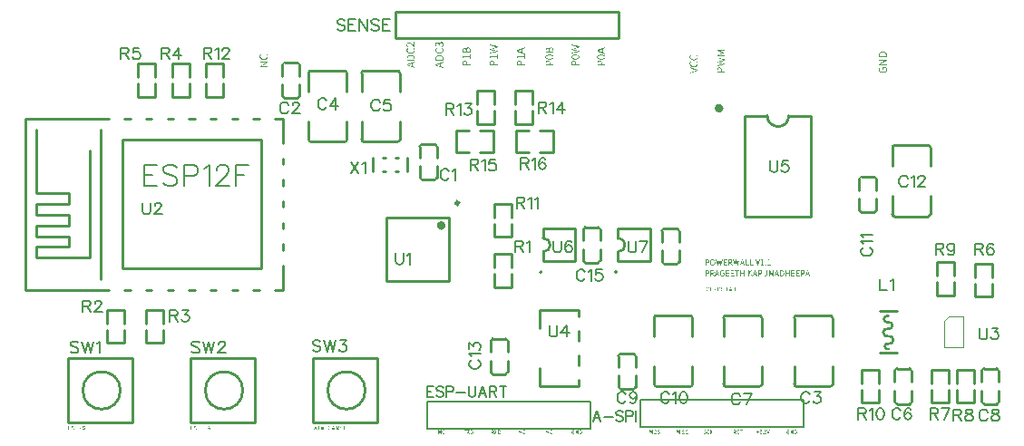
<source format=gto>
G04 Layer: TopSilkLayer*
G04 EasyEDA v6.3.43, 2020-05-26T13:53:52+10:00*
G04 dfe334f236054c1482959114e70a1c8d,8629367194b24dd88a5c18b2f13758b0,10*
G04 Gerber Generator version 0.2*
G04 Scale: 100 percent, Rotated: No, Reflected: No *
G04 Dimensions in millimeters *
G04 leading zeros omitted , absolute positions ,3 integer and 3 decimal *
%FSLAX33Y33*%
%MOMM*%
G90*
G71D02*

%ADD10C,0.254000*%
%ADD15C,0.299999*%
%ADD34C,0.203200*%
%ADD35C,0.202999*%
%ADD36C,0.100000*%
%ADD37C,0.399999*%
%ADD38C,0.150012*%
%ADD39C,0.152400*%

%LPD*%
G54D10*
G01X37088Y39700D02*
G01X57907Y39700D01*
G01X57907Y39700D02*
G01X57907Y37261D01*
G01X57907Y37261D02*
G01X37088Y37261D01*
G01X37088Y37261D02*
G01X37088Y39700D01*
G54D34*
G01X53340Y762D02*
G01X55245Y762D01*
G01X55245Y3302D01*
G01X40005Y3302D01*
G01X40005Y762D01*
G54D35*
G01X40005Y762D02*
G01X53340Y762D01*
G54D10*
G01X91097Y6248D02*
G01X89496Y6248D01*
G01X89502Y4398D02*
G01X89502Y3148D01*
G01X91102Y4398D02*
G01X91102Y3148D01*
G01X89496Y4998D02*
G01X89496Y6248D01*
G01X91097Y4998D02*
G01X91097Y6248D01*
G01X91102Y3148D02*
G01X89502Y3148D01*
G01X87083Y3149D02*
G01X88684Y3149D01*
G01X88678Y4999D02*
G01X88678Y6249D01*
G01X87078Y4999D02*
G01X87078Y6249D01*
G01X88684Y4399D02*
G01X88684Y3149D01*
G01X87083Y4399D02*
G01X87083Y3149D01*
G01X87078Y6249D02*
G01X88678Y6249D01*
G54D34*
G01X73279Y889D02*
G01X75184Y889D01*
G01X75184Y3429D01*
G01X59944Y3429D01*
G01X59944Y889D01*
G54D35*
G01X59944Y889D02*
G01X73279Y889D01*
G54D10*
G01X80607Y3149D02*
G01X82207Y3149D01*
G01X82202Y4999D02*
G01X82202Y6249D01*
G01X80602Y4999D02*
G01X80602Y6249D01*
G01X82207Y4399D02*
G01X82207Y3149D01*
G01X80607Y4399D02*
G01X80607Y3149D01*
G01X80602Y6249D02*
G01X82202Y6249D01*
G01X34187Y34180D02*
G01X37186Y34180D01*
G01X34187Y27540D02*
G01X37186Y27540D01*
G01X37466Y32261D02*
G01X37467Y33960D01*
G01X33907Y32261D02*
G01X33906Y33960D01*
G01X37466Y29461D02*
G01X37466Y27761D01*
G01X33907Y29461D02*
G01X33907Y27761D01*
G01X34127Y34180D02*
G01X34187Y34180D01*
G01X37246Y34180D02*
G01X37186Y34180D01*
G01X34127Y27540D02*
G01X34187Y27540D01*
G01X37246Y27540D02*
G01X37060Y27540D01*
G01X64491Y4681D02*
G01X61492Y4681D01*
G01X64491Y11321D02*
G01X61492Y11321D01*
G01X61212Y6600D02*
G01X61211Y4901D01*
G01X64771Y6600D02*
G01X64772Y4901D01*
G01X61212Y9400D02*
G01X61212Y11100D01*
G01X64771Y9400D02*
G01X64771Y11100D01*
G01X64551Y4681D02*
G01X64491Y4681D01*
G01X61432Y4681D02*
G01X61492Y4681D01*
G01X64551Y11321D02*
G01X64491Y11321D01*
G01X61432Y11321D02*
G01X61618Y11321D01*
G01X86716Y20556D02*
G01X83717Y20556D01*
G01X86716Y27196D02*
G01X83717Y27196D01*
G01X83437Y22475D02*
G01X83436Y20776D01*
G01X86996Y22475D02*
G01X86997Y20776D01*
G01X83437Y25275D02*
G01X83437Y26975D01*
G01X86996Y25275D02*
G01X86996Y26975D01*
G01X86776Y20556D02*
G01X86716Y20556D01*
G01X83657Y20556D02*
G01X83717Y20556D01*
G01X86776Y27196D02*
G01X86716Y27196D01*
G01X83657Y27196D02*
G01X83843Y27196D01*
G01X70968Y4681D02*
G01X67969Y4681D01*
G01X70968Y11321D02*
G01X67969Y11321D01*
G01X67689Y6600D02*
G01X67688Y4901D01*
G01X71248Y6600D02*
G01X71249Y4901D01*
G01X67689Y9400D02*
G01X67689Y11100D01*
G01X71248Y9400D02*
G01X71248Y11100D01*
G01X71028Y4681D02*
G01X70968Y4681D01*
G01X67909Y4681D02*
G01X67969Y4681D01*
G01X71028Y11321D02*
G01X70968Y11321D01*
G01X67909Y11321D02*
G01X68095Y11321D01*
G01X77572Y4681D02*
G01X74573Y4681D01*
G01X77572Y11321D02*
G01X74573Y11321D01*
G01X74293Y6600D02*
G01X74292Y4901D01*
G01X77852Y6600D02*
G01X77853Y4901D01*
G01X74293Y9400D02*
G01X74293Y11100D01*
G01X77852Y9400D02*
G01X77852Y11100D01*
G01X77632Y4681D02*
G01X77572Y4681D01*
G01X74513Y4681D02*
G01X74573Y4681D01*
G01X77632Y11321D02*
G01X77572Y11321D01*
G01X74513Y11321D02*
G01X74699Y11321D01*
G01X32233Y27541D02*
G01X29234Y27541D01*
G01X32233Y34181D02*
G01X29234Y34181D01*
G01X28954Y29460D02*
G01X28953Y27761D01*
G01X32513Y29460D02*
G01X32514Y27761D01*
G01X28954Y32260D02*
G01X28954Y33960D01*
G01X32513Y32260D02*
G01X32513Y33960D01*
G01X32293Y27541D02*
G01X32233Y27541D01*
G01X29174Y27541D02*
G01X29234Y27541D01*
G01X32293Y34181D02*
G01X32233Y34181D01*
G01X29174Y34181D02*
G01X29360Y34181D01*
G01X73770Y29973D02*
G01X75871Y29973D01*
G01X75871Y20572D01*
G01X69670Y20572D01*
G01X69670Y29973D01*
G01X71771Y29973D01*
G01X42078Y14576D02*
G01X42078Y20475D01*
G01X36178Y20475D01*
G01X36178Y14576D01*
G01X42078Y14576D01*
G01X50523Y4705D02*
G01X54123Y4705D01*
G01X50523Y11804D02*
G01X54123Y11804D01*
G01X50523Y11804D02*
G01X50523Y10120D01*
G01X50523Y6389D02*
G01X50523Y4705D01*
G01X54123Y11804D02*
G01X54123Y11220D01*
G01X54123Y9889D02*
G01X54123Y8920D01*
G01X54123Y7589D02*
G01X54123Y6620D01*
G01X54123Y5289D02*
G01X54123Y4705D01*
G01X6525Y1318D02*
G01X12525Y1318D01*
G01X6525Y7317D02*
G01X12524Y7317D01*
G01X12525Y1317D02*
G01X12525Y7317D01*
G01X6525Y1317D02*
G01X6525Y7317D01*
G01X17955Y1318D02*
G01X23955Y1318D01*
G01X17955Y7317D02*
G01X23954Y7317D01*
G01X23955Y1317D02*
G01X23955Y7317D01*
G01X17955Y1317D02*
G01X17955Y7317D01*
G01X29385Y1318D02*
G01X35385Y1318D01*
G01X29385Y7317D02*
G01X35384Y7317D01*
G01X35385Y1317D02*
G01X35385Y7317D01*
G01X29385Y1317D02*
G01X29385Y7317D01*
G01X34976Y26049D02*
G01X34976Y24750D01*
G01X38175Y24750D02*
G01X38175Y26049D01*
G01X37293Y24750D02*
G01X37057Y24750D01*
G01X36094Y24750D02*
G01X35858Y24750D01*
G01X37293Y26049D02*
G01X37057Y26049D01*
G01X36094Y26049D02*
G01X35858Y26049D01*
G01X83058Y11277D02*
G01X82956Y11277D01*
G01X82270Y11734D02*
G01X83845Y11734D01*
G01X82270Y7823D02*
G01X83845Y7823D01*
G54D36*
G01X90033Y8328D02*
G01X88273Y8328D01*
G01X88273Y10779D01*
G01X88722Y11229D01*
G01X90033Y11229D01*
G01X90033Y8328D01*
G54D10*
G01X43949Y28578D02*
G01X42699Y28578D01*
G01X43949Y26539D02*
G01X42699Y26539D01*
G01X44949Y28578D02*
G01X46199Y28578D01*
G01X44949Y26539D02*
G01X46199Y26539D01*
G01X42699Y28578D02*
G01X42699Y26539D01*
G01X46199Y28578D02*
G01X46199Y26539D01*
G01X50537Y26539D02*
G01X51787Y26539D01*
G01X50537Y28578D02*
G01X51787Y28578D01*
G01X49537Y26539D02*
G01X48287Y26539D01*
G01X49537Y28578D02*
G01X48287Y28578D01*
G01X51787Y26539D02*
G01X51787Y28578D01*
G01X48287Y26539D02*
G01X48287Y28578D01*
G01X46266Y32283D02*
G01X44665Y32283D01*
G01X44671Y30433D02*
G01X44671Y29183D01*
G01X46271Y30433D02*
G01X46271Y29183D01*
G01X44665Y31033D02*
G01X44665Y32283D01*
G01X46266Y31033D02*
G01X46266Y32283D01*
G01X46271Y29183D02*
G01X44671Y29183D01*
G01X49822Y32283D02*
G01X48221Y32283D01*
G01X48227Y30433D02*
G01X48227Y29183D01*
G01X49827Y30433D02*
G01X49827Y29183D01*
G01X48221Y31033D02*
G01X48221Y32283D01*
G01X49822Y31033D02*
G01X49822Y32283D01*
G01X49827Y29183D02*
G01X48227Y29183D01*
G01X91982Y6349D02*
G01X93182Y6349D01*
G01X91782Y4299D02*
G01X91782Y3299D01*
G01X93383Y4299D02*
G01X93383Y3299D01*
G01X91782Y5099D02*
G01X91782Y6098D01*
G01X93383Y5099D02*
G01X93383Y6098D01*
G01X91982Y3048D02*
G01X93182Y3048D01*
G01X91782Y3248D02*
G01X91782Y3299D01*
G01X93383Y3249D02*
G01X93383Y3299D01*
G01X91782Y6149D02*
G01X91782Y6098D01*
G01X93383Y6148D02*
G01X93383Y6098D01*
G01X85055Y3048D02*
G01X83855Y3048D01*
G01X85255Y5098D02*
G01X85255Y6098D01*
G01X83654Y5098D02*
G01X83654Y6098D01*
G01X85255Y4298D02*
G01X85255Y3299D01*
G01X83654Y4298D02*
G01X83654Y3299D01*
G01X85055Y6349D02*
G01X83855Y6349D01*
G01X85255Y6149D02*
G01X85255Y6098D01*
G01X83654Y6148D02*
G01X83654Y6098D01*
G01X85255Y3248D02*
G01X85255Y3299D01*
G01X83654Y3249D02*
G01X83654Y3299D01*
G01X87591Y13182D02*
G01X89192Y13182D01*
G01X89186Y15032D02*
G01X89186Y16282D01*
G01X87586Y15032D02*
G01X87586Y16282D01*
G01X89192Y14432D02*
G01X89192Y13182D01*
G01X87591Y14432D02*
G01X87591Y13182D01*
G01X87586Y16282D02*
G01X89186Y16282D01*
G01X92748Y16154D02*
G01X91147Y16154D01*
G01X91153Y14304D02*
G01X91153Y13054D01*
G01X92753Y14304D02*
G01X92753Y13054D01*
G01X91147Y14904D02*
G01X91147Y16154D01*
G01X92748Y14904D02*
G01X92748Y16154D01*
G01X92753Y13054D02*
G01X91153Y13054D01*
G01X59274Y4445D02*
G01X58074Y4445D01*
G01X59474Y6495D02*
G01X59474Y7495D01*
G01X57873Y6495D02*
G01X57873Y7495D01*
G01X59474Y5695D02*
G01X59474Y4696D01*
G01X57873Y5695D02*
G01X57873Y4696D01*
G01X59274Y7746D02*
G01X58074Y7746D01*
G01X59474Y7546D02*
G01X59474Y7495D01*
G01X57873Y7545D02*
G01X57873Y7495D01*
G01X59474Y4645D02*
G01X59474Y4696D01*
G01X57873Y4646D02*
G01X57873Y4696D01*
G01X39531Y27304D02*
G01X40731Y27304D01*
G01X39331Y25254D02*
G01X39331Y24254D01*
G01X40932Y25254D02*
G01X40932Y24254D01*
G01X39331Y26054D02*
G01X39331Y27053D01*
G01X40932Y26054D02*
G01X40932Y27053D01*
G01X39531Y24003D02*
G01X40731Y24003D01*
G01X39331Y24203D02*
G01X39331Y24254D01*
G01X40932Y24204D02*
G01X40932Y24254D01*
G01X39331Y27104D02*
G01X39331Y27053D01*
G01X40932Y27103D02*
G01X40932Y27053D01*
G01X27905Y31623D02*
G01X26705Y31623D01*
G01X28105Y33673D02*
G01X28105Y34673D01*
G01X26505Y33673D02*
G01X26505Y34673D01*
G01X28105Y32873D02*
G01X28105Y31874D01*
G01X26505Y32873D02*
G01X26505Y31874D01*
G01X27905Y34924D02*
G01X26705Y34924D01*
G01X28105Y34724D02*
G01X28105Y34673D01*
G01X26505Y34723D02*
G01X26505Y34673D01*
G01X28105Y31823D02*
G01X28105Y31874D01*
G01X26505Y31824D02*
G01X26505Y31874D01*
G01X80552Y24256D02*
G01X81752Y24256D01*
G01X80352Y22206D02*
G01X80352Y21206D01*
G01X81953Y22206D02*
G01X81953Y21206D01*
G01X80352Y23006D02*
G01X80352Y24005D01*
G01X81953Y23006D02*
G01X81953Y24005D01*
G01X80552Y20955D02*
G01X81752Y20955D01*
G01X80352Y21155D02*
G01X80352Y21206D01*
G01X81953Y21156D02*
G01X81953Y21206D01*
G01X80352Y24056D02*
G01X80352Y24005D01*
G01X81953Y24055D02*
G01X81953Y24005D01*
G01X46135Y9143D02*
G01X47335Y9143D01*
G01X45935Y7093D02*
G01X45935Y6093D01*
G01X47536Y7093D02*
G01X47536Y6093D01*
G01X45935Y7893D02*
G01X45935Y8892D01*
G01X47536Y7893D02*
G01X47536Y8892D01*
G01X46135Y5842D02*
G01X47335Y5842D01*
G01X45935Y6042D02*
G01X45935Y6093D01*
G01X47536Y6043D02*
G01X47536Y6093D01*
G01X45935Y8943D02*
G01X45935Y8892D01*
G01X47536Y8942D02*
G01X47536Y8892D01*
G01X47917Y17043D02*
G01X46317Y17043D01*
G01X46322Y15193D02*
G01X46322Y13943D01*
G01X47922Y15193D02*
G01X47922Y13943D01*
G01X46317Y15793D02*
G01X46317Y17043D01*
G01X47917Y15793D02*
G01X47917Y17043D01*
G01X47922Y13943D02*
G01X46322Y13943D01*
G01X11722Y11836D02*
G01X10122Y11836D01*
G01X10127Y9986D02*
G01X10127Y8736D01*
G01X11727Y9986D02*
G01X11727Y8736D01*
G01X10122Y10586D02*
G01X10122Y11836D01*
G01X11722Y10586D02*
G01X11722Y11836D01*
G01X11727Y8736D02*
G01X10127Y8736D01*
G01X15405Y11836D02*
G01X13805Y11836D01*
G01X13810Y9986D02*
G01X13810Y8736D01*
G01X15410Y9986D02*
G01X15410Y8736D01*
G01X13805Y10586D02*
G01X13805Y11836D01*
G01X15405Y10586D02*
G01X15405Y11836D01*
G01X15410Y8736D02*
G01X13810Y8736D01*
G01X17818Y34823D02*
G01X16218Y34823D01*
G01X16223Y32973D02*
G01X16223Y31723D01*
G01X17823Y32973D02*
G01X17823Y31723D01*
G01X16218Y33573D02*
G01X16218Y34823D01*
G01X17818Y33573D02*
G01X17818Y34823D01*
G01X17823Y31723D02*
G01X16223Y31723D01*
G01X14643Y34823D02*
G01X13042Y34823D01*
G01X13048Y32973D02*
G01X13048Y31723D01*
G01X14648Y32973D02*
G01X14648Y31723D01*
G01X13042Y33573D02*
G01X13042Y34823D01*
G01X14643Y33573D02*
G01X14643Y34823D01*
G01X14648Y31723D02*
G01X13048Y31723D01*
G01X47917Y21742D02*
G01X46317Y21742D01*
G01X46322Y19892D02*
G01X46322Y18642D01*
G01X47922Y19892D02*
G01X47922Y18642D01*
G01X46317Y20492D02*
G01X46317Y21742D01*
G01X47917Y20492D02*
G01X47917Y21742D01*
G01X47922Y18642D02*
G01X46322Y18642D01*
G01X20993Y34823D02*
G01X19392Y34823D01*
G01X19398Y32973D02*
G01X19398Y31723D01*
G01X20998Y32973D02*
G01X20998Y31723D01*
G01X19392Y33573D02*
G01X19392Y34823D01*
G01X20993Y33573D02*
G01X20993Y34823D01*
G01X20998Y31723D02*
G01X19398Y31723D01*
G01X63338Y16129D02*
G01X62138Y16129D01*
G01X63538Y18179D02*
G01X63538Y19179D01*
G01X61937Y18179D02*
G01X61937Y19179D01*
G01X63538Y17379D02*
G01X63538Y16380D01*
G01X61937Y17379D02*
G01X61937Y16380D01*
G01X63338Y19430D02*
G01X62138Y19430D01*
G01X63538Y19230D02*
G01X63538Y19179D01*
G01X61937Y19229D02*
G01X61937Y19179D01*
G01X63538Y16329D02*
G01X63538Y16380D01*
G01X61937Y16330D02*
G01X61937Y16380D01*
G01X55972Y16256D02*
G01X54772Y16256D01*
G01X56172Y18306D02*
G01X56172Y19306D01*
G01X54571Y18306D02*
G01X54571Y19306D01*
G01X56172Y17506D02*
G01X56172Y16507D01*
G01X54571Y17506D02*
G01X54571Y16507D01*
G01X55972Y19557D02*
G01X54772Y19557D01*
G01X56172Y19357D02*
G01X56172Y19306D01*
G01X54571Y19356D02*
G01X54571Y19306D01*
G01X56172Y16456D02*
G01X56172Y16507D01*
G01X54571Y16457D02*
G01X54571Y16507D01*
G01X57830Y16395D02*
G01X57830Y17259D01*
G01X57830Y19418D02*
G01X60830Y19418D01*
G01X60827Y16395D02*
G01X60827Y19395D01*
G01X57827Y16395D02*
G01X60827Y16395D01*
G01X57830Y18554D02*
G01X57830Y19418D01*
G01X50845Y16395D02*
G01X50845Y17259D01*
G01X50845Y19418D02*
G01X53845Y19418D01*
G01X53842Y16395D02*
G01X53842Y19395D01*
G01X50842Y16395D02*
G01X53842Y16395D01*
G01X50845Y18554D02*
G01X50845Y19418D01*
G01X11545Y15715D02*
G01X24545Y15715D01*
G01X24545Y27715D01*
G01X11545Y27715D01*
G01X11545Y15715D01*
G01X8545Y26715D02*
G01X8545Y16715D01*
G01X3545Y16715D01*
G01X3545Y17715D01*
G01X6545Y17715D01*
G01X6545Y18715D01*
G01X3545Y18715D01*
G01X3545Y19715D01*
G01X6545Y19715D01*
G01X6545Y20715D01*
G01X3545Y20715D01*
G01X3545Y21715D01*
G01X6545Y21715D01*
G01X6545Y22715D01*
G01X3545Y22715D01*
G01X3545Y28715D01*
G01X9545Y14715D02*
G01X9545Y28715D01*
G01X2545Y13715D02*
G01X2545Y29715D01*
G01X2545Y29715D02*
G01X10314Y29715D01*
G01X11776Y29715D02*
G01X12314Y29715D01*
G01X13776Y29715D02*
G01X14314Y29715D01*
G01X15776Y29715D02*
G01X16314Y29715D01*
G01X17776Y29715D02*
G01X18314Y29715D01*
G01X19776Y29715D02*
G01X20314Y29715D01*
G01X21776Y29715D02*
G01X22314Y29715D01*
G01X23776Y29715D02*
G01X24314Y29715D01*
G01X25776Y29715D02*
G01X26545Y29715D01*
G01X26545Y29715D02*
G01X26545Y27444D01*
G01X26545Y25982D02*
G01X26545Y25444D01*
G01X26545Y23982D02*
G01X26545Y23445D01*
G01X26545Y21983D02*
G01X26545Y21444D01*
G01X26545Y19982D02*
G01X26545Y19446D01*
G01X26545Y17983D02*
G01X26545Y17448D01*
G01X26545Y15985D02*
G01X26545Y13715D01*
G01X26545Y13715D02*
G01X25776Y13715D01*
G01X24314Y13715D02*
G01X23776Y13715D01*
G01X22314Y13715D02*
G01X21776Y13715D01*
G01X20314Y13715D02*
G01X19776Y13715D01*
G01X18314Y13715D02*
G01X17776Y13715D01*
G01X16314Y13715D02*
G01X15776Y13715D01*
G01X14314Y13715D02*
G01X13776Y13715D01*
G01X12314Y13715D02*
G01X11776Y13715D01*
G01X10314Y13715D02*
G01X2545Y13715D01*

%LPD*%
G36*
G01X41114Y624D02*
G01X41071Y624D01*
G01X41071Y254D01*
G01X41112Y254D01*
G01X41112Y457D01*
G01X41111Y485D01*
G01X41109Y543D01*
G01X41107Y571D01*
G01X41109Y571D01*
G01X41150Y495D01*
G01X41290Y254D01*
G01X41333Y254D01*
G01X41333Y624D01*
G01X41292Y624D01*
G01X41292Y424D01*
G01X41293Y395D01*
G01X41295Y366D01*
G01X41298Y337D01*
G01X41300Y309D01*
G01X41297Y309D01*
G01X41257Y386D01*
G01X41114Y624D01*
G37*

%LPD*%
G36*
G01X41610Y628D02*
G01X41579Y632D01*
G01X41514Y619D01*
G01X41461Y580D01*
G01X41427Y520D01*
G01X41414Y439D01*
G01X41426Y358D01*
G01X41460Y298D01*
G01X41511Y259D01*
G01X41574Y246D01*
G01X41609Y249D01*
G01X41639Y260D01*
G01X41666Y277D01*
G01X41689Y299D01*
G01X41666Y327D01*
G01X41646Y309D01*
G01X41625Y295D01*
G01X41602Y287D01*
G01X41577Y284D01*
G01X41527Y295D01*
G01X41489Y327D01*
G01X41466Y376D01*
G01X41457Y441D01*
G01X41466Y505D01*
G01X41491Y553D01*
G01X41529Y583D01*
G01X41579Y594D01*
G01X41603Y591D01*
G01X41623Y585D01*
G01X41641Y574D01*
G01X41656Y558D01*
G01X41678Y586D01*
G01X41661Y603D01*
G01X41637Y618D01*
G01X41610Y628D01*
G37*

%LPD*%

%LPD*%
G36*
G01X44152Y624D02*
G01X44061Y624D01*
G01X44061Y254D01*
G01X44155Y254D01*
G01X44229Y266D01*
G01X44283Y304D01*
G01X44316Y363D01*
G01X44328Y441D01*
G01X44316Y519D01*
G01X44283Y577D01*
G01X44228Y612D01*
G01X44152Y624D01*
G37*

%LPC*%
G36*
G01X44150Y591D02*
G01X44104Y591D01*
G01X44104Y289D01*
G01X44150Y289D01*
G01X44209Y299D01*
G01X44251Y329D01*
G01X44276Y377D01*
G01X44284Y441D01*
G01X44276Y504D01*
G01X44251Y552D01*
G01X44209Y581D01*
G01X44150Y591D01*
G37*

%LPD*%
G36*
G01X43787Y624D02*
G01X43741Y624D01*
G01X43842Y447D01*
G01X43733Y254D01*
G01X43776Y254D01*
G01X43832Y358D01*
G01X43840Y371D01*
G01X43848Y385D01*
G01X43855Y400D01*
G01X43863Y416D01*
G01X43865Y416D01*
G01X43874Y400D01*
G01X43883Y385D01*
G01X43891Y371D01*
G01X43954Y254D01*
G01X44002Y254D01*
G01X43893Y444D01*
G01X43995Y624D01*
G01X43952Y624D01*
G01X43898Y528D01*
G01X43884Y502D01*
G01X43870Y474D01*
G01X43868Y474D01*
G01X43854Y502D01*
G01X43840Y528D01*
G01X43787Y624D01*
G37*

%LPD*%
G36*
G01X43721Y624D02*
G01X43449Y624D01*
G01X43449Y589D01*
G01X43563Y589D01*
G01X43563Y254D01*
G01X43606Y254D01*
G01X43606Y589D01*
G01X43721Y589D01*
G01X43721Y624D01*
G37*

%LPD*%

%LPD*%
G36*
G01X46720Y624D02*
G01X46629Y624D01*
G01X46629Y254D01*
G01X46720Y254D01*
G01X46795Y266D01*
G01X46849Y304D01*
G01X46882Y363D01*
G01X46893Y441D01*
G01X46882Y519D01*
G01X46849Y577D01*
G01X46795Y612D01*
G01X46720Y624D01*
G37*

%LPC*%
G36*
G01X46715Y591D02*
G01X46669Y591D01*
G01X46669Y289D01*
G01X46715Y289D01*
G01X46775Y299D01*
G01X46817Y329D01*
G01X46842Y377D01*
G01X46850Y441D01*
G01X46842Y504D01*
G01X46817Y552D01*
G01X46775Y581D01*
G01X46715Y591D01*
G37*

%LPD*%
G36*
G01X46352Y624D02*
G01X46306Y624D01*
G01X46408Y447D01*
G01X46299Y254D01*
G01X46342Y254D01*
G01X46400Y358D01*
G01X46406Y371D01*
G01X46413Y385D01*
G01X46422Y400D01*
G01X46431Y416D01*
G01X46440Y400D01*
G01X46448Y385D01*
G01X46456Y371D01*
G01X46464Y358D01*
G01X46522Y254D01*
G01X46568Y254D01*
G01X46459Y444D01*
G01X46560Y624D01*
G01X46517Y624D01*
G01X46464Y528D01*
G01X46457Y515D01*
G01X46445Y489D01*
G01X46438Y474D01*
G01X46436Y474D01*
G01X46427Y489D01*
G01X46420Y502D01*
G01X46412Y515D01*
G01X46405Y528D01*
G01X46352Y624D01*
G37*

%LPD*%
G36*
G01X46139Y624D02*
G01X46024Y624D01*
G01X46024Y254D01*
G01X46067Y254D01*
G01X46067Y414D01*
G01X46136Y414D01*
G01X46230Y254D01*
G01X46278Y254D01*
G01X46182Y419D01*
G01X46217Y431D01*
G01X46244Y453D01*
G01X46262Y483D01*
G01X46268Y523D01*
G01X46258Y571D01*
G01X46232Y602D01*
G01X46191Y619D01*
G01X46139Y624D01*
G37*

%LPC*%
G36*
G01X46134Y591D02*
G01X46067Y591D01*
G01X46067Y449D01*
G01X46134Y449D01*
G01X46173Y454D01*
G01X46201Y467D01*
G01X46219Y490D01*
G01X46225Y523D01*
G01X46219Y555D01*
G01X46201Y576D01*
G01X46173Y588D01*
G01X46134Y591D01*
G37*

%LPD*%

%LPD*%
G36*
G01X48607Y624D02*
G01X48564Y624D01*
G01X48564Y254D01*
G01X48605Y254D01*
G01X48605Y457D01*
G01X48604Y485D01*
G01X48602Y543D01*
G01X48600Y571D01*
G01X48602Y571D01*
G01X48643Y495D01*
G01X48783Y254D01*
G01X48826Y254D01*
G01X48826Y624D01*
G01X48785Y624D01*
G01X48785Y424D01*
G01X48786Y395D01*
G01X48788Y366D01*
G01X48791Y337D01*
G01X48793Y309D01*
G01X48790Y309D01*
G01X48750Y386D01*
G01X48607Y624D01*
G37*

%LPD*%
G36*
G01X49103Y628D02*
G01X49072Y632D01*
G01X49007Y619D01*
G01X48954Y580D01*
G01X48920Y520D01*
G01X48907Y439D01*
G01X48919Y358D01*
G01X48953Y298D01*
G01X49004Y259D01*
G01X49067Y246D01*
G01X49102Y249D01*
G01X49132Y260D01*
G01X49159Y277D01*
G01X49182Y299D01*
G01X49159Y327D01*
G01X49139Y309D01*
G01X49118Y295D01*
G01X49095Y287D01*
G01X49070Y284D01*
G01X49020Y295D01*
G01X48982Y327D01*
G01X48959Y376D01*
G01X48950Y441D01*
G01X48959Y505D01*
G01X48984Y553D01*
G01X49022Y583D01*
G01X49072Y594D01*
G01X49096Y591D01*
G01X49116Y585D01*
G01X49134Y574D01*
G01X49149Y558D01*
G01X49171Y586D01*
G01X49154Y603D01*
G01X49130Y618D01*
G01X49103Y628D01*
G37*

%LPD*%

%LPD*%
G36*
G01X51147Y624D02*
G01X51104Y624D01*
G01X51104Y254D01*
G01X51145Y254D01*
G01X51145Y457D01*
G01X51144Y485D01*
G01X51142Y543D01*
G01X51140Y571D01*
G01X51142Y571D01*
G01X51183Y495D01*
G01X51323Y254D01*
G01X51366Y254D01*
G01X51366Y624D01*
G01X51325Y624D01*
G01X51325Y424D01*
G01X51326Y395D01*
G01X51328Y366D01*
G01X51331Y337D01*
G01X51333Y309D01*
G01X51330Y309D01*
G01X51290Y386D01*
G01X51147Y624D01*
G37*

%LPD*%
G36*
G01X51643Y628D02*
G01X51612Y632D01*
G01X51547Y619D01*
G01X51494Y580D01*
G01X51460Y520D01*
G01X51447Y439D01*
G01X51459Y358D01*
G01X51493Y298D01*
G01X51544Y259D01*
G01X51607Y246D01*
G01X51642Y249D01*
G01X51672Y260D01*
G01X51699Y277D01*
G01X51722Y299D01*
G01X51699Y327D01*
G01X51679Y309D01*
G01X51658Y295D01*
G01X51635Y287D01*
G01X51610Y284D01*
G01X51560Y295D01*
G01X51522Y327D01*
G01X51499Y376D01*
G01X51490Y441D01*
G01X51499Y505D01*
G01X51524Y553D01*
G01X51562Y583D01*
G01X51612Y594D01*
G01X51636Y591D01*
G01X51656Y585D01*
G01X51674Y574D01*
G01X51689Y558D01*
G01X51711Y586D01*
G01X51694Y603D01*
G01X51670Y618D01*
G01X51643Y628D01*
G37*

%LPD*%

%LPD*%
G36*
G01X54322Y624D02*
G01X54231Y624D01*
G01X54231Y254D01*
G01X54322Y254D01*
G01X54398Y266D01*
G01X54452Y304D01*
G01X54485Y363D01*
G01X54495Y441D01*
G01X54485Y519D01*
G01X54452Y577D01*
G01X54398Y612D01*
G01X54322Y624D01*
G37*

%LPC*%
G36*
G01X54317Y591D02*
G01X54272Y591D01*
G01X54272Y289D01*
G01X54317Y289D01*
G01X54377Y299D01*
G01X54419Y329D01*
G01X54444Y377D01*
G01X54452Y441D01*
G01X54444Y504D01*
G01X54419Y552D01*
G01X54377Y581D01*
G01X54317Y591D01*
G37*

%LPD*%
G36*
G01X53908Y624D02*
G01X53865Y624D01*
G01X53865Y254D01*
G01X53906Y254D01*
G01X53906Y457D01*
G01X53905Y485D01*
G01X53903Y543D01*
G01X53901Y571D01*
G01X53903Y571D01*
G01X53944Y495D01*
G01X54084Y254D01*
G01X54127Y254D01*
G01X54127Y624D01*
G01X54086Y624D01*
G01X54086Y424D01*
G01X54089Y337D01*
G01X54091Y309D01*
G01X54089Y309D01*
G01X54051Y386D01*
G01X53908Y624D01*
G37*

%LPD*%
G36*
G01X53700Y628D02*
G01X53665Y632D01*
G01X53598Y619D01*
G01X53545Y580D01*
G01X53510Y520D01*
G01X53497Y439D01*
G01X53509Y358D01*
G01X53543Y298D01*
G01X53596Y259D01*
G01X53662Y246D01*
G01X53698Y249D01*
G01X53729Y258D01*
G01X53755Y272D01*
G01X53776Y289D01*
G01X53776Y444D01*
G01X53657Y444D01*
G01X53657Y408D01*
G01X53736Y408D01*
G01X53736Y307D01*
G01X53723Y297D01*
G01X53706Y290D01*
G01X53687Y286D01*
G01X53667Y284D01*
G01X53613Y295D01*
G01X53573Y327D01*
G01X53549Y376D01*
G01X53540Y441D01*
G01X53549Y505D01*
G01X53574Y553D01*
G01X53614Y583D01*
G01X53667Y594D01*
G01X53693Y591D01*
G01X53714Y584D01*
G01X53733Y573D01*
G01X53748Y558D01*
G01X53771Y586D01*
G01X53753Y603D01*
G01X53730Y618D01*
G01X53700Y628D01*
G37*

%LPD*%

%LPD*%
G36*
G01X71958Y16560D02*
G01X71912Y16560D01*
G01X71888Y16548D01*
G01X71862Y16537D01*
G01X71832Y16529D01*
G01X71798Y16522D01*
G01X71798Y16482D01*
G01X71897Y16482D01*
G01X71897Y16052D01*
G01X71772Y16052D01*
G01X71772Y16002D01*
G01X72072Y16002D01*
G01X72072Y16052D01*
G01X71958Y16052D01*
G01X71958Y16560D01*
G37*

%LPD*%
G36*
G01X71335Y16560D02*
G01X71287Y16560D01*
G01X71264Y16548D01*
G01X71238Y16537D01*
G01X71208Y16529D01*
G01X71175Y16522D01*
G01X71175Y16482D01*
G01X71272Y16482D01*
G01X71272Y16052D01*
G01X71147Y16052D01*
G01X71147Y16002D01*
G01X71447Y16002D01*
G01X71447Y16052D01*
G01X71335Y16052D01*
G01X71335Y16560D01*
G37*

%LPD*%
G36*
G01X70716Y16560D02*
G01X70650Y16560D01*
G01X70827Y16002D01*
G01X70901Y16002D01*
G01X71079Y16560D01*
G01X71015Y16560D01*
G01X70924Y16250D01*
G01X70908Y16203D01*
G01X70882Y16115D01*
G01X70868Y16068D01*
G01X70863Y16068D01*
G01X70849Y16115D01*
G01X70837Y16159D01*
G01X70824Y16203D01*
G01X70810Y16250D01*
G01X70716Y16560D01*
G37*

%LPD*%
G36*
G01X70210Y16560D02*
G01X70147Y16560D01*
G01X70147Y16002D01*
G01X70457Y16002D01*
G01X70457Y16055D01*
G01X70210Y16055D01*
G01X70210Y16560D01*
G37*

%LPD*%
G36*
G01X69801Y16560D02*
G01X69738Y16560D01*
G01X69738Y16002D01*
G01X70048Y16002D01*
G01X70048Y16055D01*
G01X69801Y16055D01*
G01X69801Y16560D01*
G37*

%LPD*%
G36*
G01X69466Y16560D02*
G01X69397Y16560D01*
G01X69207Y16002D01*
G01X69270Y16002D01*
G01X69326Y16177D01*
G01X69535Y16177D01*
G01X69590Y16002D01*
G01X69659Y16002D01*
G01X69466Y16560D01*
G37*

%LPC*%
G36*
G01X69433Y16507D02*
G01X69430Y16507D01*
G01X69416Y16458D01*
G01X69401Y16411D01*
G01X69372Y16316D01*
G01X69344Y16228D01*
G01X69519Y16228D01*
G01X69491Y16316D01*
G01X69475Y16364D01*
G01X69460Y16411D01*
G01X69446Y16458D01*
G01X69433Y16507D01*
G37*

%LPD*%
G36*
G01X68623Y16560D02*
G01X68559Y16560D01*
G01X68679Y16002D01*
G01X68752Y16002D01*
G01X68841Y16349D01*
G01X68847Y16381D01*
G01X68861Y16444D01*
G01X68869Y16476D01*
G01X68872Y16476D01*
G01X68879Y16444D01*
G01X68886Y16413D01*
G01X68892Y16381D01*
G01X68900Y16349D01*
G01X68988Y16002D01*
G01X69065Y16002D01*
G01X69181Y16560D01*
G01X69121Y16560D01*
G01X69060Y16248D01*
G01X69050Y16204D01*
G01X69034Y16113D01*
G01X69027Y16068D01*
G01X69021Y16068D01*
G01X69012Y16113D01*
G01X69002Y16158D01*
G01X68992Y16204D01*
G01X68981Y16248D01*
G01X68902Y16560D01*
G01X68844Y16560D01*
G01X68762Y16248D01*
G01X68753Y16204D01*
G01X68743Y16158D01*
G01X68733Y16113D01*
G01X68722Y16068D01*
G01X68719Y16068D01*
G01X68703Y16158D01*
G01X68694Y16204D01*
G01X68686Y16248D01*
G01X68623Y16560D01*
G37*

%LPD*%
G36*
G01X68303Y16560D02*
G01X68132Y16560D01*
G01X68132Y16002D01*
G01X68196Y16002D01*
G01X68196Y16243D01*
G01X68300Y16243D01*
G01X68440Y16002D01*
G01X68511Y16002D01*
G01X68366Y16248D01*
G01X68419Y16268D01*
G01X68461Y16300D01*
G01X68487Y16346D01*
G01X68496Y16405D01*
G01X68481Y16478D01*
G01X68442Y16526D01*
G01X68381Y16552D01*
G01X68303Y16560D01*
G37*

%LPC*%
G36*
G01X68292Y16507D02*
G01X68196Y16507D01*
G01X68196Y16294D01*
G01X68292Y16294D01*
G01X68353Y16300D01*
G01X68397Y16321D01*
G01X68423Y16356D01*
G01X68432Y16405D01*
G01X68423Y16454D01*
G01X68397Y16485D01*
G01X68353Y16502D01*
G01X68292Y16507D01*
G37*

%LPD*%
G36*
G01X68005Y16560D02*
G01X67688Y16560D01*
G01X67688Y16002D01*
G01X68013Y16002D01*
G01X68013Y16055D01*
G01X67751Y16055D01*
G01X67751Y16268D01*
G01X67965Y16268D01*
G01X67965Y16322D01*
G01X67751Y16322D01*
G01X67751Y16507D01*
G01X68005Y16507D01*
G01X68005Y16560D01*
G37*

%LPD*%
G36*
G01X67030Y16560D02*
G01X66967Y16560D01*
G01X67086Y16002D01*
G01X67160Y16002D01*
G01X67246Y16349D01*
G01X67254Y16381D01*
G01X67269Y16444D01*
G01X67276Y16476D01*
G01X67279Y16476D01*
G01X67285Y16444D01*
G01X67299Y16381D01*
G01X67307Y16349D01*
G01X67396Y16002D01*
G01X67470Y16002D01*
G01X67586Y16560D01*
G01X67528Y16560D01*
G01X67464Y16248D01*
G01X67457Y16204D01*
G01X67441Y16113D01*
G01X67431Y16068D01*
G01X67429Y16068D01*
G01X67419Y16113D01*
G01X67398Y16204D01*
G01X67388Y16248D01*
G01X67307Y16560D01*
G01X67249Y16560D01*
G01X67170Y16248D01*
G01X67160Y16204D01*
G01X67139Y16113D01*
G01X67129Y16068D01*
G01X67127Y16068D01*
G01X67117Y16113D01*
G01X67100Y16204D01*
G01X67091Y16248D01*
G01X67030Y16560D01*
G37*

%LPD*%
G36*
G01X66144Y16560D02*
G01X65991Y16560D01*
G01X65991Y16002D01*
G01X66055Y16002D01*
G01X66055Y16228D01*
G01X66149Y16228D01*
G01X66232Y16238D01*
G01X66296Y16269D01*
G01X66337Y16322D01*
G01X66352Y16398D01*
G01X66337Y16473D01*
G01X66296Y16524D01*
G01X66230Y16552D01*
G01X66144Y16560D01*
G37*

%LPC*%
G36*
G01X66136Y16507D02*
G01X66055Y16507D01*
G01X66055Y16278D01*
G01X66139Y16278D01*
G01X66205Y16285D01*
G01X66252Y16307D01*
G01X66279Y16344D01*
G01X66288Y16398D01*
G01X66279Y16450D01*
G01X66250Y16484D01*
G01X66203Y16502D01*
G01X66136Y16507D01*
G37*

%LPD*%
G36*
G01X71618Y16087D02*
G01X71600Y16090D01*
G01X71582Y16087D01*
G01X71567Y16076D01*
G01X71557Y16060D01*
G01X71554Y16040D01*
G01X71557Y16020D01*
G01X71567Y16005D01*
G01X71582Y15995D01*
G01X71600Y15991D01*
G01X71618Y15995D01*
G01X71633Y16005D01*
G01X71644Y16020D01*
G01X71648Y16040D01*
G01X71644Y16060D01*
G01X71633Y16076D01*
G01X71618Y16087D01*
G37*

%LPD*%
G36*
G01X66720Y16565D02*
G01X66669Y16570D01*
G01X66620Y16565D01*
G01X66574Y16551D01*
G01X66534Y16527D01*
G01X66500Y16494D01*
G01X66472Y16453D01*
G01X66451Y16403D01*
G01X66438Y16347D01*
G01X66433Y16283D01*
G01X66438Y16220D01*
G01X66451Y16163D01*
G01X66472Y16113D01*
G01X66500Y16071D01*
G01X66534Y16037D01*
G01X66574Y16012D01*
G01X66620Y15996D01*
G01X66669Y15991D01*
G01X66720Y15996D01*
G01X66765Y16012D01*
G01X66806Y16037D01*
G01X66840Y16071D01*
G01X66868Y16113D01*
G01X66888Y16163D01*
G01X66901Y16220D01*
G01X66906Y16283D01*
G01X66901Y16347D01*
G01X66888Y16403D01*
G01X66868Y16453D01*
G01X66840Y16494D01*
G01X66806Y16527D01*
G01X66765Y16551D01*
G01X66720Y16565D01*
G37*

%LPC*%
G36*
G01X66741Y16498D02*
G01X66669Y16515D01*
G01X66600Y16498D01*
G01X66546Y16452D01*
G01X66511Y16379D01*
G01X66499Y16283D01*
G01X66511Y16185D01*
G01X66546Y16111D01*
G01X66600Y16064D01*
G01X66669Y16047D01*
G01X66741Y16064D01*
G01X66795Y16111D01*
G01X66830Y16185D01*
G01X66842Y16283D01*
G01X66830Y16379D01*
G01X66795Y16452D01*
G01X66741Y16498D01*
G37*

%LPD*%

%LPD*%
G36*
G01X75562Y15544D02*
G01X75493Y15544D01*
G01X75303Y14986D01*
G01X75366Y14986D01*
G01X75422Y15161D01*
G01X75631Y15161D01*
G01X75686Y14986D01*
G01X75752Y14986D01*
G01X75562Y15544D01*
G37*

%LPC*%
G36*
G01X75526Y15491D02*
G01X75524Y15491D01*
G01X75511Y15442D01*
G01X75483Y15348D01*
G01X75468Y15300D01*
G01X75438Y15212D01*
G01X75615Y15212D01*
G01X75585Y15300D01*
G01X75570Y15348D01*
G01X75556Y15395D01*
G01X75541Y15442D01*
G01X75526Y15491D01*
G37*

%LPD*%
G36*
G01X75072Y15544D02*
G01X74902Y15544D01*
G01X74902Y14986D01*
G01X74965Y14986D01*
G01X74965Y15227D01*
G01X75069Y15227D01*
G01X75209Y14986D01*
G01X75280Y14986D01*
G01X75135Y15232D01*
G01X75189Y15252D01*
G01X75230Y15284D01*
G01X75256Y15330D01*
G01X75265Y15389D01*
G01X75251Y15462D01*
G01X75211Y15510D01*
G01X75150Y15536D01*
G01X75072Y15544D01*
G37*

%LPC*%
G36*
G01X75062Y15491D02*
G01X74965Y15491D01*
G01X74965Y15278D01*
G01X75062Y15278D01*
G01X75122Y15284D01*
G01X75166Y15305D01*
G01X75192Y15340D01*
G01X75201Y15389D01*
G01X75192Y15438D01*
G01X75166Y15469D01*
G01X75122Y15486D01*
G01X75062Y15491D01*
G37*

%LPD*%
G36*
G01X74775Y15544D02*
G01X74457Y15544D01*
G01X74457Y14986D01*
G01X74782Y14986D01*
G01X74782Y15039D01*
G01X74521Y15039D01*
G01X74521Y15252D01*
G01X74734Y15252D01*
G01X74734Y15306D01*
G01X74521Y15306D01*
G01X74521Y15491D01*
G01X74775Y15491D01*
G01X74775Y15544D01*
G37*

%LPD*%
G36*
G01X74330Y15544D02*
G01X74010Y15544D01*
G01X74010Y14986D01*
G01X74338Y14986D01*
G01X74338Y15039D01*
G01X74074Y15039D01*
G01X74074Y15252D01*
G01X74289Y15252D01*
G01X74289Y15306D01*
G01X74074Y15306D01*
G01X74074Y15491D01*
G01X74330Y15491D01*
G01X74330Y15544D01*
G37*

%LPD*%
G36*
G01X73525Y15544D02*
G01X73461Y15544D01*
G01X73461Y14986D01*
G01X73525Y14986D01*
G01X73525Y15252D01*
G01X73794Y15252D01*
G01X73794Y14986D01*
G01X73858Y14986D01*
G01X73858Y15544D01*
G01X73794Y15544D01*
G01X73794Y15308D01*
G01X73525Y15308D01*
G01X73525Y15544D01*
G37*

%LPD*%
G36*
G01X73078Y15544D02*
G01X72941Y15544D01*
G01X72941Y14986D01*
G01X73080Y14986D01*
G01X73140Y14991D01*
G01X73192Y15005D01*
G01X73236Y15029D01*
G01X73273Y15061D01*
G01X73302Y15101D01*
G01X73323Y15150D01*
G01X73335Y15205D01*
G01X73339Y15267D01*
G01X73335Y15329D01*
G01X73323Y15385D01*
G01X73301Y15432D01*
G01X73272Y15472D01*
G01X73235Y15503D01*
G01X73191Y15526D01*
G01X73138Y15540D01*
G01X73078Y15544D01*
G37*

%LPC*%
G36*
G01X73073Y15491D02*
G01X73004Y15491D01*
G01X73004Y15036D01*
G01X73073Y15036D01*
G01X73120Y15040D01*
G01X73161Y15053D01*
G01X73195Y15072D01*
G01X73224Y15098D01*
G01X73245Y15132D01*
G01X73261Y15171D01*
G01X73270Y15217D01*
G01X73273Y15267D01*
G01X73270Y15318D01*
G01X73261Y15362D01*
G01X73245Y15401D01*
G01X73224Y15433D01*
G01X73195Y15458D01*
G01X73161Y15476D01*
G01X73120Y15487D01*
G01X73073Y15491D01*
G37*

%LPD*%
G36*
G01X72669Y15544D02*
G01X72600Y15544D01*
G01X72410Y14986D01*
G01X72471Y14986D01*
G01X72529Y15161D01*
G01X72737Y15161D01*
G01X72793Y14986D01*
G01X72859Y14986D01*
G01X72669Y15544D01*
G37*

%LPC*%
G36*
G01X72633Y15491D02*
G01X72631Y15491D01*
G01X72618Y15442D01*
G01X72590Y15348D01*
G01X72575Y15300D01*
G01X72544Y15212D01*
G01X72722Y15212D01*
G01X72692Y15300D01*
G01X72677Y15348D01*
G01X72663Y15395D01*
G01X72648Y15442D01*
G01X72633Y15491D01*
G37*

%LPD*%
G36*
G01X72001Y15544D02*
G01X71935Y15544D01*
G01X71935Y14986D01*
G01X71996Y14986D01*
G01X71996Y15290D01*
G01X71995Y15333D01*
G01X71993Y15376D01*
G01X71990Y15418D01*
G01X71988Y15460D01*
G01X71991Y15460D01*
G01X72052Y15346D01*
G01X72263Y14986D01*
G01X72326Y14986D01*
G01X72326Y15544D01*
G01X72268Y15544D01*
G01X72268Y15242D01*
G01X72269Y15198D01*
G01X72271Y15154D01*
G01X72273Y15109D01*
G01X72275Y15067D01*
G01X72273Y15067D01*
G01X72212Y15181D01*
G01X72001Y15544D01*
G37*

%LPD*%
G36*
G01X71084Y15544D02*
G01X70911Y15544D01*
G01X70911Y14986D01*
G01X70975Y14986D01*
G01X70975Y15227D01*
G01X71079Y15227D01*
G01X71219Y14986D01*
G01X71290Y14986D01*
G01X71145Y15232D01*
G01X71198Y15252D01*
G01X71239Y15284D01*
G01X71265Y15330D01*
G01X71274Y15389D01*
G01X71260Y15462D01*
G01X71221Y15510D01*
G01X71161Y15536D01*
G01X71084Y15544D01*
G37*

%LPC*%
G36*
G01X71074Y15491D02*
G01X70975Y15491D01*
G01X70975Y15278D01*
G01X71074Y15278D01*
G01X71133Y15284D01*
G01X71177Y15305D01*
G01X71204Y15340D01*
G01X71213Y15389D01*
G01X71204Y15438D01*
G01X71177Y15469D01*
G01X71133Y15486D01*
G01X71074Y15491D01*
G37*

%LPD*%
G36*
G01X70639Y15544D02*
G01X70571Y15544D01*
G01X70380Y14986D01*
G01X70444Y14986D01*
G01X70500Y15161D01*
G01X70708Y15161D01*
G01X70764Y14986D01*
G01X70832Y14986D01*
G01X70639Y15544D01*
G37*

%LPC*%
G36*
G01X70606Y15491D02*
G01X70604Y15491D01*
G01X70589Y15442D01*
G01X70575Y15395D01*
G01X70545Y15300D01*
G01X70518Y15212D01*
G01X70693Y15212D01*
G01X70665Y15300D01*
G01X70649Y15348D01*
G01X70634Y15395D01*
G01X70620Y15442D01*
G01X70606Y15491D01*
G37*

%LPD*%
G36*
G01X70040Y15544D02*
G01X69977Y15544D01*
G01X69977Y14986D01*
G01X70040Y14986D01*
G01X70040Y15166D01*
G01X70139Y15283D01*
G01X70309Y14986D01*
G01X70380Y14986D01*
G01X70180Y15331D01*
G01X70355Y15544D01*
G01X70281Y15544D01*
G01X70040Y15257D01*
G01X70040Y15544D01*
G37*

%LPD*%
G36*
G01X69319Y15544D02*
G01X69255Y15544D01*
G01X69255Y14986D01*
G01X69319Y14986D01*
G01X69319Y15252D01*
G01X69588Y15252D01*
G01X69588Y14986D01*
G01X69651Y14986D01*
G01X69651Y15544D01*
G01X69588Y15544D01*
G01X69588Y15308D01*
G01X69319Y15308D01*
G01X69319Y15544D01*
G37*

%LPD*%
G36*
G01X69154Y15544D02*
G01X68750Y15544D01*
G01X68750Y15491D01*
G01X68920Y15491D01*
G01X68920Y14986D01*
G01X68983Y14986D01*
G01X68983Y15491D01*
G01X69154Y15491D01*
G01X69154Y15544D01*
G37*

%LPD*%
G36*
G01X68676Y15544D02*
G01X68359Y15544D01*
G01X68359Y14986D01*
G01X68684Y14986D01*
G01X68684Y15039D01*
G01X68422Y15039D01*
G01X68422Y15252D01*
G01X68635Y15252D01*
G01X68635Y15306D01*
G01X68422Y15306D01*
G01X68422Y15491D01*
G01X68676Y15491D01*
G01X68676Y15544D01*
G37*

%LPD*%
G36*
G01X68232Y15544D02*
G01X67911Y15544D01*
G01X67911Y14986D01*
G01X68239Y14986D01*
G01X68239Y15039D01*
G01X67975Y15039D01*
G01X67975Y15252D01*
G01X68191Y15252D01*
G01X68191Y15306D01*
G01X67975Y15306D01*
G01X67975Y15491D01*
G01X68232Y15491D01*
G01X68232Y15544D01*
G37*

%LPD*%
G36*
G01X67127Y15544D02*
G01X67058Y15544D01*
G01X66868Y14986D01*
G01X66931Y14986D01*
G01X66989Y15161D01*
G01X67198Y15161D01*
G01X67251Y14986D01*
G01X67320Y14986D01*
G01X67127Y15544D01*
G37*

%LPC*%
G36*
G01X67094Y15491D02*
G01X67091Y15491D01*
G01X67077Y15442D01*
G01X67048Y15348D01*
G01X67033Y15300D01*
G01X67005Y15212D01*
G01X67180Y15212D01*
G01X67152Y15300D01*
G01X67136Y15348D01*
G01X67108Y15442D01*
G01X67094Y15491D01*
G37*

%LPD*%
G36*
G01X66639Y15544D02*
G01X66466Y15544D01*
G01X66466Y14986D01*
G01X66530Y14986D01*
G01X66530Y15227D01*
G01X66634Y15227D01*
G01X66774Y14986D01*
G01X66845Y14986D01*
G01X66700Y15232D01*
G01X66753Y15252D01*
G01X66794Y15284D01*
G01X66820Y15330D01*
G01X66829Y15389D01*
G01X66815Y15462D01*
G01X66776Y15510D01*
G01X66716Y15536D01*
G01X66639Y15544D01*
G37*

%LPC*%
G36*
G01X66629Y15491D02*
G01X66530Y15491D01*
G01X66530Y15278D01*
G01X66629Y15278D01*
G01X66688Y15284D01*
G01X66732Y15305D01*
G01X66759Y15340D01*
G01X66768Y15389D01*
G01X66759Y15438D01*
G01X66732Y15469D01*
G01X66688Y15486D01*
G01X66629Y15491D01*
G37*

%LPD*%
G36*
G01X66144Y15544D02*
G01X65991Y15544D01*
G01X65991Y14986D01*
G01X66055Y14986D01*
G01X66055Y15212D01*
G01X66149Y15212D01*
G01X66232Y15222D01*
G01X66296Y15253D01*
G01X66337Y15306D01*
G01X66352Y15382D01*
G01X66337Y15457D01*
G01X66296Y15508D01*
G01X66230Y15536D01*
G01X66144Y15544D01*
G37*

%LPC*%
G36*
G01X66136Y15491D02*
G01X66055Y15491D01*
G01X66055Y15262D01*
G01X66139Y15262D01*
G01X66205Y15269D01*
G01X66252Y15291D01*
G01X66279Y15328D01*
G01X66288Y15382D01*
G01X66279Y15434D01*
G01X66250Y15468D01*
G01X66203Y15486D01*
G01X66136Y15491D01*
G37*

%LPD*%
G36*
G01X71450Y15544D02*
G01X71389Y15544D01*
G01X71389Y15212D01*
G01X71393Y15151D01*
G01X71404Y15100D01*
G01X71422Y15059D01*
G01X71446Y15027D01*
G01X71475Y15003D01*
G01X71508Y14987D01*
G01X71545Y14978D01*
G01X71584Y14975D01*
G01X71624Y14978D01*
G01X71662Y14987D01*
G01X71695Y15003D01*
G01X71725Y15027D01*
G01X71748Y15059D01*
G01X71767Y15100D01*
G01X71778Y15151D01*
G01X71782Y15212D01*
G01X71782Y15544D01*
G01X71721Y15544D01*
G01X71721Y15212D01*
G01X71711Y15126D01*
G01X71681Y15070D01*
G01X71638Y15040D01*
G01X71584Y15031D01*
G01X71532Y15040D01*
G01X71489Y15070D01*
G01X71460Y15126D01*
G01X71450Y15212D01*
G01X71450Y15544D01*
G37*

%LPD*%
G36*
G01X67664Y15548D02*
G01X67612Y15554D01*
G01X67558Y15549D01*
G01X67510Y15534D01*
G01X67466Y15510D01*
G01X67429Y15476D01*
G01X67399Y15435D01*
G01X67377Y15385D01*
G01X67363Y15328D01*
G01X67358Y15265D01*
G01X67362Y15201D01*
G01X67376Y15143D01*
G01X67398Y15094D01*
G01X67428Y15053D01*
G01X67464Y15020D01*
G01X67507Y14995D01*
G01X67554Y14980D01*
G01X67607Y14975D01*
G01X67661Y14980D01*
G01X67707Y14994D01*
G01X67746Y15014D01*
G01X67777Y15039D01*
G01X67777Y15270D01*
G01X67599Y15270D01*
G01X67599Y15219D01*
G01X67718Y15219D01*
G01X67718Y15067D01*
G01X67698Y15052D01*
G01X67673Y15040D01*
G01X67644Y15034D01*
G01X67614Y15031D01*
G01X67533Y15048D01*
G01X67473Y15095D01*
G01X67437Y15168D01*
G01X67424Y15265D01*
G01X67437Y15362D01*
G01X67475Y15436D01*
G01X67535Y15482D01*
G01X67614Y15499D01*
G01X67653Y15494D01*
G01X67686Y15482D01*
G01X67713Y15466D01*
G01X67736Y15445D01*
G01X67772Y15486D01*
G01X67743Y15511D01*
G01X67708Y15533D01*
G01X67664Y15548D01*
G37*

%LPD*%

%LPD*%
G36*
G01X82611Y35963D02*
G01X82555Y35966D01*
G01X82498Y35963D01*
G01X82446Y35956D01*
G01X82399Y35944D01*
G01X82355Y35927D01*
G01X82317Y35905D01*
G01X82283Y35879D01*
G01X82254Y35848D01*
G01X82230Y35811D01*
G01X82211Y35771D01*
G01X82197Y35726D01*
G01X82189Y35675D01*
G01X82186Y35620D01*
G01X82186Y35438D01*
G01X82931Y35438D01*
G01X82931Y35623D01*
G01X82927Y35677D01*
G01X82919Y35727D01*
G01X82905Y35772D01*
G01X82885Y35812D01*
G01X82860Y35848D01*
G01X82830Y35879D01*
G01X82795Y35905D01*
G01X82756Y35927D01*
G01X82712Y35944D01*
G01X82664Y35956D01*
G01X82611Y35963D01*
G37*

%LPC*%
G36*
G01X82623Y35875D02*
G01X82555Y35880D01*
G01X82488Y35875D01*
G01X82429Y35863D01*
G01X82377Y35842D01*
G01X82334Y35814D01*
G01X82300Y35776D01*
G01X82275Y35731D01*
G01X82260Y35676D01*
G01X82255Y35613D01*
G01X82255Y35521D01*
G01X82862Y35521D01*
G01X82862Y35613D01*
G01X82856Y35676D01*
G01X82841Y35731D01*
G01X82815Y35776D01*
G01X82780Y35814D01*
G01X82735Y35842D01*
G01X82683Y35863D01*
G01X82623Y35875D01*
G37*

%LPD*%
G36*
G01X82931Y35229D02*
G01X82186Y35229D01*
G01X82186Y35148D01*
G01X82590Y35148D01*
G01X82648Y35149D01*
G01X82706Y35153D01*
G01X82765Y35157D01*
G01X82821Y35161D01*
G01X82821Y35156D01*
G01X82669Y35074D01*
G01X82186Y34792D01*
G01X82186Y34706D01*
G01X82931Y34706D01*
G01X82931Y34787D01*
G01X82524Y34787D01*
G01X82466Y34786D01*
G01X82352Y34780D01*
G01X82296Y34777D01*
G01X82296Y34782D01*
G01X82448Y34864D01*
G01X82931Y35143D01*
G01X82931Y35229D01*
G37*

%LPD*%
G36*
G01X82859Y34528D02*
G01X82550Y34528D01*
G01X82550Y34287D01*
G01X82621Y34287D01*
G01X82621Y34450D01*
G01X82824Y34450D01*
G01X82843Y34422D01*
G01X82857Y34388D01*
G01X82866Y34349D01*
G01X82870Y34307D01*
G01X82864Y34250D01*
G01X82848Y34201D01*
G01X82821Y34157D01*
G01X82785Y34121D01*
G01X82739Y34093D01*
G01X82686Y34073D01*
G01X82625Y34060D01*
G01X82557Y34056D01*
G01X82489Y34060D01*
G01X82428Y34073D01*
G01X82375Y34094D01*
G01X82331Y34123D01*
G01X82295Y34159D01*
G01X82269Y34203D01*
G01X82253Y34252D01*
G01X82247Y34307D01*
G01X82253Y34361D01*
G01X82269Y34405D01*
G01X82291Y34441D01*
G01X82318Y34472D01*
G01X82265Y34518D01*
G01X82231Y34481D01*
G01X82202Y34434D01*
G01X82181Y34376D01*
G01X82174Y34305D01*
G01X82177Y34257D01*
G01X82186Y34212D01*
G01X82201Y34170D01*
G01X82221Y34131D01*
G01X82246Y34095D01*
G01X82277Y34064D01*
G01X82313Y34036D01*
G01X82353Y34013D01*
G01X82399Y33994D01*
G01X82448Y33981D01*
G01X82502Y33973D01*
G01X82560Y33969D01*
G01X82644Y33976D01*
G01X82720Y33994D01*
G01X82786Y34023D01*
G01X82841Y34062D01*
G01X82885Y34110D01*
G01X82917Y34167D01*
G01X82937Y34230D01*
G01X82943Y34300D01*
G01X82937Y34370D01*
G01X82919Y34433D01*
G01X82893Y34486D01*
G01X82859Y34528D01*
G37*

%LPD*%

%LPD*%
G36*
G01X38862Y36870D02*
G01X38790Y36870D01*
G01X38790Y36657D01*
G01X38791Y36628D01*
G01X38792Y36598D01*
G01X38793Y36566D01*
G01X38795Y36535D01*
G01X38732Y36600D01*
G01X38671Y36659D01*
G01X38611Y36710D01*
G01X38552Y36753D01*
G01X38494Y36788D01*
G01X38436Y36813D01*
G01X38379Y36829D01*
G01X38323Y36835D01*
G01X38276Y36831D01*
G01X38233Y36820D01*
G01X38196Y36802D01*
G01X38165Y36777D01*
G01X38139Y36747D01*
G01X38120Y36710D01*
G01X38109Y36668D01*
G01X38105Y36621D01*
G01X38112Y36558D01*
G01X38135Y36502D01*
G01X38169Y36452D01*
G01X38214Y36405D01*
G01X38260Y36454D01*
G01X38225Y36488D01*
G01X38197Y36526D01*
G01X38178Y36568D01*
G01X38171Y36614D01*
G01X38182Y36676D01*
G01X38215Y36720D01*
G01X38264Y36745D01*
G01X38326Y36753D01*
G01X38375Y36748D01*
G01X38427Y36733D01*
G01X38482Y36708D01*
G01X38539Y36672D01*
G01X38601Y36624D01*
G01X38666Y36565D01*
G01X38736Y36494D01*
G01X38811Y36410D01*
G01X38862Y36410D01*
G01X38862Y36870D01*
G37*

%LPD*%
G36*
G01X38813Y36281D02*
G01X38768Y36327D01*
G01X38714Y36281D01*
G01X38751Y36243D01*
G01X38778Y36202D01*
G01X38795Y36156D01*
G01X38801Y36106D01*
G01X38795Y36053D01*
G01X38779Y36006D01*
G01X38752Y35965D01*
G01X38716Y35931D01*
G01X38670Y35903D01*
G01X38617Y35884D01*
G01X38556Y35871D01*
G01X38488Y35867D01*
G01X38420Y35871D01*
G01X38359Y35884D01*
G01X38306Y35905D01*
G01X38262Y35933D01*
G01X38226Y35968D01*
G01X38200Y36010D01*
G01X38184Y36056D01*
G01X38178Y36108D01*
G01X38183Y36155D01*
G01X38198Y36196D01*
G01X38220Y36232D01*
G01X38249Y36263D01*
G01X38196Y36309D01*
G01X38161Y36272D01*
G01X38132Y36225D01*
G01X38112Y36171D01*
G01X38105Y36108D01*
G01X38111Y36040D01*
G01X38132Y35978D01*
G01X38164Y35922D01*
G01X38208Y35874D01*
G01X38264Y35835D01*
G01X38330Y35805D01*
G01X38405Y35787D01*
G01X38491Y35780D01*
G01X38575Y35787D01*
G01X38651Y35805D01*
G01X38717Y35833D01*
G01X38772Y35872D01*
G01X38816Y35919D01*
G01X38848Y35974D01*
G01X38868Y36034D01*
G01X38874Y36101D01*
G01X38867Y36169D01*
G01X38847Y36229D01*
G01X38813Y36281D01*
G37*

%LPD*%
G36*
G01X38542Y35659D02*
G01X38486Y35661D01*
G01X38429Y35659D01*
G01X38377Y35651D01*
G01X38330Y35639D01*
G01X38286Y35621D01*
G01X38248Y35600D01*
G01X38214Y35573D01*
G01X38185Y35541D01*
G01X38161Y35505D01*
G01X38142Y35464D01*
G01X38128Y35418D01*
G01X38120Y35368D01*
G01X38117Y35313D01*
G01X38117Y35130D01*
G01X38862Y35130D01*
G01X38862Y35316D01*
G01X38858Y35370D01*
G01X38850Y35420D01*
G01X38836Y35465D01*
G01X38816Y35506D01*
G01X38791Y35542D01*
G01X38761Y35573D01*
G01X38726Y35600D01*
G01X38687Y35622D01*
G01X38643Y35639D01*
G01X38595Y35651D01*
G01X38542Y35659D01*
G37*

%LPC*%
G36*
G01X38554Y35571D02*
G01X38486Y35575D01*
G01X38419Y35571D01*
G01X38360Y35558D01*
G01X38308Y35538D01*
G01X38265Y35509D01*
G01X38231Y35471D01*
G01X38206Y35425D01*
G01X38191Y35370D01*
G01X38186Y35306D01*
G01X38186Y35214D01*
G01X38793Y35214D01*
G01X38793Y35306D01*
G01X38787Y35370D01*
G01X38772Y35425D01*
G01X38746Y35471D01*
G01X38711Y35509D01*
G01X38666Y35538D01*
G01X38614Y35558D01*
G01X38554Y35571D01*
G37*

%LPD*%
G36*
G01X38862Y34935D02*
G01X38862Y35024D01*
G01X38117Y34767D01*
G01X38117Y34676D01*
G01X38862Y34422D01*
G01X38862Y34505D01*
G01X38628Y34582D01*
G01X38628Y34858D01*
G01X38862Y34935D01*
G37*

%LPC*%
G36*
G01X38562Y34604D02*
G01X38562Y34838D01*
G01X38440Y34800D01*
G01X38377Y34780D01*
G01X38315Y34760D01*
G01X38252Y34741D01*
G01X38188Y34721D01*
G01X38188Y34719D01*
G01X38253Y34700D01*
G01X38316Y34682D01*
G01X38378Y34663D01*
G01X38440Y34643D01*
G01X38562Y34604D01*
G37*

%LPD*%

%LPD*%
G36*
G01X41377Y36860D02*
G01X41330Y36865D01*
G01X41261Y36852D01*
G01X41205Y36819D01*
G01X41164Y36769D01*
G01X41140Y36708D01*
G01X41137Y36708D01*
G01X41109Y36761D01*
G01X41070Y36803D01*
G01X41018Y36830D01*
G01X40954Y36840D01*
G01X40877Y36824D01*
G01X40819Y36780D01*
G01X40784Y36713D01*
G01X40772Y36629D01*
G01X40778Y36568D01*
G01X40796Y36515D01*
G01X40824Y36467D01*
G01X40858Y36423D01*
G01X40914Y36469D01*
G01X40884Y36502D01*
G01X40860Y36540D01*
G01X40845Y36582D01*
G01X40838Y36626D01*
G01X40848Y36680D01*
G01X40873Y36721D01*
G01X40912Y36747D01*
G01X40962Y36756D01*
G01X41021Y36745D01*
G01X41067Y36710D01*
G01X41098Y36645D01*
G01X41109Y36545D01*
G01X41173Y36545D01*
G01X41184Y36655D01*
G01X41216Y36728D01*
G01X41265Y36769D01*
G01X41328Y36781D01*
G01X41388Y36770D01*
G01X41434Y36738D01*
G01X41462Y36689D01*
G01X41473Y36626D01*
G01X41466Y36565D01*
G01X41447Y36515D01*
G01X41419Y36473D01*
G01X41386Y36438D01*
G01X41440Y36395D01*
G01X41478Y36436D01*
G01X41510Y36488D01*
G01X41533Y36552D01*
G01X41541Y36631D01*
G01X41538Y36679D01*
G01X41527Y36722D01*
G01X41509Y36762D01*
G01X41485Y36797D01*
G01X41455Y36825D01*
G01X41419Y36847D01*
G01X41377Y36860D01*
G37*

%LPD*%
G36*
G01X41480Y36281D02*
G01X41435Y36327D01*
G01X41381Y36281D01*
G01X41418Y36243D01*
G01X41445Y36202D01*
G01X41462Y36156D01*
G01X41468Y36106D01*
G01X41462Y36053D01*
G01X41446Y36006D01*
G01X41419Y35965D01*
G01X41383Y35931D01*
G01X41337Y35903D01*
G01X41284Y35884D01*
G01X41223Y35871D01*
G01X41155Y35867D01*
G01X41087Y35871D01*
G01X41026Y35884D01*
G01X40973Y35905D01*
G01X40929Y35933D01*
G01X40893Y35968D01*
G01X40867Y36010D01*
G01X40851Y36056D01*
G01X40845Y36108D01*
G01X40850Y36155D01*
G01X40865Y36196D01*
G01X40887Y36232D01*
G01X40916Y36263D01*
G01X40863Y36309D01*
G01X40828Y36272D01*
G01X40799Y36225D01*
G01X40779Y36171D01*
G01X40772Y36108D01*
G01X40778Y36040D01*
G01X40799Y35978D01*
G01X40831Y35922D01*
G01X40875Y35874D01*
G01X40931Y35835D01*
G01X40997Y35805D01*
G01X41072Y35787D01*
G01X41158Y35780D01*
G01X41242Y35787D01*
G01X41318Y35805D01*
G01X41384Y35833D01*
G01X41439Y35872D01*
G01X41483Y35919D01*
G01X41515Y35974D01*
G01X41535Y36034D01*
G01X41541Y36101D01*
G01X41534Y36169D01*
G01X41514Y36229D01*
G01X41480Y36281D01*
G37*

%LPD*%
G36*
G01X41209Y35659D02*
G01X41153Y35661D01*
G01X41096Y35659D01*
G01X41044Y35651D01*
G01X40997Y35639D01*
G01X40953Y35621D01*
G01X40915Y35600D01*
G01X40881Y35573D01*
G01X40852Y35541D01*
G01X40828Y35505D01*
G01X40809Y35464D01*
G01X40795Y35418D01*
G01X40787Y35368D01*
G01X40784Y35313D01*
G01X40784Y35130D01*
G01X41529Y35130D01*
G01X41529Y35316D01*
G01X41525Y35370D01*
G01X41517Y35420D01*
G01X41503Y35465D01*
G01X41483Y35506D01*
G01X41458Y35542D01*
G01X41428Y35573D01*
G01X41393Y35600D01*
G01X41354Y35622D01*
G01X41310Y35639D01*
G01X41262Y35651D01*
G01X41209Y35659D01*
G37*

%LPC*%
G36*
G01X41221Y35571D02*
G01X41153Y35575D01*
G01X41086Y35571D01*
G01X41027Y35558D01*
G01X40975Y35538D01*
G01X40932Y35509D01*
G01X40898Y35471D01*
G01X40873Y35425D01*
G01X40858Y35370D01*
G01X40853Y35306D01*
G01X40853Y35214D01*
G01X41460Y35214D01*
G01X41460Y35306D01*
G01X41454Y35370D01*
G01X41439Y35425D01*
G01X41413Y35471D01*
G01X41378Y35509D01*
G01X41333Y35538D01*
G01X41281Y35558D01*
G01X41221Y35571D01*
G37*

%LPD*%
G36*
G01X41529Y34935D02*
G01X41529Y35024D01*
G01X40784Y34767D01*
G01X40784Y34676D01*
G01X41529Y34422D01*
G01X41529Y34505D01*
G01X41295Y34582D01*
G01X41295Y34858D01*
G01X41529Y34935D01*
G37*

%LPC*%
G36*
G01X41229Y34604D02*
G01X41229Y34838D01*
G01X41107Y34800D01*
G01X41044Y34780D01*
G01X40982Y34760D01*
G01X40919Y34741D01*
G01X40855Y34721D01*
G01X40855Y34719D01*
G01X40920Y34700D01*
G01X40983Y34682D01*
G01X41045Y34663D01*
G01X41107Y34643D01*
G01X41229Y34604D01*
G37*

%LPD*%

%LPD*%
G36*
G01X25097Y35706D02*
G01X25052Y35753D01*
G01X24998Y35707D01*
G01X25035Y35668D01*
G01X25062Y35627D01*
G01X25079Y35581D01*
G01X25085Y35529D01*
G01X25079Y35477D01*
G01X25063Y35431D01*
G01X25036Y35391D01*
G01X25000Y35357D01*
G01X24954Y35329D01*
G01X24901Y35310D01*
G01X24840Y35297D01*
G01X24772Y35293D01*
G01X24704Y35297D01*
G01X24643Y35310D01*
G01X24590Y35330D01*
G01X24546Y35358D01*
G01X24510Y35393D01*
G01X24484Y35434D01*
G01X24468Y35481D01*
G01X24462Y35534D01*
G01X24467Y35579D01*
G01X24482Y35620D01*
G01X24504Y35656D01*
G01X24533Y35687D01*
G01X24480Y35735D01*
G01X24445Y35698D01*
G01X24416Y35651D01*
G01X24396Y35596D01*
G01X24389Y35532D01*
G01X24395Y35463D01*
G01X24416Y35402D01*
G01X24448Y35346D01*
G01X24492Y35298D01*
G01X24548Y35260D01*
G01X24614Y35231D01*
G01X24689Y35213D01*
G01X24775Y35206D01*
G01X24859Y35213D01*
G01X24935Y35230D01*
G01X25001Y35259D01*
G01X25056Y35297D01*
G01X25100Y35344D01*
G01X25132Y35398D01*
G01X25152Y35459D01*
G01X25158Y35526D01*
G01X25151Y35595D01*
G01X25131Y35654D01*
G01X25097Y35706D01*
G37*

%LPD*%
G36*
G01X25146Y35041D02*
G01X24401Y35041D01*
G01X24401Y34963D01*
G01X24805Y34963D01*
G01X24863Y34964D01*
G01X24921Y34966D01*
G01X24980Y34969D01*
G01X25036Y34973D01*
G01X25036Y34968D01*
G01X24884Y34889D01*
G01X24401Y34607D01*
G01X24401Y34521D01*
G01X25146Y34521D01*
G01X25146Y34599D01*
G01X24739Y34599D01*
G01X24681Y34598D01*
G01X24624Y34596D01*
G01X24567Y34593D01*
G01X24511Y34589D01*
G01X24511Y34594D01*
G01X24663Y34676D01*
G01X25146Y34955D01*
G01X25146Y35041D01*
G37*

%LPD*%

%LPD*%
G36*
G01X43902Y36349D02*
G01X43850Y36355D01*
G01X43782Y36343D01*
G01X43730Y36311D01*
G01X43693Y36263D01*
G01X43672Y36200D01*
G01X43667Y36200D01*
G01X43643Y36247D01*
G01X43606Y36282D01*
G01X43560Y36304D01*
G01X43507Y36311D01*
G01X43462Y36307D01*
G01X43424Y36293D01*
G01X43392Y36271D01*
G01X43367Y36241D01*
G01X43348Y36204D01*
G01X43334Y36160D01*
G01X43327Y36111D01*
G01X43324Y36057D01*
G01X43324Y35841D01*
G01X44069Y35841D01*
G01X44069Y36073D01*
G01X44065Y36133D01*
G01X44055Y36187D01*
G01X44038Y36236D01*
G01X44015Y36276D01*
G01X43984Y36309D01*
G01X43947Y36334D01*
G01X43902Y36349D01*
G37*

%LPC*%
G36*
G01X43570Y36217D02*
G01X43517Y36228D01*
G01X43459Y36216D01*
G01X43421Y36181D01*
G01X43399Y36123D01*
G01X43393Y36045D01*
G01X43393Y35925D01*
G01X43644Y35925D01*
G01X43644Y36040D01*
G01X43636Y36126D01*
G01X43610Y36184D01*
G01X43570Y36217D01*
G37*
G36*
G01X43917Y36256D02*
G01X43848Y36271D01*
G01X43786Y36256D01*
G01X43742Y36216D01*
G01X43716Y36150D01*
G01X43708Y36060D01*
G01X43708Y35925D01*
G01X44002Y35925D01*
G01X44002Y36060D01*
G01X43993Y36149D01*
G01X43965Y36215D01*
G01X43917Y36256D01*
G37*

%LPD*%
G36*
G01X44069Y35671D02*
G01X44000Y35671D01*
G01X44000Y35519D01*
G01X43324Y35519D01*
G01X43324Y35455D01*
G01X43341Y35425D01*
G01X43354Y35390D01*
G01X43366Y35350D01*
G01X43375Y35306D01*
G01X43428Y35306D01*
G01X43428Y35438D01*
G01X44000Y35438D01*
G01X44000Y35270D01*
G01X44069Y35270D01*
G01X44069Y35671D01*
G37*

%LPD*%
G36*
G01X43595Y35125D02*
G01X43540Y35130D01*
G01X43485Y35125D01*
G01X43439Y35110D01*
G01X43401Y35087D01*
G01X43372Y35055D01*
G01X43350Y35014D01*
G01X43335Y34967D01*
G01X43327Y34913D01*
G01X43324Y34853D01*
G01X43324Y34648D01*
G01X44069Y34648D01*
G01X44069Y34731D01*
G01X43769Y34731D01*
G01X43769Y34858D01*
G01X43765Y34917D01*
G01X43755Y34970D01*
G01X43737Y35016D01*
G01X43712Y35055D01*
G01X43680Y35087D01*
G01X43641Y35110D01*
G01X43595Y35125D01*
G37*

%LPC*%
G36*
G01X43612Y35034D02*
G01X43540Y35046D01*
G01X43470Y35034D01*
G01X43425Y34995D01*
G01X43400Y34931D01*
G01X43393Y34841D01*
G01X43393Y34731D01*
G01X43698Y34731D01*
G01X43698Y34846D01*
G01X43689Y34934D01*
G01X43661Y34997D01*
G01X43612Y35034D01*
G37*

%LPD*%

%LPD*%
G36*
G01X46609Y36438D02*
G01X45864Y36593D01*
G01X45864Y36515D01*
G01X46278Y36431D01*
G01X46398Y36409D01*
G01X46459Y36399D01*
G01X46520Y36388D01*
G01X46520Y36382D01*
G01X46398Y36356D01*
G01X46338Y36341D01*
G01X46278Y36327D01*
G01X45864Y36220D01*
G01X45864Y36144D01*
G01X46278Y36037D01*
G01X46338Y36024D01*
G01X46398Y36010D01*
G01X46520Y35984D01*
G01X46520Y35979D01*
G01X46459Y35967D01*
G01X46338Y35945D01*
G01X46278Y35933D01*
G01X45864Y35852D01*
G01X45864Y35765D01*
G01X46609Y35925D01*
G01X46609Y36024D01*
G01X46146Y36139D01*
G01X46103Y36149D01*
G01X46019Y36169D01*
G01X45976Y36179D01*
G01X45976Y36182D01*
G01X46019Y36191D01*
G01X46061Y36201D01*
G01X46103Y36210D01*
G01X46146Y36220D01*
G01X46609Y36337D01*
G01X46609Y36438D01*
G37*

%LPD*%
G36*
G01X46609Y35671D02*
G01X46540Y35671D01*
G01X46540Y35519D01*
G01X45864Y35519D01*
G01X45864Y35455D01*
G01X45881Y35425D01*
G01X45894Y35390D01*
G01X45906Y35350D01*
G01X45915Y35306D01*
G01X45968Y35306D01*
G01X45968Y35438D01*
G01X46540Y35438D01*
G01X46540Y35270D01*
G01X46609Y35270D01*
G01X46609Y35671D01*
G37*

%LPD*%
G36*
G01X46135Y35125D02*
G01X46080Y35130D01*
G01X46025Y35125D01*
G01X45979Y35110D01*
G01X45941Y35087D01*
G01X45912Y35055D01*
G01X45890Y35014D01*
G01X45875Y34967D01*
G01X45867Y34913D01*
G01X45864Y34853D01*
G01X45864Y34648D01*
G01X46609Y34648D01*
G01X46609Y34731D01*
G01X46309Y34731D01*
G01X46309Y34858D01*
G01X46305Y34917D01*
G01X46295Y34970D01*
G01X46277Y35016D01*
G01X46252Y35055D01*
G01X46220Y35087D01*
G01X46181Y35110D01*
G01X46135Y35125D01*
G37*

%LPC*%
G36*
G01X46152Y35034D02*
G01X46080Y35046D01*
G01X46010Y35034D01*
G01X45965Y34995D01*
G01X45940Y34931D01*
G01X45933Y34841D01*
G01X45933Y34731D01*
G01X46238Y34731D01*
G01X46238Y34846D01*
G01X46229Y34934D01*
G01X46201Y34997D01*
G01X46152Y35034D01*
G37*

%LPD*%

%LPD*%
G36*
G01X49149Y36255D02*
G01X49149Y36344D01*
G01X48404Y36088D01*
G01X48404Y35996D01*
G01X49149Y35742D01*
G01X49149Y35826D01*
G01X48915Y35902D01*
G01X48915Y36179D01*
G01X49149Y36255D01*
G37*

%LPC*%
G36*
G01X48849Y35925D02*
G01X48849Y36159D01*
G01X48727Y36121D01*
G01X48664Y36101D01*
G01X48602Y36081D01*
G01X48539Y36061D01*
G01X48475Y36042D01*
G01X48475Y36040D01*
G01X48540Y36021D01*
G01X48603Y36002D01*
G01X48665Y35984D01*
G01X48727Y35963D01*
G01X48849Y35925D01*
G37*

%LPD*%
G36*
G01X49149Y35671D02*
G01X49080Y35671D01*
G01X49080Y35519D01*
G01X48404Y35519D01*
G01X48404Y35455D01*
G01X48421Y35425D01*
G01X48434Y35390D01*
G01X48446Y35350D01*
G01X48455Y35306D01*
G01X48508Y35306D01*
G01X48508Y35438D01*
G01X49080Y35438D01*
G01X49080Y35270D01*
G01X49149Y35270D01*
G01X49149Y35671D01*
G37*

%LPD*%
G36*
G01X48675Y35125D02*
G01X48620Y35130D01*
G01X48565Y35125D01*
G01X48519Y35110D01*
G01X48481Y35087D01*
G01X48452Y35055D01*
G01X48430Y35014D01*
G01X48415Y34967D01*
G01X48407Y34913D01*
G01X48404Y34853D01*
G01X48404Y34648D01*
G01X49149Y34648D01*
G01X49149Y34731D01*
G01X48849Y34731D01*
G01X48849Y34858D01*
G01X48845Y34917D01*
G01X48835Y34970D01*
G01X48817Y35016D01*
G01X48792Y35055D01*
G01X48760Y35087D01*
G01X48721Y35110D01*
G01X48675Y35125D01*
G37*

%LPC*%
G36*
G01X48692Y35034D02*
G01X48620Y35046D01*
G01X48550Y35034D01*
G01X48505Y34995D01*
G01X48480Y34931D01*
G01X48473Y34841D01*
G01X48473Y34731D01*
G01X48778Y34731D01*
G01X48778Y34846D01*
G01X48769Y34934D01*
G01X48741Y34997D01*
G01X48692Y35034D01*
G37*

%LPD*%

%LPD*%
G36*
G01X51649Y36349D02*
G01X51597Y36355D01*
G01X51529Y36343D01*
G01X51477Y36311D01*
G01X51440Y36263D01*
G01X51419Y36200D01*
G01X51414Y36200D01*
G01X51390Y36247D01*
G01X51353Y36282D01*
G01X51307Y36304D01*
G01X51254Y36311D01*
G01X51209Y36307D01*
G01X51171Y36293D01*
G01X51139Y36271D01*
G01X51114Y36241D01*
G01X51095Y36204D01*
G01X51081Y36160D01*
G01X51074Y36111D01*
G01X51071Y36057D01*
G01X51071Y35841D01*
G01X51816Y35841D01*
G01X51816Y36073D01*
G01X51812Y36133D01*
G01X51802Y36187D01*
G01X51785Y36236D01*
G01X51762Y36276D01*
G01X51731Y36309D01*
G01X51694Y36334D01*
G01X51649Y36349D01*
G37*

%LPC*%
G36*
G01X51317Y36217D02*
G01X51264Y36228D01*
G01X51206Y36216D01*
G01X51168Y36181D01*
G01X51146Y36123D01*
G01X51140Y36045D01*
G01X51140Y35925D01*
G01X51391Y35925D01*
G01X51391Y36040D01*
G01X51383Y36126D01*
G01X51357Y36184D01*
G01X51317Y36217D01*
G37*
G36*
G01X51664Y36256D02*
G01X51595Y36271D01*
G01X51533Y36256D01*
G01X51489Y36216D01*
G01X51463Y36150D01*
G01X51455Y36060D01*
G01X51455Y35925D01*
G01X51749Y35925D01*
G01X51749Y36060D01*
G01X51740Y36149D01*
G01X51712Y36215D01*
G01X51664Y36256D01*
G37*

%LPD*%
G36*
G01X51532Y35682D02*
G01X51440Y35687D01*
G01X51350Y35682D01*
G01X51272Y35670D01*
G01X51206Y35651D01*
G01X51153Y35625D01*
G01X51111Y35592D01*
G01X51082Y35552D01*
G01X51065Y35508D01*
G01X51059Y35458D01*
G01X51065Y35408D01*
G01X51082Y35363D01*
G01X51111Y35324D01*
G01X51153Y35291D01*
G01X51206Y35265D01*
G01X51272Y35246D01*
G01X51350Y35233D01*
G01X51440Y35229D01*
G01X51532Y35233D01*
G01X51611Y35246D01*
G01X51677Y35265D01*
G01X51732Y35291D01*
G01X51774Y35324D01*
G01X51804Y35363D01*
G01X51822Y35408D01*
G01X51828Y35458D01*
G01X51822Y35508D01*
G01X51804Y35552D01*
G01X51774Y35592D01*
G01X51732Y35625D01*
G01X51677Y35651D01*
G01X51611Y35670D01*
G01X51532Y35682D01*
G37*

%LPC*%
G36*
G01X51518Y35603D02*
G01X51440Y35605D01*
G01X51364Y35603D01*
G01X51299Y35595D01*
G01X51245Y35582D01*
G01X51201Y35565D01*
G01X51167Y35544D01*
G01X51143Y35518D01*
G01X51129Y35490D01*
G01X51125Y35458D01*
G01X51129Y35427D01*
G01X51143Y35398D01*
G01X51167Y35374D01*
G01X51201Y35352D01*
G01X51245Y35334D01*
G01X51299Y35321D01*
G01X51364Y35313D01*
G01X51440Y35311D01*
G01X51518Y35313D01*
G01X51584Y35321D01*
G01X51640Y35334D01*
G01X51685Y35352D01*
G01X51719Y35374D01*
G01X51743Y35398D01*
G01X51758Y35427D01*
G01X51762Y35458D01*
G01X51758Y35490D01*
G01X51743Y35518D01*
G01X51719Y35544D01*
G01X51685Y35565D01*
G01X51640Y35582D01*
G01X51584Y35595D01*
G01X51518Y35603D01*
G37*

%LPD*%
G36*
G01X51342Y35125D02*
G01X51287Y35130D01*
G01X51232Y35125D01*
G01X51186Y35110D01*
G01X51148Y35087D01*
G01X51119Y35055D01*
G01X51097Y35014D01*
G01X51082Y34967D01*
G01X51074Y34913D01*
G01X51071Y34853D01*
G01X51071Y34648D01*
G01X51816Y34648D01*
G01X51816Y34731D01*
G01X51516Y34731D01*
G01X51516Y34858D01*
G01X51512Y34917D01*
G01X51502Y34970D01*
G01X51484Y35016D01*
G01X51459Y35055D01*
G01X51427Y35087D01*
G01X51388Y35110D01*
G01X51342Y35125D01*
G37*

%LPC*%
G36*
G01X51359Y35034D02*
G01X51287Y35046D01*
G01X51217Y35034D01*
G01X51172Y34995D01*
G01X51147Y34931D01*
G01X51140Y34841D01*
G01X51140Y34731D01*
G01X51445Y34731D01*
G01X51445Y34846D01*
G01X51436Y34934D01*
G01X51408Y34997D01*
G01X51359Y35034D01*
G37*

%LPD*%

%LPD*%
G36*
G01X54229Y36438D02*
G01X53484Y36593D01*
G01X53484Y36515D01*
G01X53898Y36431D01*
G01X54018Y36409D01*
G01X54079Y36399D01*
G01X54140Y36388D01*
G01X54140Y36382D01*
G01X54018Y36356D01*
G01X53958Y36341D01*
G01X53898Y36327D01*
G01X53484Y36220D01*
G01X53484Y36144D01*
G01X53898Y36037D01*
G01X53958Y36024D01*
G01X54018Y36010D01*
G01X54140Y35984D01*
G01X54140Y35979D01*
G01X54079Y35967D01*
G01X53958Y35945D01*
G01X53898Y35933D01*
G01X53484Y35852D01*
G01X53484Y35765D01*
G01X54229Y35925D01*
G01X54229Y36024D01*
G01X53766Y36139D01*
G01X53723Y36149D01*
G01X53639Y36169D01*
G01X53596Y36179D01*
G01X53596Y36182D01*
G01X53639Y36191D01*
G01X53681Y36201D01*
G01X53723Y36210D01*
G01X53766Y36220D01*
G01X54229Y36337D01*
G01X54229Y36438D01*
G37*

%LPD*%
G36*
G01X53945Y35682D02*
G01X53853Y35687D01*
G01X53763Y35682D01*
G01X53685Y35670D01*
G01X53619Y35651D01*
G01X53566Y35625D01*
G01X53524Y35592D01*
G01X53495Y35552D01*
G01X53478Y35508D01*
G01X53472Y35458D01*
G01X53478Y35408D01*
G01X53495Y35363D01*
G01X53524Y35324D01*
G01X53566Y35291D01*
G01X53619Y35265D01*
G01X53685Y35246D01*
G01X53763Y35233D01*
G01X53853Y35229D01*
G01X53945Y35233D01*
G01X54024Y35246D01*
G01X54090Y35265D01*
G01X54145Y35291D01*
G01X54187Y35324D01*
G01X54217Y35363D01*
G01X54235Y35408D01*
G01X54241Y35458D01*
G01X54235Y35508D01*
G01X54217Y35552D01*
G01X54187Y35592D01*
G01X54145Y35625D01*
G01X54090Y35651D01*
G01X54024Y35670D01*
G01X53945Y35682D01*
G37*

%LPC*%
G36*
G01X53931Y35603D02*
G01X53853Y35605D01*
G01X53777Y35603D01*
G01X53712Y35595D01*
G01X53658Y35582D01*
G01X53614Y35565D01*
G01X53580Y35544D01*
G01X53556Y35518D01*
G01X53542Y35490D01*
G01X53538Y35458D01*
G01X53542Y35427D01*
G01X53556Y35398D01*
G01X53580Y35374D01*
G01X53614Y35352D01*
G01X53658Y35334D01*
G01X53712Y35321D01*
G01X53777Y35313D01*
G01X53853Y35311D01*
G01X53931Y35313D01*
G01X53997Y35321D01*
G01X54053Y35334D01*
G01X54098Y35352D01*
G01X54132Y35374D01*
G01X54156Y35398D01*
G01X54171Y35427D01*
G01X54175Y35458D01*
G01X54171Y35490D01*
G01X54156Y35518D01*
G01X54132Y35544D01*
G01X54098Y35565D01*
G01X54053Y35582D01*
G01X53997Y35595D01*
G01X53931Y35603D01*
G37*

%LPD*%
G36*
G01X53755Y35125D02*
G01X53700Y35130D01*
G01X53645Y35125D01*
G01X53599Y35110D01*
G01X53561Y35087D01*
G01X53532Y35055D01*
G01X53510Y35014D01*
G01X53495Y34967D01*
G01X53487Y34913D01*
G01X53484Y34853D01*
G01X53484Y34648D01*
G01X54229Y34648D01*
G01X54229Y34731D01*
G01X53929Y34731D01*
G01X53929Y34858D01*
G01X53925Y34917D01*
G01X53915Y34970D01*
G01X53897Y35016D01*
G01X53872Y35055D01*
G01X53840Y35087D01*
G01X53801Y35110D01*
G01X53755Y35125D01*
G37*

%LPC*%
G36*
G01X53772Y35034D02*
G01X53700Y35046D01*
G01X53630Y35034D01*
G01X53585Y34995D01*
G01X53560Y34931D01*
G01X53553Y34841D01*
G01X53553Y34731D01*
G01X53858Y34731D01*
G01X53858Y34846D01*
G01X53849Y34934D01*
G01X53821Y34997D01*
G01X53772Y35034D01*
G37*

%LPD*%

%LPD*%
G36*
G01X56642Y36255D02*
G01X56642Y36344D01*
G01X55897Y36088D01*
G01X55897Y35996D01*
G01X56642Y35742D01*
G01X56642Y35826D01*
G01X56408Y35902D01*
G01X56408Y36179D01*
G01X56642Y36255D01*
G37*

%LPC*%
G36*
G01X56342Y35925D02*
G01X56342Y36159D01*
G01X56220Y36121D01*
G01X56157Y36101D01*
G01X56095Y36081D01*
G01X56032Y36061D01*
G01X55968Y36042D01*
G01X55968Y36040D01*
G01X56033Y36021D01*
G01X56096Y36002D01*
G01X56158Y35984D01*
G01X56220Y35963D01*
G01X56342Y35925D01*
G37*

%LPD*%
G36*
G01X56358Y35682D02*
G01X56266Y35687D01*
G01X56176Y35682D01*
G01X56098Y35670D01*
G01X56032Y35651D01*
G01X55979Y35625D01*
G01X55937Y35592D01*
G01X55908Y35552D01*
G01X55891Y35508D01*
G01X55885Y35458D01*
G01X55891Y35408D01*
G01X55908Y35363D01*
G01X55937Y35324D01*
G01X55979Y35291D01*
G01X56032Y35265D01*
G01X56098Y35246D01*
G01X56176Y35233D01*
G01X56266Y35229D01*
G01X56358Y35233D01*
G01X56437Y35246D01*
G01X56503Y35265D01*
G01X56558Y35291D01*
G01X56600Y35324D01*
G01X56630Y35363D01*
G01X56648Y35408D01*
G01X56654Y35458D01*
G01X56648Y35508D01*
G01X56630Y35552D01*
G01X56600Y35592D01*
G01X56558Y35625D01*
G01X56503Y35651D01*
G01X56437Y35670D01*
G01X56358Y35682D01*
G37*

%LPC*%
G36*
G01X56344Y35603D02*
G01X56266Y35605D01*
G01X56190Y35603D01*
G01X56125Y35595D01*
G01X56071Y35582D01*
G01X56027Y35565D01*
G01X55993Y35544D01*
G01X55969Y35518D01*
G01X55955Y35490D01*
G01X55951Y35458D01*
G01X55955Y35427D01*
G01X55969Y35398D01*
G01X55993Y35374D01*
G01X56027Y35352D01*
G01X56071Y35334D01*
G01X56125Y35321D01*
G01X56190Y35313D01*
G01X56266Y35311D01*
G01X56344Y35313D01*
G01X56410Y35321D01*
G01X56466Y35334D01*
G01X56511Y35352D01*
G01X56545Y35374D01*
G01X56569Y35398D01*
G01X56584Y35427D01*
G01X56588Y35458D01*
G01X56584Y35490D01*
G01X56569Y35518D01*
G01X56545Y35544D01*
G01X56511Y35565D01*
G01X56466Y35582D01*
G01X56410Y35595D01*
G01X56344Y35603D01*
G37*

%LPD*%
G36*
G01X56168Y35125D02*
G01X56113Y35130D01*
G01X56058Y35125D01*
G01X56012Y35110D01*
G01X55974Y35087D01*
G01X55945Y35055D01*
G01X55923Y35014D01*
G01X55908Y34967D01*
G01X55900Y34913D01*
G01X55897Y34853D01*
G01X55897Y34648D01*
G01X56642Y34648D01*
G01X56642Y34731D01*
G01X56342Y34731D01*
G01X56342Y34858D01*
G01X56338Y34917D01*
G01X56328Y34970D01*
G01X56310Y35016D01*
G01X56285Y35055D01*
G01X56253Y35087D01*
G01X56214Y35110D01*
G01X56168Y35125D01*
G37*

%LPC*%
G36*
G01X56185Y35034D02*
G01X56113Y35046D01*
G01X56043Y35034D01*
G01X55998Y34995D01*
G01X55973Y34931D01*
G01X55966Y34841D01*
G01X55966Y34731D01*
G01X56271Y34731D01*
G01X56271Y34846D01*
G01X56262Y34934D01*
G01X56234Y34997D01*
G01X56185Y35034D01*
G37*

%LPD*%

%LPD*%
G36*
G01X65229Y35648D02*
G01X65184Y35694D01*
G01X65130Y35646D01*
G01X65167Y35608D01*
G01X65194Y35568D01*
G01X65211Y35522D01*
G01X65217Y35471D01*
G01X65211Y35419D01*
G01X65195Y35373D01*
G01X65168Y35332D01*
G01X65132Y35298D01*
G01X65086Y35271D01*
G01X65033Y35251D01*
G01X64972Y35238D01*
G01X64904Y35234D01*
G01X64836Y35239D01*
G01X64775Y35251D01*
G01X64722Y35272D01*
G01X64678Y35299D01*
G01X64642Y35334D01*
G01X64616Y35375D01*
G01X64600Y35421D01*
G01X64594Y35473D01*
G01X64599Y35520D01*
G01X64614Y35561D01*
G01X64636Y35597D01*
G01X64665Y35628D01*
G01X64612Y35676D01*
G01X64577Y35639D01*
G01X64548Y35593D01*
G01X64528Y35537D01*
G01X64521Y35473D01*
G01X64527Y35405D01*
G01X64548Y35343D01*
G01X64580Y35288D01*
G01X64624Y35240D01*
G01X64680Y35201D01*
G01X64746Y35172D01*
G01X64821Y35154D01*
G01X64907Y35148D01*
G01X64991Y35154D01*
G01X65067Y35172D01*
G01X65133Y35200D01*
G01X65188Y35238D01*
G01X65232Y35285D01*
G01X65264Y35340D01*
G01X65284Y35401D01*
G01X65290Y35468D01*
G01X65283Y35536D01*
G01X65263Y35596D01*
G01X65229Y35648D01*
G37*

%LPD*%
G36*
G01X65229Y35033D02*
G01X65184Y35079D01*
G01X65130Y35034D01*
G01X65167Y34996D01*
G01X65194Y34954D01*
G01X65211Y34909D01*
G01X65217Y34858D01*
G01X65211Y34806D01*
G01X65195Y34759D01*
G01X65168Y34718D01*
G01X65132Y34684D01*
G01X65086Y34656D01*
G01X65033Y34636D01*
G01X64972Y34624D01*
G01X64904Y34620D01*
G01X64836Y34624D01*
G01X64775Y34637D01*
G01X64722Y34658D01*
G01X64678Y34686D01*
G01X64642Y34721D01*
G01X64616Y34762D01*
G01X64600Y34809D01*
G01X64594Y34861D01*
G01X64599Y34906D01*
G01X64614Y34947D01*
G01X64636Y34983D01*
G01X64665Y35016D01*
G01X64612Y35062D01*
G01X64577Y35025D01*
G01X64548Y34978D01*
G01X64528Y34922D01*
G01X64521Y34858D01*
G01X64527Y34790D01*
G01X64548Y34728D01*
G01X64580Y34673D01*
G01X64624Y34625D01*
G01X64680Y34587D01*
G01X64746Y34558D01*
G01X64821Y34539D01*
G01X64907Y34533D01*
G01X64991Y34539D01*
G01X65067Y34558D01*
G01X65133Y34586D01*
G01X65188Y34625D01*
G01X65232Y34672D01*
G01X65264Y34726D01*
G01X65284Y34787D01*
G01X65290Y34853D01*
G01X65283Y34921D01*
G01X65263Y34981D01*
G01X65229Y35033D01*
G37*

%LPD*%
G36*
G01X65278Y34246D02*
G01X64533Y34483D01*
G01X64533Y34399D01*
G01X64945Y34274D01*
G01X65008Y34256D01*
G01X65128Y34220D01*
G01X65191Y34201D01*
G01X65191Y34198D01*
G01X65128Y34177D01*
G01X65068Y34159D01*
G01X65008Y34142D01*
G01X64945Y34124D01*
G01X64533Y34000D01*
G01X64533Y33911D01*
G01X65278Y34150D01*
G01X65278Y34246D01*
G37*

%LPD*%

%LPD*%
G36*
G01X67818Y36144D02*
G01X67073Y36144D01*
G01X67073Y36040D01*
G01X67480Y35895D01*
G01X67560Y35869D01*
G01X67600Y35857D01*
G01X67640Y35844D01*
G01X67640Y35839D01*
G01X67480Y35783D01*
G01X67073Y35638D01*
G01X67073Y35534D01*
G01X67818Y35534D01*
G01X67818Y35610D01*
G01X67388Y35610D01*
G01X67337Y35609D01*
G01X67281Y35607D01*
G01X67225Y35604D01*
G01X67172Y35600D01*
G01X67172Y35605D01*
G01X67340Y35664D01*
G01X67741Y35808D01*
G01X67741Y35867D01*
G01X67340Y36012D01*
G01X67172Y36073D01*
G01X67172Y36075D01*
G01X67225Y36073D01*
G01X67281Y36069D01*
G01X67337Y36066D01*
G01X67388Y36065D01*
G01X67818Y36065D01*
G01X67818Y36144D01*
G37*

%LPD*%
G36*
G01X67818Y35245D02*
G01X67073Y35402D01*
G01X67073Y35321D01*
G01X67487Y35239D01*
G01X67607Y35217D01*
G01X67668Y35205D01*
G01X67729Y35194D01*
G01X67729Y35189D01*
G01X67668Y35175D01*
G01X67607Y35162D01*
G01X67547Y35149D01*
G01X67487Y35135D01*
G01X67073Y35029D01*
G01X67073Y34950D01*
G01X67487Y34843D01*
G01X67547Y34830D01*
G01X67607Y34816D01*
G01X67729Y34790D01*
G01X67729Y34787D01*
G01X67668Y34776D01*
G01X67547Y34753D01*
G01X67487Y34742D01*
G01X67073Y34658D01*
G01X67073Y34571D01*
G01X67818Y34731D01*
G01X67818Y34831D01*
G01X67355Y34947D01*
G01X67312Y34957D01*
G01X67270Y34966D01*
G01X67228Y34976D01*
G01X67185Y34985D01*
G01X67185Y34991D01*
G01X67228Y34999D01*
G01X67270Y35007D01*
G01X67312Y35016D01*
G01X67355Y35026D01*
G01X67818Y35145D01*
G01X67818Y35245D01*
G37*

%LPD*%
G36*
G01X67344Y34490D02*
G01X67289Y34495D01*
G01X67234Y34490D01*
G01X67188Y34475D01*
G01X67150Y34452D01*
G01X67121Y34420D01*
G01X67099Y34379D01*
G01X67084Y34332D01*
G01X67076Y34278D01*
G01X67073Y34218D01*
G01X67073Y34013D01*
G01X67818Y34013D01*
G01X67818Y34096D01*
G01X67518Y34096D01*
G01X67518Y34223D01*
G01X67514Y34282D01*
G01X67504Y34335D01*
G01X67486Y34381D01*
G01X67461Y34420D01*
G01X67429Y34452D01*
G01X67390Y34475D01*
G01X67344Y34490D01*
G37*

%LPC*%
G36*
G01X67361Y34399D02*
G01X67289Y34411D01*
G01X67219Y34399D01*
G01X67174Y34360D01*
G01X67149Y34296D01*
G01X67142Y34206D01*
G01X67142Y34096D01*
G01X67447Y34096D01*
G01X67447Y34211D01*
G01X67438Y34299D01*
G01X67410Y34362D01*
G01X67361Y34399D01*
G37*

%LPD*%

%LPD*%
G36*
G01X74388Y624D02*
G01X74297Y624D01*
G01X74297Y254D01*
G01X74388Y254D01*
G01X74464Y266D01*
G01X74518Y304D01*
G01X74551Y363D01*
G01X74561Y441D01*
G01X74551Y519D01*
G01X74518Y577D01*
G01X74464Y612D01*
G01X74388Y624D01*
G37*

%LPC*%
G36*
G01X74383Y591D02*
G01X74338Y591D01*
G01X74338Y289D01*
G01X74383Y289D01*
G01X74443Y299D01*
G01X74485Y329D01*
G01X74510Y377D01*
G01X74518Y441D01*
G01X74510Y504D01*
G01X74485Y552D01*
G01X74443Y581D01*
G01X74383Y591D01*
G37*

%LPD*%
G36*
G01X73974Y624D02*
G01X73931Y624D01*
G01X73931Y254D01*
G01X73972Y254D01*
G01X73972Y457D01*
G01X73971Y485D01*
G01X73969Y543D01*
G01X73967Y571D01*
G01X73969Y571D01*
G01X74010Y495D01*
G01X74150Y254D01*
G01X74193Y254D01*
G01X74193Y624D01*
G01X74152Y624D01*
G01X74152Y424D01*
G01X74155Y337D01*
G01X74157Y309D01*
G01X74155Y309D01*
G01X74117Y386D01*
G01X73974Y624D01*
G37*

%LPD*%
G36*
G01X73766Y628D02*
G01X73731Y632D01*
G01X73664Y619D01*
G01X73611Y580D01*
G01X73576Y520D01*
G01X73563Y439D01*
G01X73575Y358D01*
G01X73609Y298D01*
G01X73662Y259D01*
G01X73728Y246D01*
G01X73764Y249D01*
G01X73795Y258D01*
G01X73821Y272D01*
G01X73842Y289D01*
G01X73842Y444D01*
G01X73723Y444D01*
G01X73723Y408D01*
G01X73802Y408D01*
G01X73802Y307D01*
G01X73789Y297D01*
G01X73772Y290D01*
G01X73753Y286D01*
G01X73733Y284D01*
G01X73679Y295D01*
G01X73639Y327D01*
G01X73615Y376D01*
G01X73606Y441D01*
G01X73615Y505D01*
G01X73640Y553D01*
G01X73680Y583D01*
G01X73733Y594D01*
G01X73759Y591D01*
G01X73780Y584D01*
G01X73799Y573D01*
G01X73814Y558D01*
G01X73837Y586D01*
G01X73819Y603D01*
G01X73796Y618D01*
G01X73766Y628D01*
G37*

%LPD*%

%LPD*%
G36*
G01X70896Y568D02*
G01X70860Y568D01*
G01X70860Y457D01*
G01X70759Y457D01*
G01X70759Y424D01*
G01X70860Y424D01*
G01X70860Y312D01*
G01X70896Y312D01*
G01X70896Y424D01*
G01X70998Y424D01*
G01X70998Y457D01*
G01X70896Y457D01*
G01X70896Y568D01*
G37*

%LPD*%
G36*
G01X71757Y624D02*
G01X71714Y624D01*
G01X71833Y254D01*
G01X71882Y254D01*
G01X72001Y624D01*
G01X71958Y624D01*
G01X71897Y421D01*
G01X71887Y389D01*
G01X71878Y358D01*
G01X71869Y328D01*
G01X71859Y297D01*
G01X71856Y297D01*
G01X71847Y328D01*
G01X71830Y389D01*
G01X71821Y421D01*
G01X71757Y624D01*
G37*

%LPD*%
G36*
G01X71606Y626D02*
G01X71564Y632D01*
G01X71535Y629D01*
G01X71509Y620D01*
G01X71484Y606D01*
G01X71462Y589D01*
G01X71485Y561D01*
G01X71502Y577D01*
G01X71521Y588D01*
G01X71542Y596D01*
G01X71564Y599D01*
G01X71591Y594D01*
G01X71611Y582D01*
G01X71623Y562D01*
G01X71628Y538D01*
G01X71622Y508D01*
G01X71605Y485D01*
G01X71573Y470D01*
G01X71523Y464D01*
G01X71523Y431D01*
G01X71578Y426D01*
G01X71615Y410D01*
G01X71636Y386D01*
G01X71643Y355D01*
G01X71637Y324D01*
G01X71620Y301D01*
G01X71595Y287D01*
G01X71564Y281D01*
G01X71535Y285D01*
G01X71510Y295D01*
G01X71488Y308D01*
G01X71470Y325D01*
G01X71450Y297D01*
G01X71470Y278D01*
G01X71495Y262D01*
G01X71527Y250D01*
G01X71567Y246D01*
G01X71613Y254D01*
G01X71650Y274D01*
G01X71674Y308D01*
G01X71683Y353D01*
G01X71677Y387D01*
G01X71660Y415D01*
G01X71635Y435D01*
G01X71605Y447D01*
G01X71605Y449D01*
G01X71631Y463D01*
G01X71652Y483D01*
G01X71666Y509D01*
G01X71671Y541D01*
G01X71663Y580D01*
G01X71640Y608D01*
G01X71606Y626D01*
G37*

%LPD*%
G36*
G01X71376Y309D02*
G01X71363Y312D01*
G01X71352Y309D01*
G01X71343Y303D01*
G01X71335Y293D01*
G01X71333Y279D01*
G01X71335Y266D01*
G01X71343Y256D01*
G01X71352Y248D01*
G01X71363Y246D01*
G01X71376Y248D01*
G01X71387Y256D01*
G01X71394Y266D01*
G01X71396Y279D01*
G01X71394Y293D01*
G01X71387Y303D01*
G01X71376Y309D01*
G37*

%LPD*%
G36*
G01X71192Y626D02*
G01X71150Y632D01*
G01X71120Y629D01*
G01X71092Y620D01*
G01X71068Y606D01*
G01X71046Y589D01*
G01X71069Y561D01*
G01X71085Y577D01*
G01X71104Y588D01*
G01X71125Y596D01*
G01X71147Y599D01*
G01X71175Y594D01*
G01X71196Y582D01*
G01X71209Y562D01*
G01X71213Y538D01*
G01X71208Y508D01*
G01X71190Y485D01*
G01X71157Y470D01*
G01X71107Y464D01*
G01X71107Y431D01*
G01X71162Y426D01*
G01X71199Y410D01*
G01X71220Y386D01*
G01X71226Y355D01*
G01X71220Y324D01*
G01X71204Y301D01*
G01X71179Y287D01*
G01X71147Y281D01*
G01X71118Y285D01*
G01X71093Y295D01*
G01X71072Y308D01*
G01X71053Y325D01*
G01X71033Y297D01*
G01X71053Y278D01*
G01X71078Y262D01*
G01X71110Y250D01*
G01X71150Y246D01*
G01X71196Y254D01*
G01X71233Y274D01*
G01X71258Y308D01*
G01X71267Y353D01*
G01X71261Y387D01*
G01X71243Y415D01*
G01X71219Y435D01*
G01X71188Y447D01*
G01X71188Y449D01*
G01X71216Y463D01*
G01X71236Y483D01*
G01X71250Y509D01*
G01X71254Y541D01*
G01X71247Y580D01*
G01X71225Y608D01*
G01X71192Y626D01*
G37*

%LPD*%

%LPD*%
G36*
G01X69466Y624D02*
G01X69197Y624D01*
G01X69197Y589D01*
G01X69308Y589D01*
G01X69308Y254D01*
G01X69352Y254D01*
G01X69352Y589D01*
G01X69466Y589D01*
G01X69466Y624D01*
G37*

%LPD*%
G36*
G01X68745Y624D02*
G01X68630Y624D01*
G01X68630Y254D01*
G01X68673Y254D01*
G01X68673Y414D01*
G01X68742Y414D01*
G01X68836Y254D01*
G01X68884Y254D01*
G01X68788Y419D01*
G01X68823Y431D01*
G01X68850Y453D01*
G01X68868Y483D01*
G01X68874Y523D01*
G01X68864Y571D01*
G01X68838Y602D01*
G01X68797Y619D01*
G01X68745Y624D01*
G37*

%LPC*%
G36*
G01X68740Y591D02*
G01X68673Y591D01*
G01X68673Y449D01*
G01X68740Y449D01*
G01X68779Y454D01*
G01X68807Y467D01*
G01X68825Y490D01*
G01X68831Y523D01*
G01X68825Y555D01*
G01X68807Y576D01*
G01X68779Y588D01*
G01X68740Y591D01*
G37*

%LPD*%
G36*
G01X69080Y629D02*
G01X69047Y632D01*
G01X69001Y625D01*
G01X68965Y605D01*
G01X68941Y574D01*
G01X68933Y535D01*
G01X68940Y499D01*
G01X68957Y472D01*
G01X68982Y454D01*
G01X69009Y441D01*
G01X69062Y416D01*
G01X69087Y404D01*
G01X69107Y391D01*
G01X69121Y373D01*
G01X69126Y347D01*
G01X69120Y322D01*
G01X69104Y301D01*
G01X69078Y289D01*
G01X69044Y284D01*
G01X69015Y287D01*
G01X68987Y297D01*
G01X68963Y312D01*
G01X68940Y332D01*
G01X68915Y302D01*
G01X68942Y279D01*
G01X68972Y262D01*
G01X69006Y250D01*
G01X69044Y246D01*
G01X69096Y254D01*
G01X69135Y276D01*
G01X69160Y309D01*
G01X69169Y350D01*
G01X69163Y387D01*
G01X69146Y414D01*
G01X69122Y435D01*
G01X69093Y452D01*
G01X69037Y474D01*
G01X69015Y483D01*
G01X68996Y496D01*
G01X68981Y514D01*
G01X68976Y538D01*
G01X68981Y562D01*
G01X68995Y579D01*
G01X69017Y590D01*
G01X69047Y594D01*
G01X69072Y591D01*
G01X69095Y585D01*
G01X69115Y574D01*
G01X69133Y558D01*
G01X69156Y586D01*
G01X69135Y605D01*
G01X69109Y620D01*
G01X69080Y629D01*
G37*

%LPD*%

%LPD*%
G36*
G01X66502Y624D02*
G01X66461Y624D01*
G01X66461Y254D01*
G01X66502Y254D01*
G01X66502Y373D01*
G01X66568Y452D01*
G01X66682Y254D01*
G01X66730Y254D01*
G01X66596Y485D01*
G01X66713Y624D01*
G01X66664Y624D01*
G01X66504Y434D01*
G01X66502Y434D01*
G01X66502Y624D01*
G37*

%LPD*%
G36*
G01X66311Y628D02*
G01X66278Y632D01*
G01X66213Y619D01*
G01X66162Y580D01*
G01X66128Y520D01*
G01X66116Y439D01*
G01X66128Y358D01*
G01X66161Y298D01*
G01X66212Y259D01*
G01X66276Y246D01*
G01X66310Y249D01*
G01X66340Y260D01*
G01X66366Y277D01*
G01X66390Y299D01*
G01X66367Y327D01*
G01X66347Y309D01*
G01X66327Y295D01*
G01X66304Y287D01*
G01X66278Y284D01*
G01X66228Y295D01*
G01X66191Y327D01*
G01X66167Y376D01*
G01X66159Y441D01*
G01X66168Y505D01*
G01X66192Y553D01*
G01X66231Y583D01*
G01X66281Y594D01*
G01X66303Y591D01*
G01X66323Y585D01*
G01X66341Y574D01*
G01X66357Y558D01*
G01X66380Y586D01*
G01X66362Y603D01*
G01X66339Y618D01*
G01X66311Y628D01*
G37*

%LPD*%
G36*
G01X65976Y629D02*
G01X65943Y632D01*
G01X65897Y625D01*
G01X65861Y605D01*
G01X65837Y574D01*
G01X65829Y535D01*
G01X65836Y499D01*
G01X65854Y472D01*
G01X65878Y454D01*
G01X65905Y441D01*
G01X65958Y416D01*
G01X65983Y404D01*
G01X66003Y391D01*
G01X66017Y373D01*
G01X66022Y347D01*
G01X66016Y322D01*
G01X66000Y301D01*
G01X65974Y289D01*
G01X65940Y284D01*
G01X65910Y287D01*
G01X65883Y297D01*
G01X65858Y312D01*
G01X65836Y332D01*
G01X65811Y302D01*
G01X65836Y279D01*
G01X65867Y262D01*
G01X65901Y250D01*
G01X65938Y246D01*
G01X65991Y254D01*
G01X66031Y276D01*
G01X66056Y309D01*
G01X66065Y350D01*
G01X66059Y387D01*
G01X66042Y414D01*
G01X66017Y435D01*
G01X65986Y452D01*
G01X65933Y474D01*
G01X65911Y483D01*
G01X65892Y496D01*
G01X65877Y514D01*
G01X65872Y538D01*
G01X65877Y562D01*
G01X65891Y579D01*
G01X65914Y590D01*
G01X65943Y594D01*
G01X65968Y591D01*
G01X65991Y585D01*
G01X66011Y574D01*
G01X66029Y558D01*
G01X66052Y586D01*
G01X66031Y605D01*
G01X66005Y620D01*
G01X65976Y629D01*
G37*

%LPD*%

%LPD*%
G36*
G01X63748Y624D02*
G01X63705Y624D01*
G01X63705Y254D01*
G01X63748Y254D01*
G01X63748Y624D01*
G37*

%LPD*%
G36*
G01X63350Y624D02*
G01X63296Y624D01*
G01X63296Y254D01*
G01X63334Y254D01*
G01X63334Y494D01*
G01X63333Y522D01*
G01X63331Y550D01*
G01X63329Y576D01*
G01X63332Y576D01*
G01X63362Y492D01*
G01X63436Y292D01*
G01X63464Y292D01*
G01X63538Y492D01*
G01X63566Y576D01*
G01X63568Y576D01*
G01X63566Y550D01*
G01X63564Y494D01*
G01X63563Y469D01*
G01X63563Y254D01*
G01X63601Y254D01*
G01X63601Y624D01*
G01X63550Y624D01*
G01X63477Y421D01*
G01X63465Y383D01*
G01X63458Y363D01*
G01X63451Y342D01*
G01X63449Y342D01*
G01X63443Y363D01*
G01X63436Y383D01*
G01X63429Y402D01*
G01X63423Y421D01*
G01X63350Y624D01*
G37*

%LPD*%
G36*
G01X64351Y619D02*
G01X64287Y632D01*
G01X64224Y619D01*
G01X64174Y581D01*
G01X64141Y521D01*
G01X64129Y441D01*
G01X64141Y361D01*
G01X64174Y299D01*
G01X64224Y260D01*
G01X64287Y246D01*
G01X64351Y260D01*
G01X64401Y299D01*
G01X64433Y361D01*
G01X64444Y441D01*
G01X64433Y521D01*
G01X64401Y581D01*
G01X64351Y619D01*
G37*

%LPC*%
G36*
G01X64334Y583D02*
G01X64287Y594D01*
G01X64240Y583D01*
G01X64204Y553D01*
G01X64181Y505D01*
G01X64173Y441D01*
G01X64181Y376D01*
G01X64204Y327D01*
G01X64240Y295D01*
G01X64287Y284D01*
G01X64334Y295D01*
G01X64370Y327D01*
G01X64393Y376D01*
G01X64401Y441D01*
G01X64393Y505D01*
G01X64370Y553D01*
G01X64334Y583D01*
G37*

%LPD*%
G36*
G01X63990Y629D02*
G01X63957Y632D01*
G01X63911Y625D01*
G01X63875Y605D01*
G01X63851Y574D01*
G01X63842Y535D01*
G01X63850Y499D01*
G01X63867Y472D01*
G01X63892Y454D01*
G01X63919Y441D01*
G01X63972Y416D01*
G01X63997Y404D01*
G01X64017Y391D01*
G01X64030Y373D01*
G01X64035Y347D01*
G01X64030Y322D01*
G01X64014Y301D01*
G01X63988Y289D01*
G01X63954Y284D01*
G01X63924Y287D01*
G01X63896Y297D01*
G01X63871Y312D01*
G01X63850Y332D01*
G01X63825Y302D01*
G01X63850Y279D01*
G01X63881Y262D01*
G01X63916Y250D01*
G01X63954Y246D01*
G01X64006Y254D01*
G01X64045Y276D01*
G01X64070Y309D01*
G01X64079Y350D01*
G01X64073Y387D01*
G01X64055Y414D01*
G01X64030Y435D01*
G01X64000Y452D01*
G01X63947Y474D01*
G01X63925Y483D01*
G01X63905Y496D01*
G01X63891Y514D01*
G01X63886Y538D01*
G01X63891Y562D01*
G01X63905Y579D01*
G01X63927Y590D01*
G01X63957Y594D01*
G01X63982Y591D01*
G01X64004Y585D01*
G01X64025Y574D01*
G01X64043Y558D01*
G01X64066Y586D01*
G01X64045Y605D01*
G01X64019Y620D01*
G01X63990Y629D01*
G37*

%LPD*%

%LPD*%
G36*
G01X61884Y624D02*
G01X61841Y624D01*
G01X61841Y254D01*
G01X61884Y254D01*
G01X61884Y624D01*
G37*

%LPD*%
G36*
G01X60810Y624D02*
G01X60756Y624D01*
G01X60756Y254D01*
G01X60794Y254D01*
G01X60794Y494D01*
G01X60793Y522D01*
G01X60791Y550D01*
G01X60789Y576D01*
G01X60792Y576D01*
G01X60822Y492D01*
G01X60896Y292D01*
G01X60924Y292D01*
G01X60998Y492D01*
G01X61026Y576D01*
G01X61028Y576D01*
G01X61026Y550D01*
G01X61024Y494D01*
G01X61023Y469D01*
G01X61023Y254D01*
G01X61061Y254D01*
G01X61061Y624D01*
G01X61010Y624D01*
G01X60937Y421D01*
G01X60925Y383D01*
G01X60918Y363D01*
G01X60911Y342D01*
G01X60909Y342D01*
G01X60903Y363D01*
G01X60896Y383D01*
G01X60889Y402D01*
G01X60883Y421D01*
G01X60810Y624D01*
G37*

%LPD*%
G36*
G01X61678Y629D02*
G01X61645Y632D01*
G01X61600Y625D01*
G01X61564Y605D01*
G01X61540Y574D01*
G01X61531Y535D01*
G01X61538Y499D01*
G01X61556Y472D01*
G01X61580Y454D01*
G01X61607Y441D01*
G01X61661Y416D01*
G01X61685Y404D01*
G01X61706Y391D01*
G01X61719Y373D01*
G01X61724Y347D01*
G01X61718Y322D01*
G01X61703Y301D01*
G01X61677Y289D01*
G01X61643Y284D01*
G01X61613Y287D01*
G01X61585Y297D01*
G01X61560Y312D01*
G01X61539Y332D01*
G01X61513Y302D01*
G01X61539Y279D01*
G01X61570Y262D01*
G01X61604Y250D01*
G01X61643Y246D01*
G01X61695Y254D01*
G01X61734Y276D01*
G01X61759Y309D01*
G01X61767Y350D01*
G01X61761Y387D01*
G01X61744Y414D01*
G01X61719Y435D01*
G01X61688Y452D01*
G01X61635Y474D01*
G01X61614Y483D01*
G01X61594Y496D01*
G01X61580Y514D01*
G01X61574Y538D01*
G01X61579Y562D01*
G01X61593Y579D01*
G01X61616Y590D01*
G01X61645Y594D01*
G01X61671Y591D01*
G01X61693Y585D01*
G01X61713Y574D01*
G01X61732Y558D01*
G01X61755Y586D01*
G01X61733Y605D01*
G01X61708Y620D01*
G01X61678Y629D01*
G37*

%LPD*%
G36*
G01X61364Y619D02*
G01X61300Y632D01*
G01X61237Y619D01*
G01X61188Y581D01*
G01X61156Y521D01*
G01X61145Y441D01*
G01X61156Y361D01*
G01X61188Y299D01*
G01X61237Y260D01*
G01X61300Y246D01*
G01X61364Y260D01*
G01X61414Y299D01*
G01X61446Y361D01*
G01X61457Y441D01*
G01X61446Y521D01*
G01X61414Y581D01*
G01X61364Y619D01*
G37*

%LPC*%
G36*
G01X61348Y583D02*
G01X61300Y594D01*
G01X61254Y583D01*
G01X61218Y553D01*
G01X61196Y505D01*
G01X61188Y441D01*
G01X61196Y376D01*
G01X61218Y327D01*
G01X61254Y295D01*
G01X61300Y284D01*
G01X61348Y295D01*
G01X61384Y327D01*
G01X61407Y376D01*
G01X61414Y441D01*
G01X61407Y505D01*
G01X61384Y553D01*
G01X61348Y583D01*
G37*

%LPD*%

%LPD*%
G36*
G01X32397Y1005D02*
G01X32128Y1005D01*
G01X32128Y970D01*
G01X32240Y970D01*
G01X32240Y635D01*
G01X32283Y635D01*
G01X32283Y970D01*
G01X32397Y970D01*
G01X32397Y1005D01*
G37*

%LPD*%
G36*
G01X31676Y1005D02*
G01X31562Y1005D01*
G01X31562Y635D01*
G01X31605Y635D01*
G01X31605Y795D01*
G01X31673Y795D01*
G01X31767Y635D01*
G01X31813Y635D01*
G01X31719Y800D01*
G01X31754Y812D01*
G01X31782Y834D01*
G01X31799Y864D01*
G01X31805Y904D01*
G01X31796Y952D01*
G01X31769Y983D01*
G01X31728Y1000D01*
G01X31676Y1005D01*
G37*

%LPC*%
G36*
G01X31668Y972D02*
G01X31605Y972D01*
G01X31605Y830D01*
G01X31668Y830D01*
G01X31709Y835D01*
G01X31738Y848D01*
G01X31756Y871D01*
G01X31762Y904D01*
G01X31756Y936D01*
G01X31738Y957D01*
G01X31709Y969D01*
G01X31668Y972D01*
G37*

%LPD*%
G36*
G01X31267Y1005D02*
G01X31221Y1005D01*
G01X31094Y635D01*
G01X31137Y635D01*
G01X31175Y751D01*
G01X31313Y751D01*
G01X31351Y635D01*
G01X31394Y635D01*
G01X31267Y1005D01*
G37*

%LPC*%
G36*
G01X31244Y972D02*
G01X31242Y972D01*
G01X31233Y939D01*
G01X31215Y877D01*
G01X31203Y845D01*
G01X31186Y784D01*
G01X31302Y784D01*
G01X31282Y845D01*
G01X31272Y877D01*
G01X31254Y939D01*
G01X31244Y972D01*
G37*

%LPD*%
G36*
G01X30713Y1005D02*
G01X30502Y1005D01*
G01X30502Y635D01*
G01X30718Y635D01*
G01X30718Y670D01*
G01X30543Y670D01*
G01X30543Y812D01*
G01X30685Y812D01*
G01X30685Y848D01*
G01X30543Y848D01*
G01X30543Y970D01*
G01X30713Y970D01*
G01X30713Y1005D01*
G37*

%LPD*%
G36*
G01X30144Y1005D02*
G01X30093Y1005D01*
G01X30093Y635D01*
G01X30132Y635D01*
G01X30132Y850D01*
G01X30131Y875D01*
G01X30130Y903D01*
G01X30128Y931D01*
G01X30126Y957D01*
G01X30129Y957D01*
G01X30157Y873D01*
G01X30231Y673D01*
G01X30259Y673D01*
G01X30332Y873D01*
G01X30363Y957D01*
G01X30362Y931D01*
G01X30360Y903D01*
G01X30359Y875D01*
G01X30358Y850D01*
G01X30358Y635D01*
G01X30398Y635D01*
G01X30398Y1005D01*
G01X30345Y1005D01*
G01X30274Y802D01*
G01X30260Y764D01*
G01X30254Y744D01*
G01X30248Y723D01*
G01X30246Y723D01*
G01X30239Y744D01*
G01X30232Y764D01*
G01X30218Y802D01*
G01X30144Y1005D01*
G37*

%LPD*%
G36*
G01X30025Y1005D02*
G01X29756Y1005D01*
G01X29756Y970D01*
G01X29870Y970D01*
G01X29870Y635D01*
G01X29911Y635D01*
G01X29911Y970D01*
G01X30025Y970D01*
G01X30025Y1005D01*
G37*

%LPD*%
G36*
G01X29639Y1005D02*
G01X29593Y1005D01*
G01X29466Y635D01*
G01X29509Y635D01*
G01X29547Y751D01*
G01X29684Y751D01*
G01X29723Y635D01*
G01X29766Y635D01*
G01X29639Y1005D01*
G37*

%LPC*%
G36*
G01X29616Y972D02*
G01X29613Y972D01*
G01X29605Y939D01*
G01X29596Y908D01*
G01X29586Y877D01*
G01X29575Y845D01*
G01X29557Y784D01*
G01X29674Y784D01*
G01X29654Y845D01*
G01X29644Y877D01*
G01X29626Y939D01*
G01X29616Y972D01*
G37*

%LPD*%
G36*
G01X32011Y1010D02*
G01X31978Y1013D01*
G01X31932Y1006D01*
G01X31896Y986D01*
G01X31872Y955D01*
G01X31864Y916D01*
G01X31871Y880D01*
G01X31889Y853D01*
G01X31913Y835D01*
G01X31940Y822D01*
G01X31993Y797D01*
G01X32018Y785D01*
G01X32039Y772D01*
G01X32052Y754D01*
G01X32057Y728D01*
G01X32051Y703D01*
G01X32036Y682D01*
G01X32010Y670D01*
G01X31976Y665D01*
G01X31946Y668D01*
G01X31918Y678D01*
G01X31893Y693D01*
G01X31871Y713D01*
G01X31846Y683D01*
G01X31871Y660D01*
G01X31902Y643D01*
G01X31937Y631D01*
G01X31976Y627D01*
G01X32027Y635D01*
G01X32066Y657D01*
G01X32091Y690D01*
G01X32100Y731D01*
G01X32094Y768D01*
G01X32077Y795D01*
G01X32052Y816D01*
G01X32021Y833D01*
G01X31968Y855D01*
G01X31947Y864D01*
G01X31927Y877D01*
G01X31913Y895D01*
G01X31907Y919D01*
G01X31912Y943D01*
G01X31926Y960D01*
G01X31949Y971D01*
G01X31978Y975D01*
G01X32004Y972D01*
G01X32026Y966D01*
G01X32046Y955D01*
G01X32064Y939D01*
G01X32087Y967D01*
G01X32066Y986D01*
G01X32040Y1001D01*
G01X32011Y1010D01*
G37*

%LPD*%
G36*
G01X30979Y1009D02*
G01X30944Y1013D01*
G01X30877Y1000D01*
G01X30824Y961D01*
G01X30789Y901D01*
G01X30777Y820D01*
G01X30789Y739D01*
G01X30823Y679D01*
G01X30875Y640D01*
G01X30942Y627D01*
G01X30977Y630D01*
G01X31008Y639D01*
G01X31035Y653D01*
G01X31056Y670D01*
G01X31056Y825D01*
G01X30937Y825D01*
G01X30937Y789D01*
G01X31015Y789D01*
G01X31015Y688D01*
G01X31002Y678D01*
G01X30986Y671D01*
G01X30967Y667D01*
G01X30947Y665D01*
G01X30893Y676D01*
G01X30853Y708D01*
G01X30828Y757D01*
G01X30820Y822D01*
G01X30828Y886D01*
G01X30854Y934D01*
G01X30894Y964D01*
G01X30947Y975D01*
G01X30973Y972D01*
G01X30994Y965D01*
G01X31012Y954D01*
G01X31028Y939D01*
G01X31051Y967D01*
G01X31033Y984D01*
G01X31009Y999D01*
G01X30979Y1009D01*
G37*

%LPD*%

%LPD*%
G36*
G01X19662Y1005D02*
G01X19616Y1005D01*
G01X19489Y635D01*
G01X19532Y635D01*
G01X19570Y751D01*
G01X19707Y751D01*
G01X19745Y635D01*
G01X19791Y635D01*
G01X19662Y1005D01*
G37*

%LPC*%
G36*
G01X19648Y939D02*
G01X19639Y972D01*
G01X19629Y939D01*
G01X19620Y908D01*
G01X19610Y877D01*
G01X19601Y845D01*
G01X19580Y784D01*
G01X19697Y784D01*
G01X19679Y845D01*
G01X19668Y877D01*
G01X19648Y939D01*
G37*

%LPD*%
G36*
G01X19306Y1005D02*
G01X19265Y1005D01*
G01X19265Y635D01*
G01X19471Y635D01*
G01X19471Y670D01*
G01X19306Y670D01*
G01X19306Y1005D01*
G37*

%LPD*%
G36*
G01X19199Y1005D02*
G01X18986Y1005D01*
G01X18986Y635D01*
G01X19029Y635D01*
G01X19029Y805D01*
G01X19171Y805D01*
G01X19171Y840D01*
G01X19029Y840D01*
G01X19029Y970D01*
G01X19199Y970D01*
G01X19199Y1005D01*
G37*

%LPD*%
G36*
G01X18658Y1005D02*
G01X18557Y1005D01*
G01X18557Y635D01*
G01X18597Y635D01*
G01X18597Y784D01*
G01X18661Y784D01*
G01X18717Y791D01*
G01X18760Y813D01*
G01X18788Y849D01*
G01X18798Y899D01*
G01X18788Y948D01*
G01X18759Y981D01*
G01X18716Y1000D01*
G01X18658Y1005D01*
G37*

%LPC*%
G36*
G01X18653Y972D02*
G01X18597Y972D01*
G01X18597Y820D01*
G01X18656Y820D01*
G01X18699Y824D01*
G01X18730Y838D01*
G01X18749Y863D01*
G01X18755Y899D01*
G01X18749Y934D01*
G01X18730Y957D01*
G01X18698Y969D01*
G01X18653Y972D01*
G37*

%LPD*%
G36*
G01X18171Y1005D02*
G01X17957Y1005D01*
G01X17957Y635D01*
G01X18176Y635D01*
G01X18176Y670D01*
G01X18000Y670D01*
G01X18000Y812D01*
G01X18143Y812D01*
G01X18143Y848D01*
G01X18000Y848D01*
G01X18000Y970D01*
G01X18171Y970D01*
G01X18171Y1005D01*
G37*

%LPD*%
G36*
G01X18393Y1010D02*
G01X18361Y1013D01*
G01X18315Y1006D01*
G01X18279Y986D01*
G01X18255Y955D01*
G01X18247Y916D01*
G01X18254Y880D01*
G01X18271Y853D01*
G01X18295Y835D01*
G01X18321Y822D01*
G01X18376Y797D01*
G01X18401Y785D01*
G01X18422Y772D01*
G01X18435Y754D01*
G01X18440Y728D01*
G01X18434Y703D01*
G01X18417Y682D01*
G01X18391Y670D01*
G01X18356Y665D01*
G01X18328Y668D01*
G01X18300Y678D01*
G01X18275Y693D01*
G01X18252Y713D01*
G01X18227Y683D01*
G01X18253Y660D01*
G01X18284Y643D01*
G01X18318Y631D01*
G01X18356Y627D01*
G01X18408Y635D01*
G01X18447Y657D01*
G01X18472Y690D01*
G01X18481Y731D01*
G01X18475Y768D01*
G01X18459Y795D01*
G01X18434Y816D01*
G01X18404Y833D01*
G01X18351Y855D01*
G01X18329Y864D01*
G01X18309Y877D01*
G01X18294Y895D01*
G01X18288Y919D01*
G01X18293Y943D01*
G01X18308Y960D01*
G01X18331Y971D01*
G01X18361Y975D01*
G01X18387Y972D01*
G01X18409Y966D01*
G01X18429Y955D01*
G01X18448Y939D01*
G01X18468Y967D01*
G01X18447Y986D01*
G01X18421Y1001D01*
G01X18393Y1010D01*
G37*

%LPD*%

%LPD*%
G36*
G01X8392Y1005D02*
G01X8122Y1005D01*
G01X8122Y970D01*
G01X8234Y970D01*
G01X8234Y635D01*
G01X8277Y635D01*
G01X8277Y970D01*
G01X8392Y970D01*
G01X8392Y1005D01*
G37*

%LPD*%
G36*
G01X7670Y1005D02*
G01X7556Y1005D01*
G01X7556Y635D01*
G01X7599Y635D01*
G01X7599Y795D01*
G01X7668Y795D01*
G01X7762Y635D01*
G01X7810Y635D01*
G01X7713Y800D01*
G01X7749Y812D01*
G01X7776Y834D01*
G01X7794Y864D01*
G01X7800Y904D01*
G01X7790Y952D01*
G01X7764Y983D01*
G01X7723Y1000D01*
G01X7670Y1005D01*
G37*

%LPC*%
G36*
G01X7665Y972D02*
G01X7599Y972D01*
G01X7599Y830D01*
G01X7665Y830D01*
G01X7704Y835D01*
G01X7733Y848D01*
G01X7751Y871D01*
G01X7757Y904D01*
G01X7751Y936D01*
G01X7733Y957D01*
G01X7704Y969D01*
G01X7665Y972D01*
G37*

%LPD*%
G36*
G01X7228Y1005D02*
G01X7127Y1005D01*
G01X7127Y635D01*
G01X7167Y635D01*
G01X7167Y784D01*
G01X7231Y784D01*
G01X7287Y791D01*
G01X7330Y813D01*
G01X7358Y849D01*
G01X7368Y899D01*
G01X7358Y948D01*
G01X7329Y981D01*
G01X7286Y1000D01*
G01X7228Y1005D01*
G37*

%LPC*%
G36*
G01X7223Y972D02*
G01X7167Y972D01*
G01X7167Y820D01*
G01X7226Y820D01*
G01X7269Y824D01*
G01X7300Y838D01*
G01X7319Y863D01*
G01X7325Y899D01*
G01X7319Y934D01*
G01X7300Y957D01*
G01X7268Y969D01*
G01X7223Y972D01*
G37*

%LPD*%
G36*
G01X6741Y1005D02*
G01X6527Y1005D01*
G01X6527Y635D01*
G01X6746Y635D01*
G01X6746Y670D01*
G01X6570Y670D01*
G01X6570Y812D01*
G01X6713Y812D01*
G01X6713Y848D01*
G01X6570Y848D01*
G01X6570Y970D01*
G01X6741Y970D01*
G01X6741Y1005D01*
G37*

%LPD*%
G36*
G01X8006Y1010D02*
G01X7973Y1013D01*
G01X7927Y1006D01*
G01X7891Y986D01*
G01X7867Y955D01*
G01X7858Y916D01*
G01X7865Y880D01*
G01X7883Y853D01*
G01X7908Y835D01*
G01X7934Y822D01*
G01X7988Y797D01*
G01X8013Y785D01*
G01X8033Y772D01*
G01X8046Y754D01*
G01X8051Y728D01*
G01X8046Y703D01*
G01X8030Y682D01*
G01X8004Y670D01*
G01X7970Y665D01*
G01X7941Y668D01*
G01X7913Y678D01*
G01X7888Y693D01*
G01X7866Y713D01*
G01X7840Y683D01*
G01X7867Y660D01*
G01X7898Y643D01*
G01X7932Y631D01*
G01X7970Y627D01*
G01X8022Y635D01*
G01X8061Y657D01*
G01X8086Y690D01*
G01X8094Y731D01*
G01X8088Y768D01*
G01X8072Y795D01*
G01X8047Y816D01*
G01X8018Y833D01*
G01X7962Y855D01*
G01X7941Y864D01*
G01X7921Y877D01*
G01X7907Y895D01*
G01X7901Y919D01*
G01X7907Y943D01*
G01X7921Y960D01*
G01X7943Y971D01*
G01X7973Y975D01*
G01X7998Y972D01*
G01X8020Y966D01*
G01X8041Y955D01*
G01X8059Y939D01*
G01X8082Y967D01*
G01X8060Y986D01*
G01X8035Y1001D01*
G01X8006Y1010D01*
G37*

%LPD*%
G36*
G01X6963Y1010D02*
G01X6931Y1013D01*
G01X6885Y1006D01*
G01X6849Y986D01*
G01X6825Y955D01*
G01X6817Y916D01*
G01X6824Y880D01*
G01X6841Y853D01*
G01X6865Y835D01*
G01X6891Y822D01*
G01X6946Y797D01*
G01X6971Y785D01*
G01X6992Y772D01*
G01X7005Y754D01*
G01X7010Y728D01*
G01X7004Y703D01*
G01X6987Y682D01*
G01X6961Y670D01*
G01X6926Y665D01*
G01X6898Y668D01*
G01X6870Y678D01*
G01X6845Y693D01*
G01X6822Y713D01*
G01X6797Y683D01*
G01X6823Y660D01*
G01X6854Y643D01*
G01X6888Y631D01*
G01X6926Y627D01*
G01X6978Y635D01*
G01X7017Y657D01*
G01X7042Y690D01*
G01X7051Y731D01*
G01X7045Y768D01*
G01X7029Y795D01*
G01X7004Y816D01*
G01X6974Y833D01*
G01X6921Y855D01*
G01X6899Y864D01*
G01X6879Y877D01*
G01X6864Y895D01*
G01X6858Y919D01*
G01X6863Y943D01*
G01X6878Y960D01*
G01X6901Y971D01*
G01X6931Y975D01*
G01X6957Y972D01*
G01X6979Y966D01*
G01X6999Y955D01*
G01X7018Y939D01*
G01X7038Y967D01*
G01X7017Y986D01*
G01X6991Y1001D01*
G01X6963Y1010D01*
G37*

%LPD*%

%LPD*%
G36*
G01X68356Y13959D02*
G01X68310Y13959D01*
G01X68183Y13589D01*
G01X68226Y13589D01*
G01X68265Y13705D01*
G01X68402Y13705D01*
G01X68440Y13589D01*
G01X68483Y13589D01*
G01X68356Y13959D01*
G37*

%LPC*%
G36*
G01X68333Y13926D02*
G01X68331Y13926D01*
G01X68322Y13893D01*
G01X68304Y13831D01*
G01X68292Y13799D01*
G01X68275Y13738D01*
G01X68392Y13738D01*
G01X68371Y13799D01*
G01X68362Y13831D01*
G01X68352Y13862D01*
G01X68343Y13893D01*
G01X68333Y13926D01*
G37*

%LPD*%
G36*
G01X67896Y13959D02*
G01X67787Y13959D01*
G01X67787Y13589D01*
G01X67904Y13589D01*
G01X67961Y13595D01*
G01X68005Y13615D01*
G01X68033Y13649D01*
G01X68044Y13698D01*
G01X68038Y13732D01*
G01X68023Y13758D01*
G01X67998Y13776D01*
G01X67967Y13787D01*
G01X67967Y13789D01*
G01X67991Y13801D01*
G01X68009Y13819D01*
G01X68020Y13843D01*
G01X68023Y13870D01*
G01X68014Y13911D01*
G01X67988Y13939D01*
G01X67948Y13954D01*
G01X67896Y13959D01*
G37*

%LPC*%
G36*
G01X67896Y13769D02*
G01X67830Y13769D01*
G01X67830Y13622D01*
G01X67896Y13622D01*
G01X67941Y13626D01*
G01X67974Y13641D01*
G01X67995Y13664D01*
G01X68003Y13698D01*
G01X67996Y13729D01*
G01X67975Y13752D01*
G01X67942Y13764D01*
G01X67896Y13769D01*
G37*
G36*
G01X67889Y13926D02*
G01X67830Y13926D01*
G01X67830Y13802D01*
G01X67886Y13802D01*
G01X67930Y13806D01*
G01X67959Y13818D01*
G01X67975Y13838D01*
G01X67980Y13865D01*
G01X67974Y13894D01*
G01X67957Y13913D01*
G01X67929Y13923D01*
G01X67889Y13926D01*
G37*

%LPD*%
G36*
G01X67251Y13959D02*
G01X67147Y13959D01*
G01X67147Y13589D01*
G01X67190Y13589D01*
G01X67190Y13738D01*
G01X67254Y13738D01*
G01X67309Y13745D01*
G01X67352Y13767D01*
G01X67379Y13803D01*
G01X67388Y13853D01*
G01X67379Y13902D01*
G01X67351Y13935D01*
G01X67308Y13954D01*
G01X67251Y13959D01*
G37*

%LPC*%
G36*
G01X67246Y13926D02*
G01X67190Y13926D01*
G01X67190Y13774D01*
G01X67246Y13774D01*
G01X67291Y13778D01*
G01X67323Y13792D01*
G01X67342Y13817D01*
G01X67348Y13853D01*
G01X67341Y13888D01*
G01X67322Y13911D01*
G01X67290Y13923D01*
G01X67246Y13926D01*
G37*

%LPD*%
G36*
G01X66944Y13959D02*
G01X66829Y13959D01*
G01X66829Y13589D01*
G01X66873Y13589D01*
G01X66873Y13749D01*
G01X66941Y13749D01*
G01X67035Y13589D01*
G01X67081Y13589D01*
G01X66984Y13754D01*
G01X67020Y13766D01*
G01X67047Y13788D01*
G01X67065Y13818D01*
G01X67071Y13858D01*
G01X67062Y13906D01*
G01X67036Y13937D01*
G01X66996Y13954D01*
G01X66944Y13959D01*
G37*

%LPC*%
G36*
G01X66936Y13926D02*
G01X66873Y13926D01*
G01X66873Y13784D01*
G01X66936Y13784D01*
G01X66977Y13789D01*
G01X67006Y13802D01*
G01X67024Y13825D01*
G01X67030Y13858D01*
G01X67024Y13890D01*
G01X67006Y13911D01*
G01X66977Y13923D01*
G01X66936Y13926D01*
G37*

%LPD*%
G36*
G01X68569Y13959D02*
G01X68526Y13959D01*
G01X68526Y13738D01*
G01X68536Y13665D01*
G01X68565Y13616D01*
G01X68606Y13589D01*
G01X68658Y13581D01*
G01X68710Y13589D01*
G01X68752Y13616D01*
G01X68780Y13665D01*
G01X68790Y13738D01*
G01X68790Y13959D01*
G01X68750Y13959D01*
G01X68750Y13738D01*
G01X68743Y13681D01*
G01X68723Y13644D01*
G01X68694Y13625D01*
G01X68658Y13619D01*
G01X68624Y13625D01*
G01X68596Y13644D01*
G01X68576Y13681D01*
G01X68569Y13738D01*
G01X68569Y13959D01*
G37*

%LPD*%
G36*
G01X67639Y13963D02*
G01X67607Y13967D01*
G01X67542Y13954D01*
G01X67490Y13915D01*
G01X67456Y13855D01*
G01X67444Y13774D01*
G01X67456Y13693D01*
G01X67490Y13633D01*
G01X67541Y13594D01*
G01X67604Y13581D01*
G01X67638Y13584D01*
G01X67668Y13595D01*
G01X67695Y13612D01*
G01X67718Y13634D01*
G01X67693Y13662D01*
G01X67675Y13644D01*
G01X67654Y13630D01*
G01X67632Y13622D01*
G01X67607Y13619D01*
G01X67557Y13630D01*
G01X67519Y13662D01*
G01X67495Y13711D01*
G01X67487Y13776D01*
G01X67496Y13840D01*
G01X67520Y13888D01*
G01X67558Y13918D01*
G01X67607Y13929D01*
G01X67630Y13926D01*
G01X67651Y13920D01*
G01X67669Y13909D01*
G01X67685Y13893D01*
G01X67708Y13921D01*
G01X67691Y13938D01*
G01X67667Y13953D01*
G01X67639Y13963D01*
G37*

%LPD*%
G36*
G01X66507Y13959D02*
G01X66464Y13959D01*
G01X66464Y13738D01*
G01X66474Y13665D01*
G01X66502Y13616D01*
G01X66544Y13589D01*
G01X66596Y13581D01*
G01X66648Y13589D01*
G01X66689Y13616D01*
G01X66718Y13665D01*
G01X66728Y13738D01*
G01X66728Y13959D01*
G01X66687Y13959D01*
G01X66687Y13738D01*
G01X66680Y13681D01*
G01X66661Y13644D01*
G01X66631Y13625D01*
G01X66596Y13619D01*
G01X66562Y13625D01*
G01X66533Y13644D01*
G01X66514Y13681D01*
G01X66507Y13738D01*
G01X66507Y13959D01*
G37*

%LPD*%
G36*
G01X66290Y13954D02*
G01X66227Y13967D01*
G01X66163Y13954D01*
G01X66114Y13916D01*
G01X66081Y13856D01*
G01X66070Y13776D01*
G01X66081Y13696D01*
G01X66114Y13634D01*
G01X66163Y13595D01*
G01X66227Y13581D01*
G01X66290Y13595D01*
G01X66340Y13634D01*
G01X66373Y13696D01*
G01X66385Y13776D01*
G01X66373Y13856D01*
G01X66340Y13916D01*
G01X66290Y13954D01*
G37*

%LPC*%
G36*
G01X66274Y13918D02*
G01X66227Y13929D01*
G01X66181Y13918D01*
G01X66145Y13888D01*
G01X66121Y13840D01*
G01X66113Y13776D01*
G01X66121Y13711D01*
G01X66145Y13662D01*
G01X66181Y13630D01*
G01X66227Y13619D01*
G01X66274Y13630D01*
G01X66310Y13662D01*
G01X66334Y13711D01*
G01X66342Y13776D01*
G01X66334Y13840D01*
G01X66310Y13888D01*
G01X66274Y13918D01*
G37*

%LPD*%
G54D39*
G01X32349Y38844D02*
G01X32245Y38948D01*
G01X32090Y38999D01*
G01X31882Y38999D01*
G01X31727Y38948D01*
G01X31623Y38844D01*
G01X31623Y38740D01*
G01X31673Y38635D01*
G01X31727Y38582D01*
G01X31831Y38531D01*
G01X32143Y38427D01*
G01X32245Y38376D01*
G01X32298Y38323D01*
G01X32349Y38219D01*
G01X32349Y38064D01*
G01X32245Y37960D01*
G01X32090Y37909D01*
G01X31882Y37909D01*
G01X31727Y37960D01*
G01X31623Y38064D01*
G01X32692Y38999D02*
G01X32692Y37909D01*
G01X32692Y38999D02*
G01X33367Y38999D01*
G01X32692Y38481D02*
G01X33108Y38481D01*
G01X32692Y37909D02*
G01X33367Y37909D01*
G01X33710Y38999D02*
G01X33710Y37909D01*
G01X33710Y38999D02*
G01X34439Y37909D01*
G01X34439Y38999D02*
G01X34439Y37909D01*
G01X35509Y38844D02*
G01X35405Y38948D01*
G01X35250Y38999D01*
G01X35041Y38999D01*
G01X34886Y38948D01*
G01X34782Y38844D01*
G01X34782Y38740D01*
G01X34833Y38635D01*
G01X34886Y38582D01*
G01X34988Y38531D01*
G01X35300Y38427D01*
G01X35405Y38376D01*
G01X35458Y38323D01*
G01X35509Y38219D01*
G01X35509Y38064D01*
G01X35405Y37960D01*
G01X35250Y37909D01*
G01X35041Y37909D01*
G01X34886Y37960D01*
G01X34782Y38064D01*
G01X35852Y38999D02*
G01X35852Y37909D01*
G01X35852Y38999D02*
G01X36527Y38999D01*
G01X35852Y38481D02*
G01X36268Y38481D01*
G01X35852Y37909D02*
G01X36527Y37909D01*
G01X40005Y4691D02*
G01X40005Y3736D01*
G01X40005Y4691D02*
G01X40596Y4691D01*
G01X40005Y4236D02*
G01X40368Y4236D01*
G01X40005Y3736D02*
G01X40596Y3736D01*
G01X41531Y4556D02*
G01X41440Y4645D01*
G01X41305Y4691D01*
G01X41122Y4691D01*
G01X40987Y4645D01*
G01X40896Y4556D01*
G01X40896Y4465D01*
G01X40942Y4373D01*
G01X40987Y4328D01*
G01X41076Y4282D01*
G01X41351Y4191D01*
G01X41440Y4147D01*
G01X41485Y4102D01*
G01X41531Y4010D01*
G01X41531Y3873D01*
G01X41440Y3782D01*
G01X41305Y3736D01*
G01X41122Y3736D01*
G01X40987Y3782D01*
G01X40896Y3873D01*
G01X41831Y4691D02*
G01X41831Y3736D01*
G01X41831Y4691D02*
G01X42240Y4691D01*
G01X42377Y4645D01*
G01X42423Y4599D01*
G01X42468Y4511D01*
G01X42468Y4373D01*
G01X42423Y4282D01*
G01X42377Y4236D01*
G01X42240Y4191D01*
G01X41831Y4191D01*
G01X42768Y4147D02*
G01X43586Y4147D01*
G01X43886Y4691D02*
G01X43886Y4010D01*
G01X43931Y3873D01*
G01X44023Y3782D01*
G01X44160Y3736D01*
G01X44249Y3736D01*
G01X44386Y3782D01*
G01X44477Y3873D01*
G01X44523Y4010D01*
G01X44523Y4691D01*
G01X45186Y4691D02*
G01X44823Y3736D01*
G01X45186Y4691D02*
G01X45549Y3736D01*
G01X44960Y4056D02*
G01X45415Y4056D01*
G01X45849Y4691D02*
G01X45849Y3736D01*
G01X45849Y4691D02*
G01X46258Y4691D01*
G01X46395Y4645D01*
G01X46441Y4599D01*
G01X46487Y4511D01*
G01X46487Y4419D01*
G01X46441Y4328D01*
G01X46395Y4282D01*
G01X46258Y4236D01*
G01X45849Y4236D01*
G01X46169Y4236D02*
G01X46487Y3736D01*
G01X47104Y4691D02*
G01X47104Y3736D01*
G01X46786Y4691D02*
G01X47424Y4691D01*
G01X89154Y2550D02*
G01X89154Y1460D01*
G01X89154Y2550D02*
G01X89621Y2550D01*
G01X89776Y2499D01*
G01X89829Y2446D01*
G01X89880Y2341D01*
G01X89880Y2237D01*
G01X89829Y2133D01*
G01X89776Y2082D01*
G01X89621Y2032D01*
G01X89154Y2032D01*
G01X89517Y2032D02*
G01X89880Y1460D01*
G01X90484Y2550D02*
G01X90327Y2499D01*
G01X90276Y2395D01*
G01X90276Y2291D01*
G01X90327Y2186D01*
G01X90431Y2133D01*
G01X90639Y2082D01*
G01X90794Y2032D01*
G01X90898Y1927D01*
G01X90952Y1823D01*
G01X90952Y1666D01*
G01X90898Y1562D01*
G01X90848Y1511D01*
G01X90690Y1460D01*
G01X90484Y1460D01*
G01X90327Y1511D01*
G01X90276Y1562D01*
G01X90223Y1666D01*
G01X90223Y1823D01*
G01X90276Y1927D01*
G01X90380Y2032D01*
G01X90535Y2082D01*
G01X90744Y2133D01*
G01X90848Y2186D01*
G01X90898Y2291D01*
G01X90898Y2395D01*
G01X90848Y2499D01*
G01X90690Y2550D01*
G01X90484Y2550D01*
G01X86995Y2677D02*
G01X86995Y1587D01*
G01X86995Y2677D02*
G01X87462Y2677D01*
G01X87617Y2626D01*
G01X87670Y2573D01*
G01X87721Y2468D01*
G01X87721Y2364D01*
G01X87670Y2260D01*
G01X87617Y2209D01*
G01X87462Y2159D01*
G01X86995Y2159D01*
G01X87358Y2159D02*
G01X87721Y1587D01*
G01X88793Y2677D02*
G01X88272Y1587D01*
G01X88064Y2677D02*
G01X88793Y2677D01*
G01X55862Y2405D02*
G01X55499Y1450D01*
G01X55862Y2405D02*
G01X56225Y1450D01*
G01X55636Y1770D02*
G01X56090Y1770D01*
G01X56525Y1861D02*
G01X57345Y1861D01*
G01X58280Y2270D02*
G01X58188Y2359D01*
G01X58054Y2405D01*
G01X57871Y2405D01*
G01X57734Y2359D01*
G01X57645Y2270D01*
G01X57645Y2179D01*
G01X57691Y2087D01*
G01X57734Y2042D01*
G01X57825Y1996D01*
G01X58099Y1905D01*
G01X58188Y1861D01*
G01X58234Y1816D01*
G01X58280Y1724D01*
G01X58280Y1587D01*
G01X58188Y1496D01*
G01X58054Y1450D01*
G01X57871Y1450D01*
G01X57734Y1496D01*
G01X57645Y1587D01*
G01X58580Y2405D02*
G01X58580Y1450D01*
G01X58580Y2405D02*
G01X58988Y2405D01*
G01X59126Y2359D01*
G01X59171Y2313D01*
G01X59217Y2225D01*
G01X59217Y2087D01*
G01X59171Y1996D01*
G01X59126Y1950D01*
G01X58988Y1905D01*
G01X58580Y1905D01*
G01X59517Y2405D02*
G01X59517Y1450D01*
G01X80264Y2677D02*
G01X80264Y1587D01*
G01X80264Y2677D02*
G01X80731Y2677D01*
G01X80886Y2626D01*
G01X80939Y2573D01*
G01X80990Y2468D01*
G01X80990Y2364D01*
G01X80939Y2260D01*
G01X80886Y2209D01*
G01X80731Y2159D01*
G01X80264Y2159D01*
G01X80627Y2159D02*
G01X80990Y1587D01*
G01X81333Y2468D02*
G01X81437Y2522D01*
G01X81594Y2677D01*
G01X81594Y1587D01*
G01X82247Y2677D02*
G01X82092Y2626D01*
G01X81988Y2468D01*
G01X81937Y2209D01*
G01X81937Y2054D01*
G01X81988Y1793D01*
G01X82092Y1638D01*
G01X82247Y1587D01*
G01X82351Y1587D01*
G01X82509Y1638D01*
G01X82613Y1793D01*
G01X82664Y2054D01*
G01X82664Y2209D01*
G01X82613Y2468D01*
G01X82509Y2626D01*
G01X82351Y2677D01*
G01X82247Y2677D01*
G01X30624Y31374D02*
G01X30571Y31478D01*
G01X30467Y31582D01*
G01X30365Y31633D01*
G01X30157Y31633D01*
G01X30053Y31582D01*
G01X29949Y31478D01*
G01X29895Y31374D01*
G01X29845Y31216D01*
G01X29845Y30957D01*
G01X29895Y30802D01*
G01X29949Y30698D01*
G01X30053Y30594D01*
G01X30157Y30543D01*
G01X30365Y30543D01*
G01X30467Y30594D01*
G01X30571Y30698D01*
G01X30624Y30802D01*
G01X31485Y31633D02*
G01X30967Y30906D01*
G01X31747Y30906D01*
G01X31485Y31633D02*
G01X31485Y30543D01*
G01X62628Y3942D02*
G01X62575Y4046D01*
G01X62471Y4150D01*
G01X62369Y4201D01*
G01X62161Y4201D01*
G01X62057Y4150D01*
G01X61953Y4046D01*
G01X61899Y3942D01*
G01X61849Y3784D01*
G01X61849Y3525D01*
G01X61899Y3370D01*
G01X61953Y3266D01*
G01X62057Y3162D01*
G01X62161Y3111D01*
G01X62369Y3111D01*
G01X62471Y3162D01*
G01X62575Y3266D01*
G01X62628Y3370D01*
G01X62971Y3992D02*
G01X63075Y4046D01*
G01X63230Y4201D01*
G01X63230Y3111D01*
G01X63886Y4201D02*
G01X63728Y4150D01*
G01X63627Y3992D01*
G01X63573Y3733D01*
G01X63573Y3578D01*
G01X63627Y3317D01*
G01X63728Y3162D01*
G01X63886Y3111D01*
G01X63990Y3111D01*
G01X64145Y3162D01*
G01X64249Y3317D01*
G01X64300Y3578D01*
G01X64300Y3733D01*
G01X64249Y3992D01*
G01X64145Y4150D01*
G01X63990Y4201D01*
G01X63886Y4201D01*
G01X84853Y24135D02*
G01X84800Y24239D01*
G01X84696Y24343D01*
G01X84594Y24394D01*
G01X84386Y24394D01*
G01X84282Y24343D01*
G01X84178Y24239D01*
G01X84124Y24135D01*
G01X84074Y23977D01*
G01X84074Y23718D01*
G01X84124Y23563D01*
G01X84178Y23459D01*
G01X84282Y23355D01*
G01X84386Y23304D01*
G01X84594Y23304D01*
G01X84696Y23355D01*
G01X84800Y23459D01*
G01X84853Y23563D01*
G01X85196Y24185D02*
G01X85300Y24239D01*
G01X85455Y24394D01*
G01X85455Y23304D01*
G01X85852Y24135D02*
G01X85852Y24185D01*
G01X85902Y24290D01*
G01X85953Y24343D01*
G01X86057Y24394D01*
G01X86266Y24394D01*
G01X86370Y24343D01*
G01X86423Y24290D01*
G01X86474Y24185D01*
G01X86474Y24081D01*
G01X86423Y23977D01*
G01X86319Y23822D01*
G01X85798Y23304D01*
G01X86525Y23304D01*
G01X69232Y3815D02*
G01X69179Y3919D01*
G01X69075Y4023D01*
G01X68973Y4074D01*
G01X68765Y4074D01*
G01X68661Y4023D01*
G01X68557Y3919D01*
G01X68503Y3815D01*
G01X68453Y3657D01*
G01X68453Y3398D01*
G01X68503Y3243D01*
G01X68557Y3139D01*
G01X68661Y3035D01*
G01X68765Y2984D01*
G01X68973Y2984D01*
G01X69075Y3035D01*
G01X69179Y3139D01*
G01X69232Y3243D01*
G01X70302Y4074D02*
G01X69783Y2984D01*
G01X69575Y4074D02*
G01X70302Y4074D01*
G01X75709Y3942D02*
G01X75656Y4046D01*
G01X75552Y4150D01*
G01X75450Y4201D01*
G01X75242Y4201D01*
G01X75138Y4150D01*
G01X75034Y4046D01*
G01X74980Y3942D01*
G01X74930Y3784D01*
G01X74930Y3525D01*
G01X74980Y3370D01*
G01X75034Y3266D01*
G01X75138Y3162D01*
G01X75242Y3111D01*
G01X75450Y3111D01*
G01X75552Y3162D01*
G01X75656Y3266D01*
G01X75709Y3370D01*
G01X76156Y4201D02*
G01X76728Y4201D01*
G01X76415Y3784D01*
G01X76570Y3784D01*
G01X76674Y3733D01*
G01X76728Y3683D01*
G01X76779Y3525D01*
G01X76779Y3421D01*
G01X76728Y3266D01*
G01X76624Y3162D01*
G01X76466Y3111D01*
G01X76311Y3111D01*
G01X76156Y3162D01*
G01X76103Y3213D01*
G01X76052Y3317D01*
G01X35577Y31247D02*
G01X35524Y31351D01*
G01X35420Y31455D01*
G01X35318Y31506D01*
G01X35110Y31506D01*
G01X35006Y31455D01*
G01X34902Y31351D01*
G01X34848Y31247D01*
G01X34798Y31089D01*
G01X34798Y30830D01*
G01X34848Y30675D01*
G01X34902Y30571D01*
G01X35006Y30467D01*
G01X35110Y30416D01*
G01X35318Y30416D01*
G01X35420Y30467D01*
G01X35524Y30571D01*
G01X35577Y30675D01*
G01X36542Y31506D02*
G01X36024Y31506D01*
G01X35971Y31038D01*
G01X36024Y31089D01*
G01X36179Y31142D01*
G01X36334Y31142D01*
G01X36492Y31089D01*
G01X36596Y30988D01*
G01X36647Y30830D01*
G01X36647Y30726D01*
G01X36596Y30571D01*
G01X36492Y30467D01*
G01X36334Y30416D01*
G01X36179Y30416D01*
G01X36024Y30467D01*
G01X35971Y30518D01*
G01X35920Y30622D01*
G01X72009Y25791D02*
G01X72009Y25011D01*
G01X72059Y24856D01*
G01X72163Y24752D01*
G01X72321Y24701D01*
G01X72425Y24701D01*
G01X72580Y24752D01*
G01X72684Y24856D01*
G01X72735Y25011D01*
G01X72735Y25791D01*
G01X73703Y25791D02*
G01X73182Y25791D01*
G01X73131Y25323D01*
G01X73182Y25374D01*
G01X73339Y25427D01*
G01X73494Y25427D01*
G01X73649Y25374D01*
G01X73753Y25273D01*
G01X73807Y25115D01*
G01X73807Y25011D01*
G01X73753Y24856D01*
G01X73649Y24752D01*
G01X73494Y24701D01*
G01X73339Y24701D01*
G01X73182Y24752D01*
G01X73131Y24803D01*
G01X73078Y24907D01*
G01X37084Y17155D02*
G01X37084Y16375D01*
G01X37134Y16220D01*
G01X37238Y16116D01*
G01X37396Y16065D01*
G01X37500Y16065D01*
G01X37655Y16116D01*
G01X37759Y16220D01*
G01X37810Y16375D01*
G01X37810Y17155D01*
G01X38153Y16946D02*
G01X38257Y17000D01*
G01X38414Y17155D01*
G01X38414Y16065D01*
G01X51435Y10424D02*
G01X51435Y9644D01*
G01X51485Y9489D01*
G01X51589Y9385D01*
G01X51747Y9334D01*
G01X51851Y9334D01*
G01X52006Y9385D01*
G01X52110Y9489D01*
G01X52161Y9644D01*
G01X52161Y10424D01*
G01X53025Y10424D02*
G01X52504Y9697D01*
G01X53284Y9697D01*
G01X53025Y10424D02*
G01X53025Y9334D01*
G01X7457Y8745D02*
G01X7353Y8849D01*
G01X7198Y8900D01*
G01X6990Y8900D01*
G01X6835Y8849D01*
G01X6731Y8745D01*
G01X6731Y8641D01*
G01X6781Y8536D01*
G01X6835Y8483D01*
G01X6939Y8432D01*
G01X7251Y8328D01*
G01X7353Y8277D01*
G01X7406Y8224D01*
G01X7457Y8120D01*
G01X7457Y7965D01*
G01X7353Y7861D01*
G01X7198Y7810D01*
G01X6990Y7810D01*
G01X6835Y7861D01*
G01X6731Y7965D01*
G01X7800Y8900D02*
G01X8061Y7810D01*
G01X8321Y8900D02*
G01X8061Y7810D01*
G01X8321Y8900D02*
G01X8580Y7810D01*
G01X8839Y8900D02*
G01X8580Y7810D01*
G01X9182Y8691D02*
G01X9286Y8745D01*
G01X9443Y8900D01*
G01X9443Y7810D01*
G01X18760Y8745D02*
G01X18656Y8849D01*
G01X18501Y8900D01*
G01X18292Y8900D01*
G01X18138Y8849D01*
G01X18033Y8745D01*
G01X18033Y8641D01*
G01X18084Y8536D01*
G01X18138Y8483D01*
G01X18242Y8432D01*
G01X18554Y8328D01*
G01X18656Y8277D01*
G01X18709Y8224D01*
G01X18760Y8120D01*
G01X18760Y7965D01*
G01X18656Y7861D01*
G01X18501Y7810D01*
G01X18292Y7810D01*
G01X18138Y7861D01*
G01X18033Y7965D01*
G01X19103Y8900D02*
G01X19364Y7810D01*
G01X19623Y8900D02*
G01X19364Y7810D01*
G01X19623Y8900D02*
G01X19882Y7810D01*
G01X20142Y8900D02*
G01X19882Y7810D01*
G01X20538Y8641D02*
G01X20538Y8691D01*
G01X20589Y8796D01*
G01X20642Y8849D01*
G01X20746Y8900D01*
G01X20954Y8900D01*
G01X21056Y8849D01*
G01X21109Y8796D01*
G01X21160Y8691D01*
G01X21160Y8587D01*
G01X21109Y8483D01*
G01X21005Y8328D01*
G01X20484Y7810D01*
G01X21213Y7810D01*
G01X30063Y8872D02*
G01X29959Y8976D01*
G01X29804Y9027D01*
G01X29595Y9027D01*
G01X29441Y8976D01*
G01X29336Y8872D01*
G01X29336Y8768D01*
G01X29387Y8663D01*
G01X29441Y8610D01*
G01X29545Y8559D01*
G01X29857Y8455D01*
G01X29959Y8404D01*
G01X30012Y8351D01*
G01X30063Y8247D01*
G01X30063Y8092D01*
G01X29959Y7988D01*
G01X29804Y7937D01*
G01X29595Y7937D01*
G01X29441Y7988D01*
G01X29336Y8092D01*
G01X30406Y9027D02*
G01X30667Y7937D01*
G01X30926Y9027D02*
G01X30667Y7937D01*
G01X30926Y9027D02*
G01X31185Y7937D01*
G01X31445Y9027D02*
G01X31185Y7937D01*
G01X31892Y9027D02*
G01X32463Y9027D01*
G01X32153Y8610D01*
G01X32308Y8610D01*
G01X32412Y8559D01*
G01X32463Y8509D01*
G01X32516Y8351D01*
G01X32516Y8247D01*
G01X32463Y8092D01*
G01X32359Y7988D01*
G01X32204Y7937D01*
G01X32049Y7937D01*
G01X31892Y7988D01*
G01X31841Y8039D01*
G01X31787Y8143D01*
G01X32893Y25664D02*
G01X33619Y24574D01*
G01X33619Y25664D02*
G01X32893Y24574D01*
G01X33962Y25455D02*
G01X34066Y25509D01*
G01X34223Y25664D01*
G01X34223Y24574D01*
G01X82296Y14742D02*
G01X82296Y13652D01*
G01X82296Y13652D02*
G01X82918Y13652D01*
G01X83261Y14533D02*
G01X83365Y14587D01*
G01X83522Y14742D01*
G01X83522Y13652D01*
G01X91567Y10170D02*
G01X91567Y9390D01*
G01X91617Y9235D01*
G01X91721Y9131D01*
G01X91879Y9080D01*
G01X91983Y9080D01*
G01X92138Y9131D01*
G01X92242Y9235D01*
G01X92293Y9390D01*
G01X92293Y10170D01*
G01X92740Y10170D02*
G01X93311Y10170D01*
G01X93002Y9753D01*
G01X93157Y9753D01*
G01X93261Y9702D01*
G01X93311Y9652D01*
G01X93365Y9494D01*
G01X93365Y9390D01*
G01X93311Y9235D01*
G01X93207Y9131D01*
G01X93052Y9080D01*
G01X92897Y9080D01*
G01X92740Y9131D01*
G01X92689Y9182D01*
G01X92636Y9286D01*
G01X44069Y25918D02*
G01X44069Y24828D01*
G01X44069Y25918D02*
G01X44536Y25918D01*
G01X44691Y25867D01*
G01X44744Y25814D01*
G01X44795Y25709D01*
G01X44795Y25605D01*
G01X44744Y25501D01*
G01X44691Y25450D01*
G01X44536Y25400D01*
G01X44069Y25400D01*
G01X44432Y25400D02*
G01X44795Y24828D01*
G01X45138Y25709D02*
G01X45242Y25763D01*
G01X45400Y25918D01*
G01X45400Y24828D01*
G01X46365Y25918D02*
G01X45847Y25918D01*
G01X45793Y25450D01*
G01X45847Y25501D01*
G01X46002Y25554D01*
G01X46156Y25554D01*
G01X46314Y25501D01*
G01X46418Y25400D01*
G01X46469Y25242D01*
G01X46469Y25138D01*
G01X46418Y24983D01*
G01X46314Y24879D01*
G01X46156Y24828D01*
G01X46002Y24828D01*
G01X45847Y24879D01*
G01X45793Y24930D01*
G01X45742Y25034D01*
G01X48767Y26045D02*
G01X48767Y24955D01*
G01X48767Y26045D02*
G01X49234Y26045D01*
G01X49389Y25994D01*
G01X49442Y25941D01*
G01X49493Y25836D01*
G01X49493Y25732D01*
G01X49442Y25628D01*
G01X49389Y25577D01*
G01X49234Y25527D01*
G01X48767Y25527D01*
G01X49130Y25527D02*
G01X49493Y24955D01*
G01X49836Y25836D02*
G01X49940Y25890D01*
G01X50098Y26045D01*
G01X50098Y24955D01*
G01X51063Y25890D02*
G01X51012Y25994D01*
G01X50855Y26045D01*
G01X50751Y26045D01*
G01X50596Y25994D01*
G01X50491Y25836D01*
G01X50441Y25577D01*
G01X50441Y25318D01*
G01X50491Y25110D01*
G01X50596Y25006D01*
G01X50751Y24955D01*
G01X50804Y24955D01*
G01X50959Y25006D01*
G01X51063Y25110D01*
G01X51116Y25265D01*
G01X51116Y25318D01*
G01X51063Y25473D01*
G01X50959Y25577D01*
G01X50804Y25628D01*
G01X50751Y25628D01*
G01X50596Y25577D01*
G01X50491Y25473D01*
G01X50441Y25318D01*
G01X41783Y31125D02*
G01X41783Y30035D01*
G01X41783Y31125D02*
G01X42250Y31125D01*
G01X42405Y31074D01*
G01X42458Y31021D01*
G01X42509Y30916D01*
G01X42509Y30812D01*
G01X42458Y30708D01*
G01X42405Y30657D01*
G01X42250Y30607D01*
G01X41783Y30607D01*
G01X42146Y30607D02*
G01X42509Y30035D01*
G01X42852Y30916D02*
G01X42956Y30970D01*
G01X43113Y31125D01*
G01X43113Y30035D01*
G01X43561Y31125D02*
G01X44132Y31125D01*
G01X43820Y30708D01*
G01X43975Y30708D01*
G01X44079Y30657D01*
G01X44132Y30607D01*
G01X44183Y30449D01*
G01X44183Y30345D01*
G01X44132Y30190D01*
G01X44028Y30086D01*
G01X43870Y30035D01*
G01X43715Y30035D01*
G01X43561Y30086D01*
G01X43507Y30137D01*
G01X43456Y30241D01*
G01X50419Y31252D02*
G01X50419Y30162D01*
G01X50419Y31252D02*
G01X50886Y31252D01*
G01X51041Y31201D01*
G01X51094Y31148D01*
G01X51145Y31043D01*
G01X51145Y30939D01*
G01X51094Y30835D01*
G01X51041Y30784D01*
G01X50886Y30734D01*
G01X50419Y30734D01*
G01X50782Y30734D02*
G01X51145Y30162D01*
G01X51488Y31043D02*
G01X51592Y31097D01*
G01X51749Y31252D01*
G01X51749Y30162D01*
G01X52611Y31252D02*
G01X52092Y30525D01*
G01X52870Y30525D01*
G01X52611Y31252D02*
G01X52611Y30162D01*
G01X92346Y2291D02*
G01X92293Y2395D01*
G01X92189Y2499D01*
G01X92087Y2550D01*
G01X91879Y2550D01*
G01X91775Y2499D01*
G01X91671Y2395D01*
G01X91617Y2291D01*
G01X91567Y2133D01*
G01X91567Y1874D01*
G01X91617Y1719D01*
G01X91671Y1615D01*
G01X91775Y1511D01*
G01X91879Y1460D01*
G01X92087Y1460D01*
G01X92189Y1511D01*
G01X92293Y1615D01*
G01X92346Y1719D01*
G01X92948Y2550D02*
G01X92793Y2499D01*
G01X92740Y2395D01*
G01X92740Y2291D01*
G01X92793Y2186D01*
G01X92897Y2133D01*
G01X93103Y2082D01*
G01X93261Y2032D01*
G01X93365Y1927D01*
G01X93416Y1823D01*
G01X93416Y1666D01*
G01X93365Y1562D01*
G01X93311Y1511D01*
G01X93157Y1460D01*
G01X92948Y1460D01*
G01X92793Y1511D01*
G01X92740Y1562D01*
G01X92689Y1666D01*
G01X92689Y1823D01*
G01X92740Y1927D01*
G01X92844Y2032D01*
G01X93002Y2082D01*
G01X93207Y2133D01*
G01X93311Y2186D01*
G01X93365Y2291D01*
G01X93365Y2395D01*
G01X93311Y2499D01*
G01X93157Y2550D01*
G01X92948Y2550D01*
G01X84218Y2418D02*
G01X84165Y2522D01*
G01X84061Y2626D01*
G01X83959Y2677D01*
G01X83751Y2677D01*
G01X83647Y2626D01*
G01X83543Y2522D01*
G01X83489Y2418D01*
G01X83439Y2260D01*
G01X83439Y2001D01*
G01X83489Y1846D01*
G01X83543Y1742D01*
G01X83647Y1638D01*
G01X83751Y1587D01*
G01X83959Y1587D01*
G01X84061Y1638D01*
G01X84165Y1742D01*
G01X84218Y1846D01*
G01X85183Y2522D02*
G01X85133Y2626D01*
G01X84975Y2677D01*
G01X84874Y2677D01*
G01X84716Y2626D01*
G01X84612Y2468D01*
G01X84561Y2209D01*
G01X84561Y1950D01*
G01X84612Y1742D01*
G01X84716Y1638D01*
G01X84874Y1587D01*
G01X84924Y1587D01*
G01X85079Y1638D01*
G01X85183Y1742D01*
G01X85237Y1897D01*
G01X85237Y1950D01*
G01X85183Y2105D01*
G01X85079Y2209D01*
G01X84924Y2260D01*
G01X84874Y2260D01*
G01X84716Y2209D01*
G01X84612Y2105D01*
G01X84561Y1950D01*
G01X87503Y18044D02*
G01X87503Y16954D01*
G01X87503Y18044D02*
G01X87970Y18044D01*
G01X88125Y17993D01*
G01X88178Y17940D01*
G01X88229Y17835D01*
G01X88229Y17731D01*
G01X88178Y17627D01*
G01X88125Y17576D01*
G01X87970Y17526D01*
G01X87503Y17526D01*
G01X87866Y17526D02*
G01X88229Y16954D01*
G01X89248Y17680D02*
G01X89197Y17526D01*
G01X89093Y17421D01*
G01X88938Y17368D01*
G01X88884Y17368D01*
G01X88729Y17421D01*
G01X88625Y17526D01*
G01X88572Y17680D01*
G01X88572Y17731D01*
G01X88625Y17889D01*
G01X88729Y17993D01*
G01X88884Y18044D01*
G01X88938Y18044D01*
G01X89093Y17993D01*
G01X89197Y17889D01*
G01X89248Y17680D01*
G01X89248Y17421D01*
G01X89197Y17160D01*
G01X89093Y17005D01*
G01X88938Y16954D01*
G01X88834Y16954D01*
G01X88676Y17005D01*
G01X88625Y17109D01*
G01X91186Y18044D02*
G01X91186Y16954D01*
G01X91186Y18044D02*
G01X91653Y18044D01*
G01X91808Y17993D01*
G01X91861Y17940D01*
G01X91912Y17835D01*
G01X91912Y17731D01*
G01X91861Y17627D01*
G01X91808Y17576D01*
G01X91653Y17526D01*
G01X91186Y17526D01*
G01X91549Y17526D02*
G01X91912Y16954D01*
G01X92880Y17889D02*
G01X92826Y17993D01*
G01X92672Y18044D01*
G01X92567Y18044D01*
G01X92412Y17993D01*
G01X92308Y17835D01*
G01X92255Y17576D01*
G01X92255Y17317D01*
G01X92308Y17109D01*
G01X92412Y17005D01*
G01X92567Y16954D01*
G01X92621Y16954D01*
G01X92776Y17005D01*
G01X92880Y17109D01*
G01X92931Y17264D01*
G01X92931Y17317D01*
G01X92880Y17472D01*
G01X92776Y17576D01*
G01X92621Y17627D01*
G01X92567Y17627D01*
G01X92412Y17576D01*
G01X92308Y17472D01*
G01X92255Y17317D01*
G01X58564Y3942D02*
G01X58511Y4046D01*
G01X58407Y4150D01*
G01X58305Y4201D01*
G01X58097Y4201D01*
G01X57993Y4150D01*
G01X57889Y4046D01*
G01X57835Y3942D01*
G01X57785Y3784D01*
G01X57785Y3525D01*
G01X57835Y3370D01*
G01X57889Y3266D01*
G01X57993Y3162D01*
G01X58097Y3111D01*
G01X58305Y3111D01*
G01X58407Y3162D01*
G01X58511Y3266D01*
G01X58564Y3370D01*
G01X59583Y3837D02*
G01X59529Y3683D01*
G01X59425Y3578D01*
G01X59270Y3525D01*
G01X59220Y3525D01*
G01X59062Y3578D01*
G01X58958Y3683D01*
G01X58907Y3837D01*
G01X58907Y3888D01*
G01X58958Y4046D01*
G01X59062Y4150D01*
G01X59220Y4201D01*
G01X59270Y4201D01*
G01X59425Y4150D01*
G01X59529Y4046D01*
G01X59583Y3837D01*
G01X59583Y3578D01*
G01X59529Y3317D01*
G01X59425Y3162D01*
G01X59270Y3111D01*
G01X59166Y3111D01*
G01X59011Y3162D01*
G01X58958Y3266D01*
G01X42054Y24770D02*
G01X42001Y24874D01*
G01X41897Y24978D01*
G01X41795Y25029D01*
G01X41587Y25029D01*
G01X41483Y24978D01*
G01X41379Y24874D01*
G01X41325Y24770D01*
G01X41275Y24612D01*
G01X41275Y24353D01*
G01X41325Y24198D01*
G01X41379Y24094D01*
G01X41483Y23990D01*
G01X41587Y23939D01*
G01X41795Y23939D01*
G01X41897Y23990D01*
G01X42001Y24094D01*
G01X42054Y24198D01*
G01X42397Y24820D02*
G01X42501Y24874D01*
G01X42656Y25029D01*
G01X42656Y23939D01*
G01X27068Y30993D02*
G01X27015Y31097D01*
G01X26911Y31201D01*
G01X26809Y31252D01*
G01X26601Y31252D01*
G01X26497Y31201D01*
G01X26393Y31097D01*
G01X26339Y30993D01*
G01X26289Y30835D01*
G01X26289Y30576D01*
G01X26339Y30421D01*
G01X26393Y30317D01*
G01X26497Y30213D01*
G01X26601Y30162D01*
G01X26809Y30162D01*
G01X26911Y30213D01*
G01X27015Y30317D01*
G01X27068Y30421D01*
G01X27462Y30993D02*
G01X27462Y31043D01*
G01X27515Y31148D01*
G01X27566Y31201D01*
G01X27670Y31252D01*
G01X27879Y31252D01*
G01X27983Y31201D01*
G01X28033Y31148D01*
G01X28087Y31043D01*
G01X28087Y30939D01*
G01X28033Y30835D01*
G01X27929Y30680D01*
G01X27411Y30162D01*
G01X28138Y30162D01*
G01X80766Y17670D02*
G01X80662Y17617D01*
G01X80558Y17513D01*
G01X80507Y17411D01*
G01X80507Y17203D01*
G01X80558Y17099D01*
G01X80662Y16995D01*
G01X80766Y16941D01*
G01X80924Y16891D01*
G01X81183Y16891D01*
G01X81338Y16941D01*
G01X81442Y16995D01*
G01X81546Y17099D01*
G01X81597Y17203D01*
G01X81597Y17411D01*
G01X81546Y17513D01*
G01X81442Y17617D01*
G01X81338Y17670D01*
G01X80715Y18013D02*
G01X80662Y18117D01*
G01X80507Y18272D01*
G01X81597Y18272D01*
G01X80715Y18615D02*
G01X80662Y18719D01*
G01X80507Y18874D01*
G01X81597Y18874D01*
G01X44190Y7129D02*
G01X44085Y7076D01*
G01X43981Y6972D01*
G01X43930Y6870D01*
G01X43930Y6662D01*
G01X43981Y6558D01*
G01X44085Y6454D01*
G01X44190Y6400D01*
G01X44347Y6350D01*
G01X44606Y6350D01*
G01X44761Y6400D01*
G01X44865Y6454D01*
G01X44969Y6558D01*
G01X45020Y6662D01*
G01X45020Y6870D01*
G01X44969Y6972D01*
G01X44865Y7076D01*
G01X44761Y7129D01*
G01X44139Y7472D02*
G01X44085Y7576D01*
G01X43930Y7731D01*
G01X45020Y7731D01*
G01X43930Y8178D02*
G01X43930Y8750D01*
G01X44347Y8437D01*
G01X44347Y8595D01*
G01X44398Y8699D01*
G01X44449Y8750D01*
G01X44606Y8801D01*
G01X44710Y8801D01*
G01X44865Y8750D01*
G01X44969Y8646D01*
G01X45020Y8491D01*
G01X45020Y8333D01*
G01X44969Y8178D01*
G01X44919Y8128D01*
G01X44814Y8074D01*
G01X48260Y18298D02*
G01X48260Y17208D01*
G01X48260Y18298D02*
G01X48727Y18298D01*
G01X48882Y18247D01*
G01X48935Y18194D01*
G01X48986Y18089D01*
G01X48986Y17985D01*
G01X48935Y17881D01*
G01X48882Y17830D01*
G01X48727Y17780D01*
G01X48260Y17780D01*
G01X48623Y17780D02*
G01X48986Y17208D01*
G01X49329Y18089D02*
G01X49433Y18143D01*
G01X49590Y18298D01*
G01X49590Y17208D01*
G01X7874Y12710D02*
G01X7874Y11620D01*
G01X7874Y12710D02*
G01X8341Y12710D01*
G01X8496Y12659D01*
G01X8549Y12606D01*
G01X8600Y12501D01*
G01X8600Y12397D01*
G01X8549Y12293D01*
G01X8496Y12242D01*
G01X8341Y12192D01*
G01X7874Y12192D01*
G01X8237Y12192D02*
G01X8600Y11620D01*
G01X8996Y12451D02*
G01X8996Y12501D01*
G01X9047Y12606D01*
G01X9100Y12659D01*
G01X9204Y12710D01*
G01X9410Y12710D01*
G01X9514Y12659D01*
G01X9568Y12606D01*
G01X9618Y12501D01*
G01X9618Y12397D01*
G01X9568Y12293D01*
G01X9464Y12138D01*
G01X8943Y11620D01*
G01X9672Y11620D01*
G01X16002Y11821D02*
G01X16002Y10731D01*
G01X16002Y11821D02*
G01X16469Y11821D01*
G01X16624Y11770D01*
G01X16677Y11717D01*
G01X16728Y11612D01*
G01X16728Y11508D01*
G01X16677Y11404D01*
G01X16624Y11353D01*
G01X16469Y11303D01*
G01X16002Y11303D01*
G01X16365Y11303D02*
G01X16728Y10731D01*
G01X17175Y11821D02*
G01X17746Y11821D01*
G01X17437Y11404D01*
G01X17592Y11404D01*
G01X17696Y11353D01*
G01X17746Y11303D01*
G01X17800Y11145D01*
G01X17800Y11041D01*
G01X17746Y10886D01*
G01X17642Y10782D01*
G01X17487Y10731D01*
G01X17332Y10731D01*
G01X17175Y10782D01*
G01X17124Y10833D01*
G01X17071Y10937D01*
G01X15240Y36332D02*
G01X15240Y35242D01*
G01X15240Y36332D02*
G01X15707Y36332D01*
G01X15862Y36281D01*
G01X15915Y36228D01*
G01X15966Y36123D01*
G01X15966Y36019D01*
G01X15915Y35915D01*
G01X15862Y35864D01*
G01X15707Y35814D01*
G01X15240Y35814D01*
G01X15603Y35814D02*
G01X15966Y35242D01*
G01X16830Y36332D02*
G01X16309Y35605D01*
G01X17089Y35605D01*
G01X16830Y36332D02*
G01X16830Y35242D01*
G01X11430Y36332D02*
G01X11430Y35242D01*
G01X11430Y36332D02*
G01X11897Y36332D01*
G01X12052Y36281D01*
G01X12105Y36228D01*
G01X12156Y36123D01*
G01X12156Y36019D01*
G01X12105Y35915D01*
G01X12052Y35864D01*
G01X11897Y35814D01*
G01X11430Y35814D01*
G01X11793Y35814D02*
G01X12156Y35242D01*
G01X13124Y36332D02*
G01X12603Y36332D01*
G01X12552Y35864D01*
G01X12603Y35915D01*
G01X12761Y35968D01*
G01X12916Y35968D01*
G01X13070Y35915D01*
G01X13175Y35814D01*
G01X13228Y35656D01*
G01X13228Y35552D01*
G01X13175Y35397D01*
G01X13070Y35293D01*
G01X12916Y35242D01*
G01X12761Y35242D01*
G01X12603Y35293D01*
G01X12552Y35344D01*
G01X12499Y35448D01*
G01X48387Y22362D02*
G01X48387Y21272D01*
G01X48387Y22362D02*
G01X48854Y22362D01*
G01X49009Y22311D01*
G01X49062Y22258D01*
G01X49113Y22153D01*
G01X49113Y22049D01*
G01X49062Y21945D01*
G01X49009Y21894D01*
G01X48854Y21844D01*
G01X48387Y21844D01*
G01X48750Y21844D02*
G01X49113Y21272D01*
G01X49456Y22153D02*
G01X49560Y22207D01*
G01X49717Y22362D01*
G01X49717Y21272D01*
G01X50060Y22153D02*
G01X50165Y22207D01*
G01X50319Y22362D01*
G01X50319Y21272D01*
G01X19177Y36332D02*
G01X19177Y35242D01*
G01X19177Y36332D02*
G01X19644Y36332D01*
G01X19799Y36281D01*
G01X19852Y36228D01*
G01X19903Y36123D01*
G01X19903Y36019D01*
G01X19852Y35915D01*
G01X19799Y35864D01*
G01X19644Y35814D01*
G01X19177Y35814D01*
G01X19540Y35814D02*
G01X19903Y35242D01*
G01X20246Y36123D02*
G01X20350Y36177D01*
G01X20508Y36332D01*
G01X20508Y35242D01*
G01X20901Y36073D02*
G01X20901Y36123D01*
G01X20955Y36228D01*
G01X21005Y36281D01*
G01X21110Y36332D01*
G01X21318Y36332D01*
G01X21422Y36281D01*
G01X21473Y36228D01*
G01X21526Y36123D01*
G01X21526Y36019D01*
G01X21473Y35915D01*
G01X21369Y35760D01*
G01X20850Y35242D01*
G01X21577Y35242D01*
G01X54754Y15372D02*
G01X54701Y15476D01*
G01X54597Y15580D01*
G01X54495Y15631D01*
G01X54287Y15631D01*
G01X54183Y15580D01*
G01X54079Y15476D01*
G01X54025Y15372D01*
G01X53975Y15214D01*
G01X53975Y14955D01*
G01X54025Y14800D01*
G01X54079Y14696D01*
G01X54183Y14592D01*
G01X54287Y14541D01*
G01X54495Y14541D01*
G01X54597Y14592D01*
G01X54701Y14696D01*
G01X54754Y14800D01*
G01X55097Y15422D02*
G01X55201Y15476D01*
G01X55356Y15631D01*
G01X55356Y14541D01*
G01X56324Y15631D02*
G01X55803Y15631D01*
G01X55753Y15163D01*
G01X55803Y15214D01*
G01X55958Y15267D01*
G01X56116Y15267D01*
G01X56271Y15214D01*
G01X56375Y15113D01*
G01X56426Y14955D01*
G01X56426Y14851D01*
G01X56375Y14696D01*
G01X56271Y14592D01*
G01X56116Y14541D01*
G01X55958Y14541D01*
G01X55803Y14592D01*
G01X55753Y14643D01*
G01X55699Y14747D01*
G01X58801Y18298D02*
G01X58801Y17518D01*
G01X58851Y17363D01*
G01X58955Y17259D01*
G01X59113Y17208D01*
G01X59217Y17208D01*
G01X59372Y17259D01*
G01X59476Y17363D01*
G01X59527Y17518D01*
G01X59527Y18298D01*
G01X60599Y18298D02*
G01X60078Y17208D01*
G01X59870Y18298D02*
G01X60599Y18298D01*
G01X51816Y18298D02*
G01X51816Y17518D01*
G01X51866Y17363D01*
G01X51970Y17259D01*
G01X52128Y17208D01*
G01X52232Y17208D01*
G01X52387Y17259D01*
G01X52491Y17363D01*
G01X52542Y17518D01*
G01X52542Y18298D01*
G01X53510Y18143D02*
G01X53456Y18247D01*
G01X53301Y18298D01*
G01X53197Y18298D01*
G01X53042Y18247D01*
G01X52938Y18089D01*
G01X52885Y17830D01*
G01X52885Y17571D01*
G01X52938Y17363D01*
G01X53042Y17259D01*
G01X53197Y17208D01*
G01X53251Y17208D01*
G01X53406Y17259D01*
G01X53510Y17363D01*
G01X53560Y17518D01*
G01X53560Y17571D01*
G01X53510Y17726D01*
G01X53406Y17830D01*
G01X53251Y17881D01*
G01X53197Y17881D01*
G01X53042Y17830D01*
G01X52938Y17726D01*
G01X52885Y17571D01*
G01X13462Y21854D02*
G01X13462Y21074D01*
G01X13512Y20919D01*
G01X13616Y20815D01*
G01X13774Y20764D01*
G01X13878Y20764D01*
G01X14033Y20815D01*
G01X14137Y20919D01*
G01X14188Y21074D01*
G01X14188Y21854D01*
G01X14584Y21595D02*
G01X14584Y21645D01*
G01X14635Y21750D01*
G01X14688Y21803D01*
G01X14792Y21854D01*
G01X14998Y21854D01*
G01X15102Y21803D01*
G01X15156Y21750D01*
G01X15206Y21645D01*
G01X15206Y21541D01*
G01X15156Y21437D01*
G01X15052Y21282D01*
G01X14531Y20764D01*
G01X15260Y20764D01*
G54D34*
G01X13591Y25364D02*
G01X13591Y23426D01*
G01X13591Y25364D02*
G01X14790Y25364D01*
G01X13591Y24442D02*
G01X14328Y24442D01*
G01X13591Y23426D02*
G01X14790Y23426D01*
G01X16692Y25087D02*
G01X16510Y25273D01*
G01X16233Y25364D01*
G01X15862Y25364D01*
G01X15585Y25273D01*
G01X15400Y25087D01*
G01X15400Y24904D01*
G01X15494Y24719D01*
G01X15585Y24627D01*
G01X15770Y24533D01*
G01X16324Y24348D01*
G01X16510Y24257D01*
G01X16601Y24165D01*
G01X16692Y23980D01*
G01X16692Y23703D01*
G01X16510Y23517D01*
G01X16233Y23426D01*
G01X15862Y23426D01*
G01X15585Y23517D01*
G01X15400Y23703D01*
G01X17302Y25364D02*
G01X17302Y23426D01*
G01X17302Y25364D02*
G01X18135Y25364D01*
G01X18412Y25273D01*
G01X18503Y25181D01*
G01X18595Y24996D01*
G01X18595Y24719D01*
G01X18503Y24533D01*
G01X18412Y24442D01*
G01X18135Y24348D01*
G01X17302Y24348D01*
G01X19204Y24996D02*
G01X19390Y25087D01*
G01X19667Y25364D01*
G01X19667Y23426D01*
G01X20370Y24904D02*
G01X20370Y24996D01*
G01X20462Y25181D01*
G01X20553Y25273D01*
G01X20739Y25364D01*
G01X21109Y25364D01*
G01X21292Y25273D01*
G01X21386Y25181D01*
G01X21478Y24996D01*
G01X21478Y24810D01*
G01X21386Y24627D01*
G01X21201Y24348D01*
G01X20276Y23426D01*
G01X21569Y23426D01*
G01X22179Y25364D02*
G01X22179Y23426D01*
G01X22179Y25364D02*
G01X23380Y25364D01*
G01X22179Y24442D02*
G01X22918Y24442D01*
G54D10*
G75*
G01X33907Y33961D02*
G02X34127Y34181I220J0D01*
G01*
G75*
G01X37467Y33961D02*
G03X37247Y34181I-220J0D01*
G01*
G75*
G01X33907Y27761D02*
G03X34127Y27541I220J0D01*
G01*
G75*
G01X37467Y27761D02*
G02X37247Y27541I-220J0D01*
G01*
G75*
G01X64772Y4901D02*
G02X64552Y4681I-220J0D01*
G01*
G75*
G01X61212Y4901D02*
G03X61432Y4681I220J0D01*
G01*
G75*
G01X64772Y11101D02*
G03X64552Y11321I-220J0D01*
G01*
G75*
G01X61212Y11101D02*
G02X61432Y11321I220J0D01*
G01*
G75*
G01X86997Y20776D02*
G02X86777Y20556I-220J0D01*
G01*
G75*
G01X83437Y20776D02*
G03X83657Y20556I220J0D01*
G01*
G75*
G01X86997Y26976D02*
G03X86777Y27196I-220J0D01*
G01*
G75*
G01X83437Y26976D02*
G02X83657Y27196I220J0D01*
G01*
G75*
G01X71249Y4901D02*
G02X71029Y4681I-220J0D01*
G01*
G75*
G01X67689Y4901D02*
G03X67909Y4681I220J0D01*
G01*
G75*
G01X71249Y11101D02*
G03X71029Y11321I-220J0D01*
G01*
G75*
G01X67689Y11101D02*
G02X67909Y11321I220J0D01*
G01*
G75*
G01X77853Y4901D02*
G02X77633Y4681I-220J0D01*
G01*
G75*
G01X74293Y4901D02*
G03X74513Y4681I220J0D01*
G01*
G75*
G01X77853Y11101D02*
G03X77633Y11321I-220J0D01*
G01*
G75*
G01X74293Y11101D02*
G02X74513Y11321I220J0D01*
G01*
G75*
G01X32514Y27761D02*
G02X32294Y27541I-220J0D01*
G01*
G75*
G01X28954Y27761D02*
G03X29174Y27541I220J0D01*
G01*
G75*
G01X32514Y33961D02*
G03X32294Y34181I-220J0D01*
G01*
G75*
G01X28954Y33961D02*
G02X29174Y34181I220J0D01*
G01*
G54D37*
G75*
G01X67470Y30673D02*
G03X67470Y30671I-200J-1D01*
G01*
G54D10*
G75*
G01X71770Y29972D02*
G03X73772Y29972I1001J0D01*
G01*
G54D15*
G75*
G01X42829Y21676D02*
G03X42827Y21676I-1J150D01*
G01*
G54D37*
G75*
G01X41328Y19525D02*
G03X41326Y19525I-1J200D01*
G01*
G54D10*
G75*
G01X82958Y11279D02*
G03X82658Y10979I0J-300D01*
G01*
G75*
G01X82658Y10979D02*
G03X83058Y10679I312J0D01*
G01*
G75*
G01X83058Y10679D02*
G02X83058Y10079I87J-300D01*
G01*
G75*
G01X83058Y10079D02*
G03X83058Y9379I-102J-350D01*
G01*
G75*
G01X83058Y9379D02*
G02X83058Y8679I102J-350D01*
G01*
G75*
G01X83058Y8679D02*
G03X83058Y8179I-73J-250D01*
G01*
G75*
G01X91983Y3049D02*
G02X91783Y3249I0J200D01*
G01*
G75*
G01X93183Y3049D02*
G03X93383Y3249I0J200D01*
G01*
G75*
G01X91983Y6349D02*
G03X91783Y6149I0J-200D01*
G01*
G75*
G01X93183Y6349D02*
G02X93383Y6149I0J-200D01*
G01*
G75*
G01X85055Y6349D02*
G02X85255Y6149I0J-200D01*
G01*
G75*
G01X83855Y6349D02*
G03X83655Y6149I0J-200D01*
G01*
G75*
G01X85055Y3049D02*
G03X85255Y3249I0J200D01*
G01*
G75*
G01X83855Y3049D02*
G02X83655Y3249I0J200D01*
G01*
G75*
G01X59274Y7746D02*
G02X59474Y7546I0J-200D01*
G01*
G75*
G01X58074Y7746D02*
G03X57874Y7546I0J-200D01*
G01*
G75*
G01X59274Y4446D02*
G03X59474Y4646I0J200D01*
G01*
G75*
G01X58074Y4446D02*
G02X57874Y4646I0J200D01*
G01*
G75*
G01X39532Y24004D02*
G02X39332Y24204I0J200D01*
G01*
G75*
G01X40732Y24004D02*
G03X40932Y24204I0J200D01*
G01*
G75*
G01X39532Y27304D02*
G03X39332Y27104I0J-200D01*
G01*
G75*
G01X40732Y27304D02*
G02X40932Y27104I0J-200D01*
G01*
G75*
G01X27906Y34924D02*
G02X28106Y34724I0J-200D01*
G01*
G75*
G01X26706Y34924D02*
G03X26506Y34724I0J-200D01*
G01*
G75*
G01X27906Y31624D02*
G03X28106Y31824I0J200D01*
G01*
G75*
G01X26706Y31624D02*
G02X26506Y31824I0J200D01*
G01*
G75*
G01X80553Y20956D02*
G02X80353Y21156I0J200D01*
G01*
G75*
G01X81753Y20956D02*
G03X81953Y21156I0J200D01*
G01*
G75*
G01X80553Y24256D02*
G03X80353Y24056I0J-200D01*
G01*
G75*
G01X81753Y24256D02*
G02X81953Y24056I0J-200D01*
G01*
G75*
G01X46136Y5843D02*
G02X45936Y6043I0J200D01*
G01*
G75*
G01X47336Y5843D02*
G03X47536Y6043I0J200D01*
G01*
G75*
G01X46136Y9143D02*
G03X45936Y8943I0J-200D01*
G01*
G75*
G01X47336Y9143D02*
G02X47536Y8943I0J-200D01*
G01*
G75*
G01X63338Y19430D02*
G02X63538Y19230I0J-200D01*
G01*
G75*
G01X62138Y19430D02*
G03X61938Y19230I0J-200D01*
G01*
G75*
G01X63338Y16130D02*
G03X63538Y16330I0J200D01*
G01*
G75*
G01X62138Y16130D02*
G02X61938Y16330I0J200D01*
G01*
G75*
G01X55972Y19557D02*
G02X56172Y19357I0J-200D01*
G01*
G75*
G01X54772Y19557D02*
G03X54572Y19357I0J-200D01*
G01*
G75*
G01X55972Y16257D02*
G03X56172Y16457I0J200D01*
G01*
G75*
G01X54772Y16257D02*
G02X54572Y16457I0J200D01*
G01*
G75*
G01X57831Y18555D02*
G02X57831Y17259I0J-648D01*
G01*
G54D38*
G75*
G01X57613Y15492D02*
G03X57616Y15492I2J-125D01*
G01*
G54D10*
G75*
G01X50846Y18555D02*
G02X50846Y17259I0J-648D01*
G01*
G54D38*
G75*
G01X50628Y15492D02*
G03X50631Y15492I2J-125D01*
G01*
G54D10*
G75*
G01X11371Y4321D02*
G03X11371Y4321I-1750J0D01*
G01*
G75*
G01X22801Y4321D02*
G03X22801Y4321I-1750J0D01*
G01*
G75*
G01X34231Y4321D02*
G03X34231Y4321I-1750J0D01*
G01*
M00*
M02*

</source>
